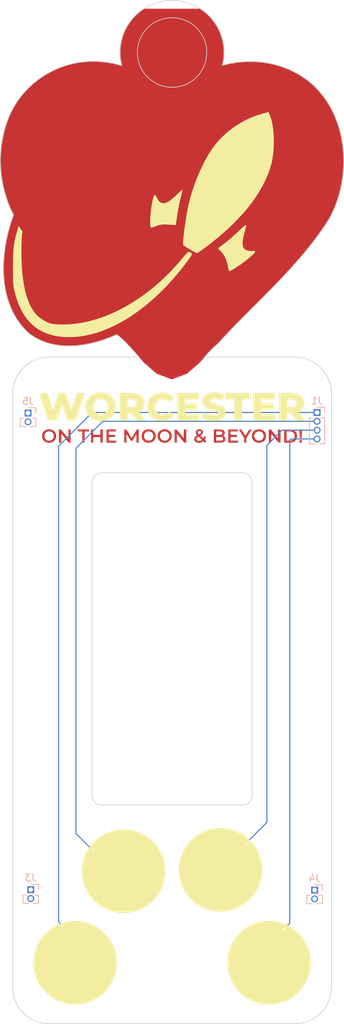
<source format=kicad_pcb>
(kicad_pcb (version 20171130) (host pcbnew "(5.1.2)-2")
  (layers (0 F.Cu signal) (31 B.Cu signal hide) (34 B.Paste user) (35 F.Paste user) (36 B.SilkS user) (37 F.SilkS user) (38 B.Mask user) (39 F.Mask user) (44 Edge.Cuts user))
  (net 0 "")
  (net 1 T4)
  (net 2 T5)
  (net 3 T6)
  (net 4 T7)
  (net 5 "Net-(J3-Pad1)")
  (net 6 "Net-(J3-Pad2)")
  (net 7 "Net-(J4-Pad2)")
  (net 8 "Net-(J4-Pad1)")
  (net 9 "Net-(J5-Pad1)")
  (net 10 "Net-(J5-Pad2)")
  (module moonbadge:artwork (layer F.Cu) (at 200.846 100.276)
    (fp_text reference svg2mod hide)
    (fp_text value G*** hide)
    (fp_line (start 0.871315 -73.579411) (end 0.499415 -73.588411) (layer Edge.Cuts) (width 0.1))
    (fp_line (start 1.240705 -73.551911) (end 0.871315 -73.579411) (layer Edge.Cuts) (width 0.1))
    (fp_line (start 1.606945 -73.506411) (end 1.240705 -73.551911) (layer Edge.Cuts) (width 0.1))
    (fp_line (start 1.969435 -73.443211) (end 1.606945 -73.506411) (layer Edge.Cuts) (width 0.1))
    (fp_line (start 2.327565 -73.362511) (end 1.969435 -73.443211) (layer Edge.Cuts) (width 0.1))
    (fp_line (start 2.680715 -73.264511) (end 2.327565 -73.362511) (layer Edge.Cuts) (width 0.1))
    (fp_line (start 3.028255 -73.149541) (end 2.680715 -73.264511) (layer Edge.Cuts) (width 0.1))
    (fp_line (start 3.369585 -73.017821) (end 3.028255 -73.149541) (layer Edge.Cuts) (width 0.1))
    (fp_line (start 3.704095 -72.869621) (end 3.369585 -73.017821) (layer Edge.Cuts) (width 0.1))
    (fp_line (start 4.031155 -72.705201) (end 3.704095 -72.869621) (layer Edge.Cuts) (width 0.1))
    (fp_line (start 4.350175 -72.524801) (end 4.031155 -72.705201) (layer Edge.Cuts) (width 0.1))
    (fp_line (start 4.660515 -72.328681) (end 4.350175 -72.524801) (layer Edge.Cuts) (width 0.1))
    (fp_line (start 4.961425 -72.117101) (end 4.660515 -72.328681) (layer Edge.Cuts) (width 0.1))
    (fp_line (start 5.252575 -71.890301) (end 4.961425 -72.117101) (layer Edge.Cuts) (width 0.1))
    (fp_line (start 5.533205 -71.648551) (end 5.252575 -71.890301) (layer Edge.Cuts) (width 0.1))
    (fp_line (start 5.802715 -71.392101) (end 5.533205 -71.648551) (layer Edge.Cuts) (width 0.1))
    (fp_line (start 6.059185 -71.122621) (end 5.802715 -71.392101) (layer Edge.Cuts) (width 0.1))
    (fp_line (start 6.300945 -70.842001) (end 6.059185 -71.122621) (layer Edge.Cuts) (width 0.1))
    (fp_line (start 6.527765 -70.550861) (end 6.300945 -70.842001) (layer Edge.Cuts) (width 0.1))
    (fp_line (start 6.739365 -70.249831) (end 6.527765 -70.550861) (layer Edge.Cuts) (width 0.1))
    (fp_line (start 6.935505 -69.939501) (end 6.739365 -70.249831) (layer Edge.Cuts) (width 0.1))
    (fp_line (start 7.115935 -69.620511) (end 6.935505 -69.939501) (layer Edge.Cuts) (width 0.1))
    (fp_line (start 7.280375 -69.293451) (end 7.115935 -69.620511) (layer Edge.Cuts) (width 0.1))
    (fp_line (start 7.428595 -68.958961) (end 7.280375 -69.293451) (layer Edge.Cuts) (width 0.1))
    (fp_line (start 7.560335 -68.617631) (end 7.428595 -68.958961) (layer Edge.Cuts) (width 0.1))
    (fp_line (start 7.675335 -68.270101) (end 7.560335 -68.617631) (layer Edge.Cuts) (width 0.1))
    (fp_line (start 7.773335 -67.916961) (end 7.675335 -68.270101) (layer Edge.Cuts) (width 0.1))
    (fp_line (start 7.854135 -67.558841) (end 7.773335 -67.916961) (layer Edge.Cuts) (width 0.1))
    (fp_line (start 7.917435 -67.196351) (end 7.854135 -67.558841) (layer Edge.Cuts) (width 0.1))
    (fp_line (start 7.962935 -66.830111) (end 7.917435 -67.196351) (layer Edge.Cuts) (width 0.1))
    (fp_line (start 7.990435 -66.460731) (end 7.962935 -66.830111) (layer Edge.Cuts) (width 0.1))
    (fp_line (start 7.999435 -66.088821) (end 7.990435 -66.460731) (layer Edge.Cuts) (width 0.1))
    (fp_line (start 7.982335 -65.621331) (end 7.999435 -66.088821) (layer Edge.Cuts) (width 0.1))
    (fp_line (start 7.936235 -65.156261) (end 7.982335 -65.621331) (layer Edge.Cuts) (width 0.1))
    (fp_line (start 7.861235 -64.694971) (end 7.936235 -65.156261) (layer Edge.Cuts) (width 0.1))
    (fp_line (start 7.757555 -64.238801) (end 7.861235 -64.694971) (layer Edge.Cuts) (width 0.1))
    (fp_line (start 8.087195 -64.329701) (end 7.757555 -64.238801) (layer Edge.Cuts) (width 0.1))
    (fp_line (start 8.418895 -64.412601) (end 8.087195 -64.329701) (layer Edge.Cuts) (width 0.1))
    (fp_line (start 8.752465 -64.4875) (end 8.418895 -64.412601) (layer Edge.Cuts) (width 0.1))
    (fp_line (start 9.087745 -64.554401) (end 8.752465 -64.4875) (layer Edge.Cuts) (width 0.1))
    (fp_line (start 9.424515 -64.6133) (end 9.087745 -64.554401) (layer Edge.Cuts) (width 0.1))
    (fp_line (start 9.762615 -64.664201) (end 9.424515 -64.6133) (layer Edge.Cuts) (width 0.1))
    (fp_line (start 10.101855 -64.7071) (end 9.762615 -64.664201) (layer Edge.Cuts) (width 0.1))
    (fp_line (start 10.442035 -64.741901) (end 10.101855 -64.7071) (layer Edge.Cuts) (width 0.1))
    (fp_line (start 10.782995 -64.7687) (end 10.442035 -64.741901) (layer Edge.Cuts) (width 0.1))
    (fp_line (start 11.124505 -64.787401) (end 10.782995 -64.7687) (layer Edge.Cuts) (width 0.1))
    (fp_line (start 11.466415 -64.798001) (end 11.124505 -64.787401) (layer Edge.Cuts) (width 0.1))
    (fp_line (start 11.808545 -64.801001) (end 11.466415 -64.798001) (layer Edge.Cuts) (width 0.1))
    (fp_line (start 12.150695 -64.795001) (end 11.808545 -64.801001) (layer Edge.Cuts) (width 0.1))
    (fp_line (start 12.492655 -64.781401) (end 12.150695 -64.795001) (layer Edge.Cuts) (width 0.1))
    (fp_line (start 12.834285 -64.7597) (end 12.492655 -64.781401) (layer Edge.Cuts) (width 0.1))
    (fp_line (start 13.175375 -64.729901) (end 12.834285 -64.7597) (layer Edge.Cuts) (width 0.1))
    (fp_line (start 13.515735 -64.691901) (end 13.175375 -64.729901) (layer Edge.Cuts) (width 0.1))
    (fp_line (start 13.855185 -64.645801) (end 13.515735 -64.691901) (layer Edge.Cuts) (width 0.1))
    (fp_line (start 14.193555 -64.5915) (end 13.855185 -64.645801) (layer Edge.Cuts) (width 0.1))
    (fp_line (start 14.530635 -64.529101) (end 14.193555 -64.5915) (layer Edge.Cuts) (width 0.1))
    (fp_line (start 14.866245 -64.458501) (end 14.530635 -64.529101) (layer Edge.Cuts) (width 0.1))
    (fp_line (start 15.200205 -64.379701) (end 14.866245 -64.458501) (layer Edge.Cuts) (width 0.1))
    (fp_line (start 15.532325 -64.2927) (end 15.200205 -64.379701) (layer Edge.Cuts) (width 0.1))
    (fp_line (start 15.862425 -64.197501) (end 15.532325 -64.2927) (layer Edge.Cuts) (width 0.1))
    (fp_line (start 16.190315 -64.094111) (end 15.862425 -64.197501) (layer Edge.Cuts) (width 0.1))
    (fp_line (start 16.515805 -63.982501) (end 16.190315 -64.094111) (layer Edge.Cuts) (width 0.1))
    (fp_line (start 16.838735 -63.862661) (end 16.515805 -63.982501) (layer Edge.Cuts) (width 0.1))
    (fp_line (start 17.158865 -63.734571) (end 16.838735 -63.862661) (layer Edge.Cuts) (width 0.1))
    (fp_line (start 17.476065 -63.598231) (end 17.158865 -63.734571) (layer Edge.Cuts) (width 0.1))
    (fp_line (start 17.790115 -63.453631) (end 17.476065 -63.598231) (layer Edge.Cuts) (width 0.1))
    (fp_line (start 18.100845 -63.300751) (end 17.790115 -63.453631) (layer Edge.Cuts) (width 0.1))
    (fp_line (start 18.408085 -63.139601) (end 18.100845 -63.300751) (layer Edge.Cuts) (width 0.1))
    (fp_line (start 18.745145 -62.949907) (end 18.408085 -63.139601) (layer Edge.Cuts) (width 0.1))
    (fp_line (start 19.073355 -62.75131) (end 18.745145 -62.949907) (layer Edge.Cuts) (width 0.1))
    (fp_line (start 19.392755 -62.544025) (end 19.073355 -62.75131) (layer Edge.Cuts) (width 0.1))
    (fp_line (start 19.703355 -62.328272) (end 19.392755 -62.544025) (layer Edge.Cuts) (width 0.1))
    (fp_line (start 20.005195 -62.104271) (end 19.703355 -62.328272) (layer Edge.Cuts) (width 0.1))
    (fp_line (start 20.298275 -61.872242) (end 20.005195 -62.104271) (layer Edge.Cuts) (width 0.1))
    (fp_line (start 20.582645 -61.632404) (end 20.298275 -61.872242) (layer Edge.Cuts) (width 0.1))
    (fp_line (start 20.858295 -61.384977) (end 20.582645 -61.632404) (layer Edge.Cuts) (width 0.1))
    (fp_line (start 21.125295 -61.130181) (end 20.858295 -61.384977) (layer Edge.Cuts) (width 0.1))
    (fp_line (start 21.383625 -60.868235) (end 21.125295 -61.130181) (layer Edge.Cuts) (width 0.1))
    (fp_line (start 21.633345 -60.599359) (end 21.383625 -60.868235) (layer Edge.Cuts) (width 0.1))
    (fp_line (start 21.874465 -60.323773) (end 21.633345 -60.599359) (layer Edge.Cuts) (width 0.1))
    (fp_line (start 22.106985 -60.041697) (end 21.874465 -60.323773) (layer Edge.Cuts) (width 0.1))
    (fp_line (start 22.330985 -59.75335) (end 22.106985 -60.041697) (layer Edge.Cuts) (width 0.1))
    (fp_line (start 22.546435 -59.458953) (end 22.330985 -59.75335) (layer Edge.Cuts) (width 0.1))
    (fp_line (start 22.753385 -59.158724) (end 22.546435 -59.458953) (layer Edge.Cuts) (width 0.1))
    (fp_line (start 22.951845 -58.852883) (end 22.753385 -59.158724) (layer Edge.Cuts) (width 0.1))
    (fp_line (start 23.141875 -58.541651) (end 22.951845 -58.852883) (layer Edge.Cuts) (width 0.1))
    (fp_line (start 23.323445 -58.225246) (end 23.141875 -58.541651) (layer Edge.Cuts) (width 0.1))
    (fp_line (start 23.496625 -57.903889) (end 23.323445 -58.225246) (layer Edge.Cuts) (width 0.1))
    (fp_line (start 23.661415 -57.5778) (end 23.496625 -57.903889) (layer Edge.Cuts) (width 0.1))
    (fp_line (start 23.817855 -57.247198) (end 23.661415 -57.5778) (layer Edge.Cuts) (width 0.1))
    (fp_line (start 23.965965 -56.912302) (end 23.817855 -57.247198) (layer Edge.Cuts) (width 0.1))
    (fp_line (start 24.105755 -56.573333) (end 23.965965 -56.912302) (layer Edge.Cuts) (width 0.1))
    (fp_line (start 24.237255 -56.23051) (end 24.105755 -56.573333) (layer Edge.Cuts) (width 0.1))
    (fp_line (start 24.360495 -55.884053) (end 24.237255 -56.23051) (layer Edge.Cuts) (width 0.1))
    (fp_line (start 24.475515 -55.534181) (end 24.360495 -55.884053) (layer Edge.Cuts) (width 0.1))
    (fp_line (start 24.582305 -55.181116) (end 24.475515 -55.534181) (layer Edge.Cuts) (width 0.1))
    (fp_line (start 24.680905 -54.825076) (end 24.582305 -55.181116) (layer Edge.Cuts) (width 0.1))
    (fp_line (start 24.771405 -54.46628) (end 24.680905 -54.825076) (layer Edge.Cuts) (width 0.1))
    (fp_line (start 24.853705 -54.104948) (end 24.771405 -54.46628) (layer Edge.Cuts) (width 0.1))
    (fp_line (start 24.927905 -53.741301) (end 24.853705 -54.104948) (layer Edge.Cuts) (width 0.1))
    (fp_line (start 24.994005 -53.375557) (end 24.927905 -53.741301) (layer Edge.Cuts) (width 0.1))
    (fp_line (start 25.052005 -53.007939) (end 24.994005 -53.375557) (layer Edge.Cuts) (width 0.1))
    (fp_line (start 25.102005 -52.638662) (end 25.052005 -53.007939) (layer Edge.Cuts) (width 0.1))
    (fp_line (start 25.144005 -52.267949) (end 25.102005 -52.638662) (layer Edge.Cuts) (width 0.1))
    (fp_line (start 25.178005 -51.89602) (end 25.144005 -52.267949) (layer Edge.Cuts) (width 0.1))
    (fp_line (start 25.204005 -51.523093) (end 25.178005 -51.89602) (layer Edge.Cuts) (width 0.1))
    (fp_line (start 25.222105 -51.149388) (end 25.204005 -51.523093) (layer Edge.Cuts) (width 0.1))
    (fp_line (start 25.232205 -50.775125) (end 25.222105 -51.149388) (layer Edge.Cuts) (width 0.1))
    (fp_line (start 25.234205 -50.400523) (end 25.232205 -50.775125) (layer Edge.Cuts) (width 0.1))
    (fp_line (start 25.228205 -50.025804) (end 25.234205 -50.400523) (layer Edge.Cuts) (width 0.1))
    (fp_line (start 25.214705 -49.651185) (end 25.228205 -50.025804) (layer Edge.Cuts) (width 0.1))
    (fp_line (start 25.193405 -49.276886) (end 25.214705 -49.651185) (layer Edge.Cuts) (width 0.1))
    (fp_line (start 25.164305 -48.903129) (end 25.193405 -49.276886) (layer Edge.Cuts) (width 0.1))
    (fp_line (start 25.127405 -48.530133) (end 25.164305 -48.903129) (layer Edge.Cuts) (width 0.1))
    (fp_line (start 25.082805 -48.158115) (end 25.127405 -48.530133) (layer Edge.Cuts) (width 0.1))
    (fp_line (start 25.030405 -47.787298) (end 25.082805 -48.158115) (layer Edge.Cuts) (width 0.1))
    (fp_line (start 24.970405 -47.417901) (end 25.030405 -47.787298) (layer Edge.Cuts) (width 0.1))
    (fp_line (start 24.902705 -47.050142) (end 24.970405 -47.417901) (layer Edge.Cuts) (width 0.1))
    (fp_line (start 24.827305 -46.684245) (end 24.902705 -47.050142) (layer Edge.Cuts) (width 0.1))
    (fp_line (start 24.744305 -46.320421) (end 24.827305 -46.684245) (layer Edge.Cuts) (width 0.1))
    (fp_line (start 24.653705 -45.9589) (end 24.744305 -46.320421) (layer Edge.Cuts) (width 0.1))
    (fp_line (start 24.555505 -45.599898) (end 24.653705 -45.9589) (layer Edge.Cuts) (width 0.1))
    (fp_line (start 24.449755 -45.243631) (end 24.555505 -45.599898) (layer Edge.Cuts) (width 0.1))
    (fp_line (start 24.336455 -44.890319) (end 24.449755 -45.243631) (layer Edge.Cuts) (width 0.1))
    (fp_line (start 24.215655 -44.540188) (end 24.336455 -44.890319) (layer Edge.Cuts) (width 0.1))
    (fp_line (start 24.087365 -44.193455) (end 24.215655 -44.540188) (layer Edge.Cuts) (width 0.1))
    (fp_line (start 23.951615 -43.850338) (end 24.087365 -44.193455) (layer Edge.Cuts) (width 0.1))
    (fp_line (start 23.808445 -43.511054) (end 23.951615 -43.850338) (layer Edge.Cuts) (width 0.1))
    (fp_line (start 23.657855 -43.175827) (end 23.808445 -43.511054) (layer Edge.Cuts) (width 0.1))
    (fp_line (start 23.499875 -42.844879) (end 23.657855 -43.175827) (layer Edge.Cuts) (width 0.1))
    (fp_line (start 23.334515 -42.518425) (end 23.499875 -42.844879) (layer Edge.Cuts) (width 0.1))
    (fp_line (start 23.161845 -42.196686) (end 23.334515 -42.518425) (layer Edge.Cuts) (width 0.1))
    (fp_line (start 22.753205 -41.556461) (end 23.161845 -42.196686) (layer Edge.Cuts) (width 0.1))
    (fp_line (start 22.332675 -40.925557) (end 22.753205 -41.556461) (layer Edge.Cuts) (width 0.1))
    (fp_line (start 21.900855 -40.303524) (end 22.332675 -40.925557) (layer Edge.Cuts) (width 0.1))
    (fp_line (start 21.458305 -39.689929) (end 21.900855 -40.303524) (layer Edge.Cuts) (width 0.1))
    (fp_line (start 21.005605 -39.084321) (end 21.458305 -39.689929) (layer Edge.Cuts) (width 0.1))
    (fp_line (start 20.543325 -38.48626) (end 21.005605 -39.084321) (layer Edge.Cuts) (width 0.1))
    (fp_line (start 20.072025 -37.895308) (end 20.543325 -38.48626) (layer Edge.Cuts) (width 0.1))
    (fp_line (start 19.592325 -37.311012) (end 20.072025 -37.895308) (layer Edge.Cuts) (width 0.1))
    (fp_line (start 19.104745 -36.732937) (end 19.592325 -37.311012) (layer Edge.Cuts) (width 0.1))
    (fp_line (start 18.609885 -36.160641) (end 19.104745 -36.732937) (layer Edge.Cuts) (width 0.1))
    (fp_line (start 18.108325 -35.593676) (end 18.609885 -36.160641) (layer Edge.Cuts) (width 0.1))
    (fp_line (start 17.600635 -35.031603) (end 18.108325 -35.593676) (layer Edge.Cuts) (width 0.1))
    (fp_line (start 16.569135 -33.920356) (end 17.600635 -35.031603) (layer Edge.Cuts) (width 0.1))
    (fp_line (start 15.519995 -32.823358) (end 16.569135 -33.920356) (layer Edge.Cuts) (width 0.1))
    (fp_line (start 14.457805 -31.73707) (end 15.519995 -32.823358) (layer Edge.Cuts) (width 0.1))
    (fp_line (start 13.387165 -30.65794) (end 14.457805 -31.73707) (layer Edge.Cuts) (width 0.1))
    (fp_line (start 11.238875 -28.507013) (end 13.387165 -30.65794) (layer Edge.Cuts) (width 0.1))
    (fp_line (start 10.170425 -27.428124) (end 11.238875 -28.507013) (layer Edge.Cuts) (width 0.1))
    (fp_line (start 9.111885 -26.342231) (end 10.170425 -27.428124) (layer Edge.Cuts) (width 0.1))
    (fp_line (start 8.067865 -25.245787) (end 9.111885 -26.342231) (layer Edge.Cuts) (width 0.1))
    (fp_line (start 7.042945 -24.135257) (end 8.067865 -25.245787) (layer Edge.Cuts) (width 0.1))
    (fp_line (start 6.797075 -23.936322) (end 7.042945 -24.135257) (layer Edge.Cuts) (width 0.1))
    (fp_line (start 6.557415 -23.725494) (end 6.797075 -23.936322) (layer Edge.Cuts) (width 0.1))
    (fp_line (start 6.323145 -23.504258) (end 6.557415 -23.725494) (layer Edge.Cuts) (width 0.1))
    (fp_line (start 6.093455 -23.274102) (end 6.323145 -23.504258) (layer Edge.Cuts) (width 0.1))
    (fp_line (start 5.644585 -22.792981) (end 6.093455 -23.274102) (layer Edge.Cuts) (width 0.1))
    (fp_line (start 5.204305 -22.294027) (end 5.644585 -22.792981) (layer Edge.Cuts) (width 0.1))
    (fp_line (start 18.178685 -22.294027) (end 5.204305 -22.294027) (layer Edge.Cuts) (width 0.1))
    (fp_line (start 18.451455 -22.287127) (end 18.178685 -22.294027) (layer Edge.Cuts) (width 0.1))
    (fp_line (start 18.720565 -22.266807) (end 18.451455 -22.287127) (layer Edge.Cuts) (width 0.1))
    (fp_line (start 18.985675 -22.233317) (end 18.720565 -22.266807) (layer Edge.Cuts) (width 0.1))
    (fp_line (start 19.246465 -22.186997) (end 18.985675 -22.233317) (layer Edge.Cuts) (width 0.1))
    (fp_line (start 19.502605 -22.128177) (end 19.246465 -22.186997) (layer Edge.Cuts) (width 0.1))
    (fp_line (start 19.753745 -22.057177) (end 19.502605 -22.128177) (layer Edge.Cuts) (width 0.1))
    (fp_line (start 19.999595 -21.974337) (end 19.753745 -22.057177) (layer Edge.Cuts) (width 0.1))
    (fp_line (start 20.239805 -21.879967) (end 19.999595 -21.974337) (layer Edge.Cuts) (width 0.1))
    (fp_line (start 20.474065 -21.774409) (end 20.239805 -21.879967) (layer Edge.Cuts) (width 0.1))
    (fp_line (start 20.702025 -21.657982) (end 20.474065 -21.774409) (layer Edge.Cuts) (width 0.1))
    (fp_line (start 20.923375 -21.531013) (end 20.702025 -21.657982) (layer Edge.Cuts) (width 0.1))
    (fp_line (start 21.137775 -21.393835) (end 20.923375 -21.531013) (layer Edge.Cuts) (width 0.1))
    (fp_line (start 21.344925 -21.246769) (end 21.137775 -21.393835) (layer Edge.Cuts) (width 0.1))
    (fp_line (start 21.544455 -21.090143) (end 21.344925 -21.246769) (layer Edge.Cuts) (width 0.1))
    (fp_line (start 21.736075 -20.924287) (end 21.544455 -21.090143) (layer Edge.Cuts) (width 0.1))
    (fp_line (start 21.919435 -20.749521) (end 21.736075 -20.924287) (layer Edge.Cuts) (width 0.1))
    (fp_line (start 22.094225 -20.566184) (end 21.919435 -20.749521) (layer Edge.Cuts) (width 0.1))
    (fp_line (start 22.260105 -20.374588) (end 22.094225 -20.566184) (layer Edge.Cuts) (width 0.1))
    (fp_line (start 22.416755 -20.175074) (end 22.260105 -20.374588) (layer Edge.Cuts) (width 0.1))
    (fp_line (start 22.563845 -19.967961) (end 22.416755 -20.175074) (layer Edge.Cuts) (width 0.1))
    (fp_line (start 22.701055 -19.753577) (end 22.563845 -19.967961) (layer Edge.Cuts) (width 0.1))
    (fp_line (start 22.828045 -19.53225) (end 22.701055 -19.753577) (layer Edge.Cuts) (width 0.1))
    (fp_line (start 22.944485 -19.304306) (end 22.828045 -19.53225) (layer Edge.Cuts) (width 0.1))
    (fp_line (start 23.050055 -19.070073) (end 22.944485 -19.304306) (layer Edge.Cuts) (width 0.1))
    (fp_line (start 23.144455 -18.829879) (end 23.050055 -19.070073) (layer Edge.Cuts) (width 0.1))
    (fp_line (start 23.227355 -18.58405) (end 23.144455 -18.829879) (layer Edge.Cuts) (width 0.1))
    (fp_line (start 23.298355 -18.33291) (end 23.227355 -18.58405) (layer Edge.Cuts) (width 0.1))
    (fp_line (start 23.357155 -18.076791) (end 23.298355 -18.33291) (layer Edge.Cuts) (width 0.1))
    (fp_line (start 23.403455 -17.816015) (end 23.357155 -18.076791) (layer Edge.Cuts) (width 0.1))
    (fp_line (start 23.436955 -17.550915) (end 23.403455 -17.816015) (layer Edge.Cuts) (width 0.1))
    (fp_line (start 23.457255 -17.281813) (end 23.436955 -17.550915) (layer Edge.Cuts) (width 0.1))
    (fp_line (start 23.464255 -17.009038) (end 23.457255 -17.281813) (layer Edge.Cuts) (width 0.1))
    (fp_line (start 23.464255 68.30361) (end 23.464255 -17.009038) (layer Edge.Cuts) (width 0.1))
    (fp_line (start 23.457255 68.576385) (end 23.464255 68.30361) (layer Edge.Cuts) (width 0.1))
    (fp_line (start 23.436955 68.845487) (end 23.457255 68.576385) (layer Edge.Cuts) (width 0.1))
    (fp_line (start 23.403455 69.110589) (end 23.436955 68.845487) (layer Edge.Cuts) (width 0.1))
    (fp_line (start 23.357155 69.371362) (end 23.403455 69.110589) (layer Edge.Cuts) (width 0.1))
    (fp_line (start 23.298355 69.627484) (end 23.357155 69.371362) (layer Edge.Cuts) (width 0.1))
    (fp_line (start 23.227355 69.878621) (end 23.298355 69.627484) (layer Edge.Cuts) (width 0.1))
    (fp_line (start 23.144455 70.124451) (end 23.227355 69.878621) (layer Edge.Cuts) (width 0.1))
    (fp_line (start 23.050055 70.364645) (end 23.144455 70.124451) (layer Edge.Cuts) (width 0.1))
    (fp_line (start 22.944485 70.598878) (end 23.050055 70.364645) (layer Edge.Cuts) (width 0.1))
    (fp_line (start 22.828045 70.826822) (end 22.944485 70.598878) (layer Edge.Cuts) (width 0.1))
    (fp_line (start 22.701055 71.048151) (end 22.828045 70.826822) (layer Edge.Cuts) (width 0.1))
    (fp_line (start 22.563845 71.262532) (end 22.701055 71.048151) (layer Edge.Cuts) (width 0.1))
    (fp_line (start 22.416755 71.469648) (end 22.563845 71.262532) (layer Edge.Cuts) (width 0.1))
    (fp_line (start 22.260105 71.669163) (end 22.416755 71.469648) (layer Edge.Cuts) (width 0.1))
    (fp_line (start 22.094225 71.860755) (end 22.260105 71.669163) (layer Edge.Cuts) (width 0.1))
    (fp_line (start 21.919435 72.044098) (end 22.094225 71.860755) (layer Edge.Cuts) (width 0.1))
    (fp_line (start 21.736075 72.218858) (end 21.919435 72.044098) (layer Edge.Cuts) (width 0.1))
    (fp_line (start 21.544455 72.384718) (end 21.736075 72.218858) (layer Edge.Cuts) (width 0.1))
    (fp_line (start 21.344925 72.541343) (end 21.544455 72.384718) (layer Edge.Cuts) (width 0.1))
    (fp_line (start 21.137775 72.688409) (end 21.344925 72.541343) (layer Edge.Cuts) (width 0.1))
    (fp_line (start 20.923375 72.825588) (end 21.137775 72.688409) (layer Edge.Cuts) (width 0.1))
    (fp_line (start 20.702025 72.952556) (end 20.923375 72.825588) (layer Edge.Cuts) (width 0.1))
    (fp_line (start 20.474065 73.068983) (end 20.702025 72.952556) (layer Edge.Cuts) (width 0.1))
    (fp_line (start 20.239805 73.174541) (end 20.474065 73.068983) (layer Edge.Cuts) (width 0.1))
    (fp_line (start 19.999595 73.268911) (end 20.239805 73.174541) (layer Edge.Cuts) (width 0.1))
    (fp_line (start 19.753745 73.351751) (end 19.999595 73.268911) (layer Edge.Cuts) (width 0.1))
    (fp_line (start 19.502605 73.422751) (end 19.753745 73.351751) (layer Edge.Cuts) (width 0.1))
    (fp_line (start 19.246465 73.481571) (end 19.502605 73.422751) (layer Edge.Cuts) (width 0.1))
    (fp_line (start 18.985675 73.527891) (end 19.246465 73.481571) (layer Edge.Cuts) (width 0.1))
    (fp_line (start 18.720565 73.561381) (end 18.985675 73.527891) (layer Edge.Cuts) (width 0.1))
    (fp_line (start 18.451455 73.581701) (end 18.720565 73.561381) (layer Edge.Cuts) (width 0.1))
    (fp_line (start 18.178685 73.588601) (end 18.451455 73.581701) (layer Edge.Cuts) (width 0.1))
    (fp_line (start -17.180905 73.588601) (end 18.178685 73.588601) (layer Edge.Cuts) (width 0.1))
    (fp_line (start -17.453685 73.581701) (end -17.180905 73.588601) (layer Edge.Cuts) (width 0.1))
    (fp_line (start -17.722795 73.561381) (end -17.453685 73.581701) (layer Edge.Cuts) (width 0.1))
    (fp_line (start -17.987905 73.527891) (end -17.722795 73.561381) (layer Edge.Cuts) (width 0.1))
    (fp_line (start -18.248685 73.481571) (end -17.987905 73.527891) (layer Edge.Cuts) (width 0.1))
    (fp_line (start -18.504815 73.422751) (end -18.248685 73.481571) (layer Edge.Cuts) (width 0.1))
    (fp_line (start -18.755965 73.351751) (end -18.504815 73.422751) (layer Edge.Cuts) (width 0.1))
    (fp_line (start -19.001815 73.268911) (end -18.755965 73.351751) (layer Edge.Cuts) (width 0.1))
    (fp_line (start -19.242025 73.174541) (end -19.001815 73.268911) (layer Edge.Cuts) (width 0.1))
    (fp_line (start -19.476275 73.068983) (end -19.242025 73.174541) (layer Edge.Cuts) (width 0.1))
    (fp_line (start -19.704245 72.952556) (end -19.476275 73.068983) (layer Edge.Cuts) (width 0.1))
    (fp_line (start -19.925585 72.825588) (end -19.704245 72.952556) (layer Edge.Cuts) (width 0.1))
    (fp_line (start -20.139995 72.688409) (end -19.925585 72.825588) (layer Edge.Cuts) (width 0.1))
    (fp_line (start -20.347135 72.541343) (end -20.139995 72.688409) (layer Edge.Cuts) (width 0.1))
    (fp_line (start -20.546675 72.384718) (end -20.347135 72.541343) (layer Edge.Cuts) (width 0.1))
    (fp_line (start -20.738285 72.218858) (end -20.546675 72.384718) (layer Edge.Cuts) (width 0.1))
    (fp_line (start -20.921655 72.044098) (end -20.738285 72.218858) (layer Edge.Cuts) (width 0.1))
    (fp_line (start -21.096435 71.860755) (end -20.921655 72.044098) (layer Edge.Cuts) (width 0.1))
    (fp_line (start -21.262315 71.669163) (end -21.096435 71.860755) (layer Edge.Cuts) (width 0.1))
    (fp_line (start -21.418965 71.469648) (end -21.262315 71.669163) (layer Edge.Cuts) (width 0.1))
    (fp_line (start -21.566055 71.262532) (end -21.418965 71.469648) (layer Edge.Cuts) (width 0.1))
    (fp_line (start -21.703255 71.048151) (end -21.566055 71.262532) (layer Edge.Cuts) (width 0.1))
    (fp_line (start -21.830245 70.826822) (end -21.703255 71.048151) (layer Edge.Cuts) (width 0.1))
    (fp_line (start -21.946695 70.598878) (end -21.830245 70.826822) (layer Edge.Cuts) (width 0.1))
    (fp_line (start -22.052275 70.364645) (end -21.946695 70.598878) (layer Edge.Cuts) (width 0.1))
    (fp_line (start -22.146675 70.124451) (end -22.052275 70.364645) (layer Edge.Cuts) (width 0.1))
    (fp_line (start -22.229575 69.878621) (end -22.146675 70.124451) (layer Edge.Cuts) (width 0.1))
    (fp_line (start -22.300575 69.627484) (end -22.229575 69.878621) (layer Edge.Cuts) (width 0.1))
    (fp_line (start -22.359375 69.371362) (end -22.300575 69.627484) (layer Edge.Cuts) (width 0.1))
    (fp_line (start -22.405675 69.110589) (end -22.359375 69.371362) (layer Edge.Cuts) (width 0.1))
    (fp_line (start -22.439175 68.845487) (end -22.405675 69.110589) (layer Edge.Cuts) (width 0.1))
    (fp_line (start -22.459475 68.576385) (end -22.439175 68.845487) (layer Edge.Cuts) (width 0.1))
    (fp_line (start -22.466475 68.30361) (end -22.459475 68.576385) (layer Edge.Cuts) (width 0.1))
    (fp_line (start -22.466475 -17.008954) (end -22.466475 68.30361) (layer Edge.Cuts) (width 0.1))
    (fp_line (start -22.459475 -17.281729) (end -22.466475 -17.008954) (layer Edge.Cuts) (width 0.1))
    (fp_line (start -22.439175 -17.550832) (end -22.459475 -17.281729) (layer Edge.Cuts) (width 0.1))
    (fp_line (start -22.405675 -17.815931) (end -22.439175 -17.550832) (layer Edge.Cuts) (width 0.1))
    (fp_line (start -22.359375 -18.076707) (end -22.405675 -17.815931) (layer Edge.Cuts) (width 0.1))
    (fp_line (start -22.300575 -18.332826) (end -22.359375 -18.076707) (layer Edge.Cuts) (width 0.1))
    (fp_line (start -22.229575 -18.583966) (end -22.300575 -18.332826) (layer Edge.Cuts) (width 0.1))
    (fp_line (start -22.146675 -18.829796) (end -22.229575 -18.583966) (layer Edge.Cuts) (width 0.1))
    (fp_line (start -22.052275 -19.06999) (end -22.146675 -18.829796) (layer Edge.Cuts) (width 0.1))
    (fp_line (start -21.946695 -19.304223) (end -22.052275 -19.06999) (layer Edge.Cuts) (width 0.1))
    (fp_line (start -21.830245 -19.532166) (end -21.946695 -19.304223) (layer Edge.Cuts) (width 0.1))
    (fp_line (start -21.703255 -19.753493) (end -21.830245 -19.532166) (layer Edge.Cuts) (width 0.1))
    (fp_line (start -21.566055 -19.967877) (end -21.703255 -19.753493) (layer Edge.Cuts) (width 0.1))
    (fp_line (start -21.418965 -20.17499) (end -21.566055 -19.967877) (layer Edge.Cuts) (width 0.1))
    (fp_line (start -21.262315 -20.374505) (end -21.418965 -20.17499) (layer Edge.Cuts) (width 0.1))
    (fp_line (start -21.096435 -20.5661) (end -21.262315 -20.374505) (layer Edge.Cuts) (width 0.1))
    (fp_line (start -20.921655 -20.749438) (end -21.096435 -20.5661) (layer Edge.Cuts) (width 0.1))
    (fp_line (start -20.738285 -20.924203) (end -20.921655 -20.749438) (layer Edge.Cuts) (width 0.1))
    (fp_line (start -20.546675 -21.09006) (end -20.738285 -20.924203) (layer Edge.Cuts) (width 0.1))
    (fp_line (start -20.347135 -21.246685) (end -20.546675 -21.09006) (layer Edge.Cuts) (width 0.1))
    (fp_line (start -20.139995 -21.393751) (end -20.347135 -21.246685) (layer Edge.Cuts) (width 0.1))
    (fp_line (start -19.925585 -21.53093) (end -20.139995 -21.393751) (layer Edge.Cuts) (width 0.1))
    (fp_line (start -19.704245 -21.657898) (end -19.925585 -21.53093) (layer Edge.Cuts) (width 0.1))
    (fp_line (start -19.476275 -21.774325) (end -19.704245 -21.657898) (layer Edge.Cuts) (width 0.1))
    (fp_line (start -19.242025 -21.879883) (end -19.476275 -21.774325) (layer Edge.Cuts) (width 0.1))
    (fp_line (start -19.001815 -21.974253) (end -19.242025 -21.879883) (layer Edge.Cuts) (width 0.1))
    (fp_line (start -18.755965 -22.057093) (end -19.001815 -21.974253) (layer Edge.Cuts) (width 0.1))
    (fp_line (start -18.504815 -22.128093) (end -18.755965 -22.057093) (layer Edge.Cuts) (width 0.1))
    (fp_line (start -18.248685 -22.186913) (end -18.504815 -22.128093) (layer Edge.Cuts) (width 0.1))
    (fp_line (start -17.987905 -22.233233) (end -18.248685 -22.186913) (layer Edge.Cuts) (width 0.1))
    (fp_line (start -17.722795 -22.266723) (end -17.987905 -22.233233) (layer Edge.Cuts) (width 0.1))
    (fp_line (start -17.453685 -22.287043) (end -17.722795 -22.266723) (layer Edge.Cuts) (width 0.1))
    (fp_line (start -17.180905 -22.293943) (end -17.453685 -22.287043) (layer Edge.Cuts) (width 0.1))
    (fp_line (start -4.277295 -22.293943) (end -17.180905 -22.293943) (layer Edge.Cuts) (width 0.1))
    (fp_line (start -5.045835 -23.158011) (end -4.277295 -22.293943) (layer Edge.Cuts) (width 0.1))
    (fp_line (start -5.431315 -23.586211) (end -5.045835 -23.158011) (layer Edge.Cuts) (width 0.1))
    (fp_line (start -5.820895 -24.006107) (end -5.431315 -23.586211) (layer Edge.Cuts) (width 0.1))
    (fp_line (start -6.217025 -24.413391) (end -5.820895 -24.006107) (layer Edge.Cuts) (width 0.1))
    (fp_line (start -6.622175 -24.803754) (end -6.217025 -24.413391) (layer Edge.Cuts) (width 0.1))
    (fp_line (start -7.038795 -25.17289) (end -6.622175 -24.803754) (layer Edge.Cuts) (width 0.1))
    (fp_line (start -7.252185 -25.34815) (end -7.038795 -25.17289) (layer Edge.Cuts) (width 0.1))
    (fp_line (start -7.469355 -25.516486) (end -7.252185 -25.34815) (layer Edge.Cuts) (width 0.1))
    (fp_line (start -7.838595 -25.352347) (end -7.469355 -25.516486) (layer Edge.Cuts) (width 0.1))
    (fp_line (start -8.214475 -25.19415) (end -7.838595 -25.352347) (layer Edge.Cuts) (width 0.1))
    (fp_line (start -8.596495 -25.042403) (end -8.214475 -25.19415) (layer Edge.Cuts) (width 0.1))
    (fp_line (start -8.984165 -24.897602) (end -8.596495 -25.042403) (layer Edge.Cuts) (width 0.1))
    (fp_line (start -9.376995 -24.760251) (end -8.984165 -24.897602) (layer Edge.Cuts) (width 0.1))
    (fp_line (start -9.774495 -24.630852) (end -9.376995 -24.760251) (layer Edge.Cuts) (width 0.1))
    (fp_line (start -10.176175 -24.509903) (end -9.774495 -24.630852) (layer Edge.Cuts) (width 0.1))
    (fp_line (start -10.581535 -24.397907) (end -10.176175 -24.509903) (layer Edge.Cuts) (width 0.1))
    (fp_line (start -10.990085 -24.295365) (end -10.581535 -24.397907) (layer Edge.Cuts) (width 0.1))
    (fp_line (start -11.401335 -24.202775) (end -10.990085 -24.295365) (layer Edge.Cuts) (width 0.1))
    (fp_line (start -11.814795 -24.120645) (end -11.401335 -24.202775) (layer Edge.Cuts) (width 0.1))
    (fp_line (start -12.229965 -24.049465) (end -11.814795 -24.120645) (layer Edge.Cuts) (width 0.1))
    (fp_line (start -12.646365 -23.989745) (end -12.229965 -24.049465) (layer Edge.Cuts) (width 0.1))
    (fp_line (start -13.063485 -23.941985) (end -12.646365 -23.989745) (layer Edge.Cuts) (width 0.1))
    (fp_line (start -13.480845 -23.906685) (end -13.063485 -23.941985) (layer Edge.Cuts) (width 0.1))
    (fp_line (start -13.897955 -23.884355) (end -13.480845 -23.906685) (layer Edge.Cuts) (width 0.1))
    (fp_line (start -14.314315 -23.875455) (end -13.897955 -23.884355) (layer Edge.Cuts) (width 0.1))
    (fp_line (start -14.729435 -23.880555) (end -14.314315 -23.875455) (layer Edge.Cuts) (width 0.1))
    (fp_line (start -15.142815 -23.900105) (end -14.729435 -23.880555) (layer Edge.Cuts) (width 0.1))
    (fp_line (start -15.553985 -23.934615) (end -15.142815 -23.900105) (layer Edge.Cuts) (width 0.1))
    (fp_line (start -15.962425 -23.984595) (end -15.553985 -23.934615) (layer Edge.Cuts) (width 0.1))
    (fp_line (start -16.367665 -24.050535) (end -15.962425 -23.984595) (layer Edge.Cuts) (width 0.1))
    (fp_line (start -16.769205 -24.132945) (end -16.367665 -24.050535) (layer Edge.Cuts) (width 0.1))
    (fp_line (start -17.166545 -24.232325) (end -16.769205 -24.132945) (layer Edge.Cuts) (width 0.1))
    (fp_line (start -17.559205 -24.349176) (end -17.166545 -24.232325) (layer Edge.Cuts) (width 0.1))
    (fp_line (start -17.946685 -24.483999) (end -17.559205 -24.349176) (layer Edge.Cuts) (width 0.1))
    (fp_line (start -18.328495 -24.637294) (end -17.946685 -24.483999) (layer Edge.Cuts) (width 0.1))
    (fp_line (start -18.704135 -24.809561) (end -18.328495 -24.637294) (layer Edge.Cuts) (width 0.1))
    (fp_line (start -19.073125 -25.001302) (end -18.704135 -24.809561) (layer Edge.Cuts) (width 0.1))
    (fp_line (start -19.434975 -25.213019) (end -19.073125 -25.001302) (layer Edge.Cuts) (width 0.1))
    (fp_line (start -19.789175 -25.445212) (end -19.434975 -25.213019) (layer Edge.Cuts) (width 0.1))
    (fp_line (start -20.135245 -25.698381) (end -19.789175 -25.445212) (layer Edge.Cuts) (width 0.1))
    (fp_line (start -20.350555 -25.900163) (end -20.135245 -25.698381) (layer Edge.Cuts) (width 0.1))
    (fp_line (start -20.558465 -26.106324) (end -20.350555 -25.900163) (layer Edge.Cuts) (width 0.1))
    (fp_line (start -20.759055 -26.316752) (end -20.558465 -26.106324) (layer Edge.Cuts) (width 0.1))
    (fp_line (start -20.952415 -26.531332) (end -20.759055 -26.316752) (layer Edge.Cuts) (width 0.1))
    (fp_line (start -21.138615 -26.749955) (end -20.952415 -26.531332) (layer Edge.Cuts) (width 0.1))
    (fp_line (start -21.317745 -26.972506) (end -21.138615 -26.749955) (layer Edge.Cuts) (width 0.1))
    (fp_line (start -21.489875 -27.198871) (end -21.317745 -26.972506) (layer Edge.Cuts) (width 0.1))
    (fp_line (start -21.655095 -27.428939) (end -21.489875 -27.198871) (layer Edge.Cuts) (width 0.1))
    (fp_line (start -21.813475 -27.662595) (end -21.655095 -27.428939) (layer Edge.Cuts) (width 0.1))
    (fp_line (start -21.965105 -27.899728) (end -21.813475 -27.662595) (layer Edge.Cuts) (width 0.1))
    (fp_line (start -22.248415 -28.383968) (end -21.965105 -27.899728) (layer Edge.Cuts) (width 0.1))
    (fp_line (start -22.505685 -28.880755) (end -22.248415 -28.383968) (layer Edge.Cuts) (width 0.1))
    (fp_line (start -22.737535 -29.389187) (end -22.505685 -28.880755) (layer Edge.Cuts) (width 0.1))
    (fp_line (start -22.944615 -29.908355) (end -22.737535 -29.389187) (layer Edge.Cuts) (width 0.1))
    (fp_line (start -23.127565 -30.437357) (end -22.944615 -29.908355) (layer Edge.Cuts) (width 0.1))
    (fp_line (start -23.287025 -30.975295) (end -23.127565 -30.437357) (layer Edge.Cuts) (width 0.1))
    (fp_line (start -23.423645 -31.521255) (end -23.287025 -30.975295) (layer Edge.Cuts) (width 0.1))
    (fp_line (start -23.538055 -32.074337) (end -23.423645 -31.521255) (layer Edge.Cuts) (width 0.1))
    (fp_line (start -23.630855 -32.633637) (end -23.538055 -32.074337) (layer Edge.Cuts) (width 0.1))
    (fp_line (start -23.702755 -33.19825) (end -23.630855 -32.633637) (layer Edge.Cuts) (width 0.1))
    (fp_line (start -23.754355 -33.767274) (end -23.702755 -33.19825) (layer Edge.Cuts) (width 0.1))
    (fp_line (start -23.786355 -34.339803) (end -23.754355 -33.767274) (layer Edge.Cuts) (width 0.1))
    (fp_line (start -23.799355 -34.914933) (end -23.786355 -34.339803) (layer Edge.Cuts) (width 0.1))
    (fp_line (start -23.794355 -35.491759) (end -23.799355 -34.914933) (layer Edge.Cuts) (width 0.1))
    (fp_line (start -23.771355 -36.069379) (end -23.794355 -35.491759) (layer Edge.Cuts) (width 0.1))
    (fp_line (start -23.731255 -36.646887) (end -23.771355 -36.069379) (layer Edge.Cuts) (width 0.1))
    (fp_line (start -23.674755 -37.22338) (end -23.731255 -36.646887) (layer Edge.Cuts) (width 0.1))
    (fp_line (start -23.602455 -37.797952) (end -23.674755 -37.22338) (layer Edge.Cuts) (width 0.1))
    (fp_line (start -23.514955 -38.369701) (end -23.602455 -37.797952) (layer Edge.Cuts) (width 0.1))
    (fp_line (start -23.412965 -38.937721) (end -23.514955 -38.369701) (layer Edge.Cuts) (width 0.1))
    (fp_line (start -23.297115 -39.501107) (end -23.412965 -38.937721) (layer Edge.Cuts) (width 0.1))
    (fp_line (start -23.168035 -40.058959) (end -23.297115 -39.501107) (layer Edge.Cuts) (width 0.1))
    (fp_line (start -23.026385 -40.61037) (end -23.168035 -40.058959) (layer Edge.Cuts) (width 0.1))
    (fp_line (start -22.872795 -41.154435) (end -23.026385 -40.61037) (layer Edge.Cuts) (width 0.1))
    (fp_line (start -22.707905 -41.690251) (end -22.872795 -41.154435) (layer Edge.Cuts) (width 0.1))
    (fp_line (start -22.532365 -42.216912) (end -22.707905 -41.690251) (layer Edge.Cuts) (width 0.1))
    (fp_line (start -22.346805 -42.733516) (end -22.532365 -42.216912) (layer Edge.Cuts) (width 0.1))
    (fp_line (start -22.539075 -43.117831) (end -22.346805 -42.733516) (layer Edge.Cuts) (width 0.1))
    (fp_line (start -22.721215 -43.506594) (end -22.539075 -43.117831) (layer Edge.Cuts) (width 0.1))
    (fp_line (start -22.893205 -43.899564) (end -22.721215 -43.506594) (layer Edge.Cuts) (width 0.1))
    (fp_line (start -23.055005 -44.296492) (end -22.893205 -43.899564) (layer Edge.Cuts) (width 0.1))
    (fp_line (start -23.206595 -44.697129) (end -23.055005 -44.296492) (layer Edge.Cuts) (width 0.1))
    (fp_line (start -23.347925 -45.101227) (end -23.206595 -44.697129) (layer Edge.Cuts) (width 0.1))
    (fp_line (start -23.478975 -45.508545) (end -23.347925 -45.101227) (layer Edge.Cuts) (width 0.1))
    (fp_line (start -23.599695 -45.918832) (end -23.478975 -45.508545) (layer Edge.Cuts) (width 0.1))
    (fp_line (start -23.710075 -46.331839) (end -23.599695 -45.918832) (layer Edge.Cuts) (width 0.1))
    (fp_line (start -23.810075 -46.747322) (end -23.710075 -46.331839) (layer Edge.Cuts) (width 0.1))
    (fp_line (start -23.899675 -47.165035) (end -23.810075 -46.747322) (layer Edge.Cuts) (width 0.1))
    (fp_line (start -23.978775 -47.584729) (end -23.899675 -47.165035) (layer Edge.Cuts) (width 0.1))
    (fp_line (start -24.047375 -48.006157) (end -23.978775 -47.584729) (layer Edge.Cuts) (width 0.1))
    (fp_line (start -24.105475 -48.429073) (end -24.047375 -48.006157) (layer Edge.Cuts) (width 0.1))
    (fp_line (start -24.152975 -48.853229) (end -24.105475 -48.429073) (layer Edge.Cuts) (width 0.1))
    (fp_line (start -24.189875 -49.278379) (end -24.152975 -48.853229) (layer Edge.Cuts) (width 0.1))
    (fp_line (start -24.216175 -49.704276) (end -24.189875 -49.278379) (layer Edge.Cuts) (width 0.1))
    (fp_line (start -24.231875 -50.130672) (end -24.216175 -49.704276) (layer Edge.Cuts) (width 0.1))
    (fp_line (start -24.236875 -50.55732) (end -24.231875 -50.130672) (layer Edge.Cuts) (width 0.1))
    (fp_line (start -24.230875 -50.983974) (end -24.236875 -50.55732) (layer Edge.Cuts) (width 0.1))
    (fp_line (start -24.214375 -51.410387) (end -24.230875 -50.983974) (layer Edge.Cuts) (width 0.1))
    (fp_line (start -24.187075 -51.836311) (end -24.214375 -51.410387) (layer Edge.Cuts) (width 0.1))
    (fp_line (start -24.148975 -52.2615) (end -24.187075 -51.836311) (layer Edge.Cuts) (width 0.1))
    (fp_line (start -24.099975 -52.685707) (end -24.148975 -52.2615) (layer Edge.Cuts) (width 0.1))
    (fp_line (start -24.040075 -53.108684) (end -24.099975 -52.685707) (layer Edge.Cuts) (width 0.1))
    (fp_line (start -23.969275 -53.530185) (end -24.040075 -53.108684) (layer Edge.Cuts) (width 0.1))
    (fp_line (start -23.887575 -53.949963) (end -23.969275 -53.530185) (layer Edge.Cuts) (width 0.1))
    (fp_line (start -23.794875 -54.36777) (end -23.887575 -53.949963) (layer Edge.Cuts) (width 0.1))
    (fp_line (start -23.691105 -54.78336) (end -23.794875 -54.36777) (layer Edge.Cuts) (width 0.1))
    (fp_line (start -23.576285 -55.196486) (end -23.691105 -54.78336) (layer Edge.Cuts) (width 0.1))
    (fp_line (start -23.450375 -55.6069) (end -23.576285 -55.196486) (layer Edge.Cuts) (width 0.1))
    (fp_line (start -23.313325 -56.014357) (end -23.450375 -55.6069) (layer Edge.Cuts) (width 0.1))
    (fp_line (start -23.141435 -56.499756) (end -23.313325 -56.014357) (layer Edge.Cuts) (width 0.1))
    (fp_line (start -22.949765 -56.975324) (end -23.141435 -56.499756) (layer Edge.Cuts) (width 0.1))
    (fp_line (start -22.738905 -57.440686) (end -22.949765 -56.975324) (layer Edge.Cuts) (width 0.1))
    (fp_line (start -22.509435 -57.895468) (end -22.738905 -57.440686) (layer Edge.Cuts) (width 0.1))
    (fp_line (start -22.261935 -58.339294) (end -22.509435 -57.895468) (layer Edge.Cuts) (width 0.1))
    (fp_line (start -21.996995 -58.771789) (end -22.261935 -58.339294) (layer Edge.Cuts) (width 0.1))
    (fp_line (start -21.715205 -59.192579) (end -21.996995 -58.771789) (layer Edge.Cuts) (width 0.1))
    (fp_line (start -21.417145 -59.601288) (end -21.715205 -59.192579) (layer Edge.Cuts) (width 0.1))
    (fp_line (start -21.103395 -59.997542) (end -21.417145 -59.601288) (layer Edge.Cuts) (width 0.1))
    (fp_line (start -20.774545 -60.380965) (end -21.103395 -59.997542) (layer Edge.Cuts) (width 0.1))
    (fp_line (start -20.431185 -60.751183) (end -20.774545 -60.380965) (layer Edge.Cuts) (width 0.1))
    (fp_line (start -20.073885 -61.10782) (end -20.431185 -60.751183) (layer Edge.Cuts) (width 0.1))
    (fp_line (start -19.703245 -61.450502) (end -20.073885 -61.10782) (layer Edge.Cuts) (width 0.1))
    (fp_line (start -19.319835 -61.778854) (end -19.703245 -61.450502) (layer Edge.Cuts) (width 0.1))
    (fp_line (start -18.924255 -62.0925) (end -19.319835 -61.778854) (layer Edge.Cuts) (width 0.1))
    (fp_line (start -18.517075 -62.391066) (end -18.924255 -62.0925) (layer Edge.Cuts) (width 0.1))
    (fp_line (start -18.098895 -62.674177) (end -18.517075 -62.391066) (layer Edge.Cuts) (width 0.1))
    (fp_line (start -17.670285 -62.941458) (end -18.098895 -62.674177) (layer Edge.Cuts) (width 0.1))
    (fp_line (start -17.231835 -63.192531) (end -17.670285 -62.941458) (layer Edge.Cuts) (width 0.1))
    (fp_line (start -16.784135 -63.427031) (end -17.231835 -63.192531) (layer Edge.Cuts) (width 0.1))
    (fp_line (start -16.327765 -63.644571) (end -16.784135 -63.427031) (layer Edge.Cuts) (width 0.1))
    (fp_line (start -15.863305 -63.844781) (end -16.327765 -63.644571) (layer Edge.Cuts) (width 0.1))
    (fp_line (start -15.391355 -64.027281) (end -15.863305 -63.844781) (layer Edge.Cuts) (width 0.1))
    (fp_line (start -14.912485 -64.191711) (end -15.391355 -64.027281) (layer Edge.Cuts) (width 0.1))
    (fp_line (start -14.427275 -64.337681) (end -14.912485 -64.191711) (layer Edge.Cuts) (width 0.1))
    (fp_line (start -13.936335 -64.464821) (end -14.427275 -64.337681) (layer Edge.Cuts) (width 0.1))
    (fp_line (start -13.440225 -64.572761) (end -13.936335 -64.464821) (layer Edge.Cuts) (width 0.1))
    (fp_line (start -12.939535 -64.66116) (end -13.440225 -64.572761) (layer Edge.Cuts) (width 0.1))
    (fp_line (start -12.434855 -64.729561) (end -12.939535 -64.66116) (layer Edge.Cuts) (width 0.1))
    (fp_line (start -11.926775 -64.77766) (end -12.434855 -64.729561) (layer Edge.Cuts) (width 0.1))
    (fp_line (start -11.415865 -64.80506) (end -11.926775 -64.77766) (layer Edge.Cuts) (width 0.1))
    (fp_line (start -10.902715 -64.811061) (end -11.415865 -64.80506) (layer Edge.Cuts) (width 0.1))
    (fp_line (start -10.372575 -64.810901) (end -10.902715 -64.811061) (layer Edge.Cuts) (width 0.1))
    (fp_line (start -9.845075 -64.787801) (end -10.372575 -64.810901) (layer Edge.Cuts) (width 0.1))
    (fp_line (start -9.320575 -64.742501) (end -9.845075 -64.787801) (layer Edge.Cuts) (width 0.1))
    (fp_line (start -8.799435 -64.675701) (end -9.320575 -64.742501) (layer Edge.Cuts) (width 0.1))
    (fp_line (start -8.282025 -64.588001) (end -8.799435 -64.675701) (layer Edge.Cuts) (width 0.1))
    (fp_line (start -7.768685 -64.480101) (end -8.282025 -64.588001) (layer Edge.Cuts) (width 0.1))
    (fp_line (start -7.259785 -64.352701) (end -7.768685 -64.480101) (layer Edge.Cuts) (width 0.1))
    (fp_line (start -6.755675 -64.206491) (end -7.259785 -64.352701) (layer Edge.Cuts) (width 0.1))
    (fp_line (start -6.812475 -64.43771) (end -6.755675 -64.206491) (layer Edge.Cuts) (width 0.1))
    (fp_line (start -6.861875 -64.670451) (end -6.812475 -64.43771) (layer Edge.Cuts) (width 0.1))
    (fp_line (start -6.903775 -64.904511) (end -6.861875 -64.670451) (layer Edge.Cuts) (width 0.1))
    (fp_line (start -6.938275 -65.13972) (end -6.903775 -64.904511) (layer Edge.Cuts) (width 0.1))
    (fp_line (start -6.965275 -65.375911) (end -6.938275 -65.13972) (layer Edge.Cuts) (width 0.1))
    (fp_line (start -6.984775 -65.6129) (end -6.965275 -65.375911) (layer Edge.Cuts) (width 0.1))
    (fp_line (start -6.996775 -65.8505) (end -6.984775 -65.6129) (layer Edge.Cuts) (width 0.1))
    (fp_line (start -7.000775 -66.088551) (end -6.996775 -65.8505) (layer Edge.Cuts) (width 0.1))
    (fp_line (start -6.990775 -66.474481) (end -7.000775 -66.088551) (layer Edge.Cuts) (width 0.1))
    (fp_line (start -6.961775 -66.855351) (end -6.990775 -66.474481) (layer Edge.Cuts) (width 0.1))
    (fp_line (start -6.914075 -67.230681) (end -6.961775 -66.855351) (layer Edge.Cuts) (width 0.1))
    (fp_line (start -6.848075 -67.600001) (end -6.914075 -67.230681) (layer Edge.Cuts) (width 0.1))
    (fp_line (start -6.764275 -67.962851) (end -6.848075 -67.600001) (layer Edge.Cuts) (width 0.1))
    (fp_line (start -6.663205 -68.318741) (end -6.764275 -67.962851) (layer Edge.Cuts) (width 0.1))
    (fp_line (start -6.545295 -68.667201) (end -6.663205 -68.318741) (layer Edge.Cuts) (width 0.1))
    (fp_line (start -6.411005 -69.007781) (end -6.545295 -68.667201) (layer Edge.Cuts) (width 0.1))
    (fp_line (start -6.260815 -69.339991) (end -6.411005 -69.007781) (layer Edge.Cuts) (width 0.1))
    (fp_line (start -6.095185 -69.663361) (end -6.260815 -69.339991) (layer Edge.Cuts) (width 0.1))
    (fp_line (start -5.914595 -69.977431) (end -6.095185 -69.663361) (layer Edge.Cuts) (width 0.1))
    (fp_line (start -5.719515 -70.281711) (end -5.914595 -69.977431) (layer Edge.Cuts) (width 0.1))
    (fp_line (start -5.510425 -70.575751) (end -5.719515 -70.281711) (layer Edge.Cuts) (width 0.1))
    (fp_line (start -5.287775 -70.859071) (end -5.510425 -70.575751) (layer Edge.Cuts) (width 0.1))
    (fp_line (start -5.052055 -71.131191) (end -5.287775 -70.859071) (layer Edge.Cuts) (width 0.1))
    (fp_line (start -4.803725 -71.391651) (end -5.052055 -71.131191) (layer Edge.Cuts) (width 0.1))
    (fp_line (start -4.543265 -71.639981) (end -4.803725 -71.391651) (layer Edge.Cuts) (width 0.1))
    (fp_line (start -4.271145 -71.875701) (end -4.543265 -71.639981) (layer Edge.Cuts) (width 0.1))
    (fp_line (start -3.987825 -72.098351) (end -4.271145 -71.875701) (layer Edge.Cuts) (width 0.1))
    (fp_line (start -3.693785 -72.307441) (end -3.987825 -72.098351) (layer Edge.Cuts) (width 0.1))
    (fp_line (start -3.389495 -72.502521) (end -3.693785 -72.307441) (layer Edge.Cuts) (width 0.1))
    (fp_line (start -3.075435 -72.683111) (end -3.389495 -72.502521) (layer Edge.Cuts) (width 0.1))
    (fp_line (start -2.752055 -72.848731) (end -3.075435 -72.683111) (layer Edge.Cuts) (width 0.1))
    (fp_line (start -2.419845 -72.998931) (end -2.752055 -72.848731) (layer Edge.Cuts) (width 0.1))
    (fp_line (start -2.079275 -73.133221) (end -2.419845 -72.998931) (layer Edge.Cuts) (width 0.1))
    (fp_line (start -1.730805 -73.251131) (end -2.079275 -73.133221) (layer Edge.Cuts) (width 0.1))
    (fp_line (start -1.374915 -73.352201) (end -1.730805 -73.251131) (layer Edge.Cuts) (width 0.1))
    (fp_line (start -1.012075 -73.435901) (end -1.374915 -73.352201) (layer Edge.Cuts) (width 0.1))
    (fp_line (start -0.642755 -73.501901) (end -1.012075 -73.435901) (layer Edge.Cuts) (width 0.1))
    (fp_line (start -0.267425 -73.549601) (end -0.642755 -73.501901) (layer Edge.Cuts) (width 0.1))
    (fp_line (start 0.113445 -73.578601) (end -0.267425 -73.549601) (layer Edge.Cuts) (width 0.1))
    (fp_line (start 0.499385 -73.588601) (end 0.113445 -73.578601) (layer Edge.Cuts) (width 0.1))
    (fp_line (start -9.759605 -5.65047) (end -9.613795 -5.65777) (layer Edge.Cuts) (width 0.1))
    (fp_line (start -9.901105 -5.62899) (end -9.759605 -5.65047) (layer Edge.Cuts) (width 0.1))
    (fp_line (start -10.037605 -5.59405) (end -9.901105 -5.62899) (layer Edge.Cuts) (width 0.1))
    (fp_line (start -10.168385 -5.54636) (end -10.037605 -5.59405) (layer Edge.Cuts) (width 0.1))
    (fp_line (start -10.292755 -5.48662) (end -10.168385 -5.54636) (layer Edge.Cuts) (width 0.1))
    (fp_line (start -10.410005 -5.41554) (end -10.292755 -5.48662) (layer Edge.Cuts) (width 0.1))
    (fp_line (start -10.519425 -5.33382) (end -10.410005 -5.41554) (layer Edge.Cuts) (width 0.1))
    (fp_line (start -10.620315 -5.24216) (end -10.519425 -5.33382) (layer Edge.Cuts) (width 0.1))
    (fp_line (start -10.712015 -5.141267) (end -10.620315 -5.24216) (layer Edge.Cuts) (width 0.1))
    (fp_line (start -10.793715 -5.031845) (end -10.712015 -5.141267) (layer Edge.Cuts) (width 0.1))
    (fp_line (start -10.864815 -4.914599) (end -10.793715 -5.031845) (layer Edge.Cuts) (width 0.1))
    (fp_line (start -10.924515 -4.790232) (end -10.864815 -4.914599) (layer Edge.Cuts) (width 0.1))
    (fp_line (start -10.972215 -4.659449) (end -10.924515 -4.790232) (layer Edge.Cuts) (width 0.1))
    (fp_line (start -11.007115 -4.522954) (end -10.972215 -4.659449) (layer Edge.Cuts) (width 0.1))
    (fp_line (start -11.028615 -4.381451) (end -11.007115 -4.522954) (layer Edge.Cuts) (width 0.1))
    (fp_line (start -11.035615 -4.235644) (end -11.028615 -4.381451) (layer Edge.Cuts) (width 0.1))
    (fp_line (start -11.035615 40.713033) (end -11.035615 -4.235644) (layer Edge.Cuts) (width 0.1))
    (fp_line (start -11.028615 40.85884) (end -11.035615 40.713033) (layer Edge.Cuts) (width 0.1))
    (fp_line (start -11.007115 41.000344) (end -11.028615 40.85884) (layer Edge.Cuts) (width 0.1))
    (fp_line (start -10.972215 41.136839) (end -11.007115 41.000344) (layer Edge.Cuts) (width 0.1))
    (fp_line (start -10.924515 41.267622) (end -10.972215 41.136839) (layer Edge.Cuts) (width 0.1))
    (fp_line (start -10.864815 41.391988) (end -10.924515 41.267622) (layer Edge.Cuts) (width 0.1))
    (fp_line (start -10.793715 41.509235) (end -10.864815 41.391988) (layer Edge.Cuts) (width 0.1))
    (fp_line (start -10.712015 41.618657) (end -10.793715 41.509235) (layer Edge.Cuts) (width 0.1))
    (fp_line (start -10.620315 41.71955) (end -10.712015 41.618657) (layer Edge.Cuts) (width 0.1))
    (fp_line (start -10.519425 41.81121) (end -10.620315 41.71955) (layer Edge.Cuts) (width 0.1))
    (fp_line (start -10.410005 41.89293) (end -10.519425 41.81121) (layer Edge.Cuts) (width 0.1))
    (fp_line (start -10.292755 41.96401) (end -10.410005 41.89293) (layer Edge.Cuts) (width 0.1))
    (fp_line (start -10.168385 42.02375) (end -10.292755 41.96401) (layer Edge.Cuts) (width 0.1))
    (fp_line (start -10.037605 42.07144) (end -10.168385 42.02375) (layer Edge.Cuts) (width 0.1))
    (fp_line (start -9.901105 42.10638) (end -10.037605 42.07144) (layer Edge.Cuts) (width 0.1))
    (fp_line (start -9.759605 42.12786) (end -9.901105 42.10638) (layer Edge.Cuts) (width 0.1))
    (fp_line (start -9.613795 42.13516) (end -9.759605 42.12786) (layer Edge.Cuts) (width 0.1))
    (fp_line (start 10.612875 42.13516) (end -9.613795 42.13516) (layer Edge.Cuts) (width 0.1))
    (fp_line (start 10.758675 42.12786) (end 10.612875 42.13516) (layer Edge.Cuts) (width 0.1))
    (fp_line (start 10.900175 42.10638) (end 10.758675 42.12786) (layer Edge.Cuts) (width 0.1))
    (fp_line (start 11.036675 42.07144) (end 10.900175 42.10638) (layer Edge.Cuts) (width 0.1))
    (fp_line (start 11.167455 42.02375) (end 11.036675 42.07144) (layer Edge.Cuts) (width 0.1))
    (fp_line (start 11.291825 41.96401) (end 11.167455 42.02375) (layer Edge.Cuts) (width 0.1))
    (fp_line (start 11.409065 41.89293) (end 11.291825 41.96401) (layer Edge.Cuts) (width 0.1))
    (fp_line (start 11.518485 41.81121) (end 11.409065 41.89293) (layer Edge.Cuts) (width 0.1))
    (fp_line (start 11.619385 41.71955) (end 11.518485 41.81121) (layer Edge.Cuts) (width 0.1))
    (fp_line (start 11.711085 41.618657) (end 11.619385 41.71955) (layer Edge.Cuts) (width 0.1))
    (fp_line (start 11.792785 41.509235) (end 11.711085 41.618657) (layer Edge.Cuts) (width 0.1))
    (fp_line (start 11.863885 41.391988) (end 11.792785 41.509235) (layer Edge.Cuts) (width 0.1))
    (fp_line (start 11.923585 41.267622) (end 11.863885 41.391988) (layer Edge.Cuts) (width 0.1))
    (fp_line (start 11.971285 41.136839) (end 11.923585 41.267622) (layer Edge.Cuts) (width 0.1))
    (fp_line (start 12.006185 41.000344) (end 11.971285 41.136839) (layer Edge.Cuts) (width 0.1))
    (fp_line (start 12.027685 40.85884) (end 12.006185 41.000344) (layer Edge.Cuts) (width 0.1))
    (fp_line (start 12.034685 40.713033) (end 12.027685 40.85884) (layer Edge.Cuts) (width 0.1))
    (fp_line (start 12.034685 -4.235644) (end 12.034685 40.713033) (layer Edge.Cuts) (width 0.1))
    (fp_line (start 12.027685 -4.381451) (end 12.034685 -4.235644) (layer Edge.Cuts) (width 0.1))
    (fp_line (start 12.006185 -4.522954) (end 12.027685 -4.381451) (layer Edge.Cuts) (width 0.1))
    (fp_line (start 11.971285 -4.659449) (end 12.006185 -4.522954) (layer Edge.Cuts) (width 0.1))
    (fp_line (start 11.923585 -4.790232) (end 11.971285 -4.659449) (layer Edge.Cuts) (width 0.1))
    (fp_line (start 11.863885 -4.914599) (end 11.923585 -4.790232) (layer Edge.Cuts) (width 0.1))
    (fp_line (start 11.792785 -5.031845) (end 11.863885 -4.914599) (layer Edge.Cuts) (width 0.1))
    (fp_line (start 11.711085 -5.141267) (end 11.792785 -5.031845) (layer Edge.Cuts) (width 0.1))
    (fp_line (start 11.619385 -5.24216) (end 11.711085 -5.141267) (layer Edge.Cuts) (width 0.1))
    (fp_line (start 11.518485 -5.33382) (end 11.619385 -5.24216) (layer Edge.Cuts) (width 0.1))
    (fp_line (start 11.409065 -5.41554) (end 11.518485 -5.33382) (layer Edge.Cuts) (width 0.1))
    (fp_line (start 11.291825 -5.48662) (end 11.409065 -5.41554) (layer Edge.Cuts) (width 0.1))
    (fp_line (start 11.167455 -5.54636) (end 11.291825 -5.48662) (layer Edge.Cuts) (width 0.1))
    (fp_line (start 11.036675 -5.59405) (end 11.167455 -5.54636) (layer Edge.Cuts) (width 0.1))
    (fp_line (start 10.900175 -5.62899) (end 11.036675 -5.59405) (layer Edge.Cuts) (width 0.1))
    (fp_line (start 10.758675 -5.65047) (end 10.900175 -5.62899) (layer Edge.Cuts) (width 0.1))
    (fp_line (start 10.612875 -5.65777) (end 10.758675 -5.65047) (layer Edge.Cuts) (width 0.1))
    (fp_line (start -9.613795 -5.65777) (end 10.612875 -5.65777) (layer Edge.Cuts) (width 0.1))
    (fp_line (start 0.241985 -71.08242) (end 0.499285 -71.08892) (layer Edge.Cuts) (width 0.1))
    (fp_line (start -0.011935 -71.0631) (end 0.241985 -71.08242) (layer Edge.Cuts) (width 0.1))
    (fp_line (start -0.262155 -71.03129) (end -0.011935 -71.0631) (layer Edge.Cuts) (width 0.1))
    (fp_line (start -0.508375 -70.98731) (end -0.262155 -71.03129) (layer Edge.Cuts) (width 0.1))
    (fp_line (start -0.750275 -70.93147) (end -0.508375 -70.98731) (layer Edge.Cuts) (width 0.1))
    (fp_line (start -0.987535 -70.86408) (end -0.750275 -70.93147) (layer Edge.Cuts) (width 0.1))
    (fp_line (start -1.219845 -70.78546) (end -0.987535 -70.86408) (layer Edge.Cuts) (width 0.1))
    (fp_line (start -1.446895 -70.69592) (end -1.219845 -70.78546) (layer Edge.Cuts) (width 0.1))
    (fp_line (start -1.668375 -70.59578) (end -1.446895 -70.69592) (layer Edge.Cuts) (width 0.1))
    (fp_line (start -1.883955 -70.485351) (end -1.668375 -70.59578) (layer Edge.Cuts) (width 0.1))
    (fp_line (start -2.093335 -70.364947) (end -1.883955 -70.485351) (layer Edge.Cuts) (width 0.1))
    (fp_line (start -2.296185 -70.234883) (end -2.093335 -70.364947) (layer Edge.Cuts) (width 0.1))
    (fp_line (start -2.492215 -70.095472) (end -2.296185 -70.234883) (layer Edge.Cuts) (width 0.1))
    (fp_line (start -2.681085 -69.94703) (end -2.492215 -70.095472) (layer Edge.Cuts) (width 0.1))
    (fp_line (start -2.862495 -69.78987) (end -2.681085 -69.94703) (layer Edge.Cuts) (width 0.1))
    (fp_line (start -3.036135 -69.624306) (end -2.862495 -69.78987) (layer Edge.Cuts) (width 0.1))
    (fp_line (start -3.201685 -69.450653) (end -3.036135 -69.624306) (layer Edge.Cuts) (width 0.1))
    (fp_line (start -3.358825 -69.269224) (end -3.201685 -69.450653) (layer Edge.Cuts) (width 0.1))
    (fp_line (start -3.507245 -69.080334) (end -3.358825 -69.269224) (layer Edge.Cuts) (width 0.1))
    (fp_line (start -3.646635 -68.884298) (end -3.507245 -69.080334) (layer Edge.Cuts) (width 0.1))
    (fp_line (start -3.776675 -68.681428) (end -3.646635 -68.884298) (layer Edge.Cuts) (width 0.1))
    (fp_line (start -3.897065 -68.472039) (end -3.776675 -68.681428) (layer Edge.Cuts) (width 0.1))
    (fp_line (start -4.007465 -68.256446) (end -3.897065 -68.472039) (layer Edge.Cuts) (width 0.1))
    (fp_line (start -4.107585 -68.034963) (end -4.007465 -68.256446) (layer Edge.Cuts) (width 0.1))
    (fp_line (start -4.197085 -67.807904) (end -4.107585 -68.034963) (layer Edge.Cuts) (width 0.1))
    (fp_line (start -4.275685 -67.575582) (end -4.197085 -67.807904) (layer Edge.Cuts) (width 0.1))
    (fp_line (start -4.343085 -67.338312) (end -4.275685 -67.575582) (layer Edge.Cuts) (width 0.1))
    (fp_line (start -4.398885 -67.096408) (end -4.343085 -67.338312) (layer Edge.Cuts) (width 0.1))
    (fp_line (start -4.442885 -66.850187) (end -4.398885 -67.096408) (layer Edge.Cuts) (width 0.1))
    (fp_line (start -4.474685 -66.599958) (end -4.442885 -66.850187) (layer Edge.Cuts) (width 0.1))
    (fp_line (start -4.493985 -66.346039) (end -4.474685 -66.599958) (layer Edge.Cuts) (width 0.1))
    (fp_line (start -4.499985 -66.088742) (end -4.493985 -66.346039) (layer Edge.Cuts) (width 0.1))
    (fp_line (start -4.493985 -65.831446) (end -4.499985 -66.088742) (layer Edge.Cuts) (width 0.1))
    (fp_line (start -4.474685 -65.577527) (end -4.493985 -65.831446) (layer Edge.Cuts) (width 0.1))
    (fp_line (start -4.442885 -65.327298) (end -4.474685 -65.577527) (layer Edge.Cuts) (width 0.1))
    (fp_line (start -4.398885 -65.081075) (end -4.442885 -65.327298) (layer Edge.Cuts) (width 0.1))
    (fp_line (start -4.343085 -64.839172) (end -4.398885 -65.081075) (layer Edge.Cuts) (width 0.1))
    (fp_line (start -4.275685 -64.601902) (end -4.343085 -64.839172) (layer Edge.Cuts) (width 0.1))
    (fp_line (start -4.197085 -64.369581) (end -4.275685 -64.601902) (layer Edge.Cuts) (width 0.1))
    (fp_line (start -4.107585 -64.142521) (end -4.197085 -64.369581) (layer Edge.Cuts) (width 0.1))
    (fp_line (start -4.007465 -63.921037) (end -4.107585 -64.142521) (layer Edge.Cuts) (width 0.1))
    (fp_line (start -3.897065 -63.705444) (end -4.007465 -63.921037) (layer Edge.Cuts) (width 0.1))
    (fp_line (start -3.776675 -63.496055) (end -3.897065 -63.705444) (layer Edge.Cuts) (width 0.1))
    (fp_line (start -3.646635 -63.293185) (end -3.776675 -63.496055) (layer Edge.Cuts) (width 0.1))
    (fp_line (start -3.507245 -63.097148) (end -3.646635 -63.293185) (layer Edge.Cuts) (width 0.1))
    (fp_line (start -3.358825 -62.908258) (end -3.507245 -63.097148) (layer Edge.Cuts) (width 0.1))
    (fp_line (start -3.201685 -62.726829) (end -3.358825 -62.908258) (layer Edge.Cuts) (width 0.1))
    (fp_line (start -3.036135 -62.553176) (end -3.201685 -62.726829) (layer Edge.Cuts) (width 0.1))
    (fp_line (start -2.862495 -62.387612) (end -3.036135 -62.553176) (layer Edge.Cuts) (width 0.1))
    (fp_line (start -2.681085 -62.230452) (end -2.862495 -62.387612) (layer Edge.Cuts) (width 0.1))
    (fp_line (start -2.492215 -62.082009) (end -2.681085 -62.230452) (layer Edge.Cuts) (width 0.1))
    (fp_line (start -2.296185 -61.942599) (end -2.492215 -62.082009) (layer Edge.Cuts) (width 0.1))
    (fp_line (start -2.093335 -61.812535) (end -2.296185 -61.942599) (layer Edge.Cuts) (width 0.1))
    (fp_line (start -1.883955 -61.692131) (end -2.093335 -61.812535) (layer Edge.Cuts) (width 0.1))
    (fp_line (start -1.668375 -61.581701) (end -1.883955 -61.692131) (layer Edge.Cuts) (width 0.1))
    (fp_line (start -1.446905 -61.481561) (end -1.668375 -61.581701) (layer Edge.Cuts) (width 0.1))
    (fp_line (start -1.219855 -61.392021) (end -1.446905 -61.481561) (layer Edge.Cuts) (width 0.1))
    (fp_line (start -0.987535 -61.313401) (end -1.219855 -61.392021) (layer Edge.Cuts) (width 0.1))
    (fp_line (start -0.750275 -61.246011) (end -0.987535 -61.313401) (layer Edge.Cuts) (width 0.1))
    (fp_line (start -0.508375 -61.190171) (end -0.750275 -61.246011) (layer Edge.Cuts) (width 0.1))
    (fp_line (start -0.262155 -61.146181) (end -0.508375 -61.190171) (layer Edge.Cuts) (width 0.1))
    (fp_line (start -0.011935 -61.114371) (end -0.262155 -61.146181) (layer Edge.Cuts) (width 0.1))
    (fp_line (start 0.241985 -61.095051) (end -0.011935 -61.114371) (layer Edge.Cuts) (width 0.1))
    (fp_line (start 0.499285 -61.088551) (end 0.241985 -61.095051) (layer Edge.Cuts) (width 0.1))
    (fp_line (start 0.747225 -61.094651) (end 0.499285 -61.088551) (layer Edge.Cuts) (width 0.1))
    (fp_line (start 0.993495 -61.112961) (end 0.747225 -61.094651) (layer Edge.Cuts) (width 0.1))
    (fp_line (start 1.237675 -61.143281) (end 0.993495 -61.112961) (layer Edge.Cuts) (width 0.1))
    (fp_line (start 1.479345 -61.185441) (end 1.237675 -61.143281) (layer Edge.Cuts) (width 0.1))
    (fp_line (start 1.718105 -61.239271) (end 1.479345 -61.185441) (layer Edge.Cuts) (width 0.1))
    (fp_line (start 1.953545 -61.304601) (end 1.718105 -61.239271) (layer Edge.Cuts) (width 0.1))
    (fp_line (start 2.185245 -61.381261) (end 1.953545 -61.304601) (layer Edge.Cuts) (width 0.1))
    (fp_line (start 2.412815 -61.469081) (end 2.185245 -61.381261) (layer Edge.Cuts) (width 0.1))
    (fp_line (start 2.635825 -61.567891) (end 2.412815 -61.469081) (layer Edge.Cuts) (width 0.1))
    (fp_line (start 2.853875 -61.677518) (end 2.635825 -61.567891) (layer Edge.Cuts) (width 0.1))
    (fp_line (start 3.066555 -61.797795) (end 2.853875 -61.677518) (layer Edge.Cuts) (width 0.1))
    (fp_line (start 3.273455 -61.928552) (end 3.066555 -61.797795) (layer Edge.Cuts) (width 0.1))
    (fp_line (start 3.474155 -62.06962) (end 3.273455 -61.928552) (layer Edge.Cuts) (width 0.1))
    (fp_line (start 3.668265 -62.220829) (end 3.474155 -62.06962) (layer Edge.Cuts) (width 0.1))
    (fp_line (start 3.855355 -62.382008) (end 3.668265 -62.220829) (layer Edge.Cuts) (width 0.1))
    (fp_line (start 4.035025 -62.55299) (end 3.855355 -62.382008) (layer Edge.Cuts) (width 0.1))
    (fp_line (start 4.206005 -62.732662) (end 4.035025 -62.55299) (layer Edge.Cuts) (width 0.1))
    (fp_line (start 4.367185 -62.919755) (end 4.206005 -62.732662) (layer Edge.Cuts) (width 0.1))
    (fp_line (start 4.518395 -63.11386) (end 4.367185 -62.919755) (layer Edge.Cuts) (width 0.1))
    (fp_line (start 4.659465 -63.314566) (end 4.518395 -63.11386) (layer Edge.Cuts) (width 0.1))
    (fp_line (start 4.790215 -63.521463) (end 4.659465 -63.314566) (layer Edge.Cuts) (width 0.1))
    (fp_line (start 4.910495 -63.734142) (end 4.790215 -63.521463) (layer Edge.Cuts) (width 0.1))
    (fp_line (start 5.020125 -63.952193) (end 4.910495 -63.734142) (layer Edge.Cuts) (width 0.1))
    (fp_line (start 5.118925 -64.175205) (end 5.020125 -63.952193) (layer Edge.Cuts) (width 0.1))
    (fp_line (start 5.206725 -64.402768) (end 5.118925 -64.175205) (layer Edge.Cuts) (width 0.1))
    (fp_line (start 5.283425 -64.634474) (end 5.206725 -64.402768) (layer Edge.Cuts) (width 0.1))
    (fp_line (start 5.348725 -64.869913) (end 5.283425 -64.634474) (layer Edge.Cuts) (width 0.1))
    (fp_line (start 5.402525 -65.108673) (end 5.348725 -64.869913) (layer Edge.Cuts) (width 0.1))
    (fp_line (start 5.444725 -65.350345) (end 5.402525 -65.108673) (layer Edge.Cuts) (width 0.1))
    (fp_line (start 5.475025 -65.59452) (end 5.444725 -65.350345) (layer Edge.Cuts) (width 0.1))
    (fp_line (start 5.493325 -65.840786) (end 5.475025 -65.59452) (layer Edge.Cuts) (width 0.1))
    (fp_line (start 5.499325 -66.088736) (end 5.493325 -65.840786) (layer Edge.Cuts) (width 0.1))
    (fp_line (start 5.493325 -66.336686) (end 5.499325 -66.088736) (layer Edge.Cuts) (width 0.1))
    (fp_line (start 5.475025 -66.582953) (end 5.493325 -66.336686) (layer Edge.Cuts) (width 0.1))
    (fp_line (start 5.444725 -66.827128) (end 5.475025 -66.582953) (layer Edge.Cuts) (width 0.1))
    (fp_line (start 5.402525 -67.0688) (end 5.444725 -66.827128) (layer Edge.Cuts) (width 0.1))
    (fp_line (start 5.348725 -67.30756) (end 5.402525 -67.0688) (layer Edge.Cuts) (width 0.1))
    (fp_line (start 5.283425 -67.542997) (end 5.348725 -67.30756) (layer Edge.Cuts) (width 0.1))
    (fp_line (start 5.206725 -67.774703) (end 5.283425 -67.542997) (layer Edge.Cuts) (width 0.1))
    (fp_line (start 5.118925 -68.002267) (end 5.206725 -67.774703) (layer Edge.Cuts) (width 0.1))
    (fp_line (start 5.020125 -68.225279) (end 5.118925 -68.002267) (layer Edge.Cuts) (width 0.1))
    (fp_line (start 4.910495 -68.443329) (end 5.020125 -68.225279) (layer Edge.Cuts) (width 0.1))
    (fp_line (start 4.790215 -68.656008) (end 4.910495 -68.443329) (layer Edge.Cuts) (width 0.1))
    (fp_line (start 4.659465 -68.862905) (end 4.790215 -68.656008) (layer Edge.Cuts) (width 0.1))
    (fp_line (start 4.518395 -69.063611) (end 4.659465 -68.862905) (layer Edge.Cuts) (width 0.1))
    (fp_line (start 4.367185 -69.257715) (end 4.518395 -69.063611) (layer Edge.Cuts) (width 0.1))
    (fp_line (start 4.206005 -69.444808) (end 4.367185 -69.257715) (layer Edge.Cuts) (width 0.1))
    (fp_line (start 4.035025 -69.624481) (end 4.206005 -69.444808) (layer Edge.Cuts) (width 0.1))
    (fp_line (start 3.855355 -69.795462) (end 4.035025 -69.624481) (layer Edge.Cuts) (width 0.1))
    (fp_line (start 3.668255 -69.956641) (end 3.855355 -69.795462) (layer Edge.Cuts) (width 0.1))
    (fp_line (start 3.474155 -70.10785) (end 3.668255 -69.956641) (layer Edge.Cuts) (width 0.1))
    (fp_line (start 3.273445 -70.248918) (end 3.474155 -70.10785) (layer Edge.Cuts) (width 0.1))
    (fp_line (start 3.066555 -70.379675) (end 3.273445 -70.248918) (layer Edge.Cuts) (width 0.1))
    (fp_line (start 2.853875 -70.499951) (end 3.066555 -70.379675) (layer Edge.Cuts) (width 0.1))
    (fp_line (start 2.635825 -70.609578) (end 2.853875 -70.499951) (layer Edge.Cuts) (width 0.1))
    (fp_line (start 2.412815 -70.708388) (end 2.635825 -70.609578) (layer Edge.Cuts) (width 0.1))
    (fp_line (start 2.185245 -70.796208) (end 2.412815 -70.708388) (layer Edge.Cuts) (width 0.1))
    (fp_line (start 1.953545 -70.872868) (end 2.185245 -70.796208) (layer Edge.Cuts) (width 0.1))
    (fp_line (start 1.718105 -70.938198) (end 1.953545 -70.872868) (layer Edge.Cuts) (width 0.1))
    (fp_line (start 1.479345 -70.992028) (end 1.718105 -70.938198) (layer Edge.Cuts) (width 0.1))
    (fp_line (start 1.237675 -71.034188) (end 1.479345 -70.992028) (layer Edge.Cuts) (width 0.1))
    (fp_line (start 0.993495 -71.064508) (end 1.237675 -71.034188) (layer Edge.Cuts) (width 0.1))
    (fp_line (start 0.747225 -71.082818) (end 0.993495 -71.064508) (layer Edge.Cuts) (width 0.1))
    (fp_line (start 0.499285 -71.088918) (end 0.747225 -71.082818) (layer Edge.Cuts) (width 0.1))
    (fp_line (start 0.871185 -73.579308) (end 0.499285 -73.588508) (layer Edge.Cuts) (width 0.1))
    (fp_line (start 1.240575 -73.551838) (end 0.871185 -73.579308) (layer Edge.Cuts) (width 0.1))
    (fp_line (start 1.606815 -73.506358) (end 1.240575 -73.551838) (layer Edge.Cuts) (width 0.1))
    (fp_line (start 1.969305 -73.443118) (end 1.606815 -73.506358) (layer Edge.Cuts) (width 0.1))
    (fp_line (start 2.327435 -73.362378) (end 1.969305 -73.443118) (layer Edge.Cuts) (width 0.1))
    (fp_line (start 2.680575 -73.264398) (end 2.327435 -73.362378) (layer Edge.Cuts) (width 0.1))
    (fp_line (start 3.028125 -73.149422) (end 2.680575 -73.264398) (layer Edge.Cuts) (width 0.1))
    (fp_line (start 3.369455 -73.017707) (end 3.028125 -73.149422) (layer Edge.Cuts) (width 0.1))
    (fp_line (start 3.703965 -72.86951) (end 3.369455 -73.017707) (layer Edge.Cuts) (width 0.1))
    (fp_line (start 4.031025 -72.705084) (end 3.703965 -72.86951) (layer Edge.Cuts) (width 0.1))
    (fp_line (start 4.350035 -72.524683) (end 4.031025 -72.705084) (layer Edge.Cuts) (width 0.1))
    (fp_line (start 4.660375 -72.328564) (end 4.350035 -72.524683) (layer Edge.Cuts) (width 0.1))
    (fp_line (start 4.961425 -72.11698) (end 4.660375 -72.328564) (layer Edge.Cuts) (width 0.1))
    (fp_line (start 5.252575 -71.890185) (end 4.961425 -72.11698) (layer Edge.Cuts) (width 0.1))
    (fp_line (start 5.533205 -71.648435) (end 5.252575 -71.890185) (layer Edge.Cuts) (width 0.1))
    (fp_line (start 5.802715 -71.391984) (end 5.533205 -71.648435) (layer Edge.Cuts) (width 0.1))
    (fp_line (start 6.059185 -71.122497) (end 5.802715 -71.391984) (layer Edge.Cuts) (width 0.1))
    (fp_line (start 6.300945 -70.841878) (end 6.059185 -71.122497) (layer Edge.Cuts) (width 0.1))
    (fp_line (start 6.527765 -70.550744) (end 6.300945 -70.841878) (layer Edge.Cuts) (width 0.1))
    (fp_line (start 6.739365 -70.249707) (end 6.527765 -70.550744) (layer Edge.Cuts) (width 0.1))
    (fp_line (start 6.935505 -69.939384) (end 6.739365 -70.249707) (layer Edge.Cuts) (width 0.1))
    (fp_line (start 7.115935 -69.620388) (end 6.935505 -69.939384) (layer Edge.Cuts) (width 0.1))
    (fp_line (start 7.280375 -69.293335) (end 7.115935 -69.620388) (layer Edge.Cuts) (width 0.1))
    (fp_line (start 7.428595 -68.958839) (end 7.280375 -69.293335) (layer Edge.Cuts) (width 0.1))
    (fp_line (start 7.560335 -68.617515) (end 7.428595 -68.958839) (layer Edge.Cuts) (width 0.1))
    (fp_line (start 7.675335 -68.269978) (end 7.560335 -68.617515) (layer Edge.Cuts) (width 0.1))
    (fp_line (start 7.773335 -67.916842) (end 7.675335 -68.269978) (layer Edge.Cuts) (width 0.1))
    (fp_line (start 7.854135 -67.558723) (end 7.773335 -67.916842) (layer Edge.Cuts) (width 0.1))
    (fp_line (start 7.917435 -67.196234) (end 7.854135 -67.558723) (layer Edge.Cuts) (width 0.1))
    (fp_line (start 7.962935 -66.829992) (end 7.917435 -67.196234) (layer Edge.Cuts) (width 0.1))
    (fp_line (start 7.990435 -66.46061) (end 7.962935 -66.829992) (layer Edge.Cuts) (width 0.1))
    (fp_line (start 7.999435 -66.088703) (end 7.990435 -66.46061) (layer Edge.Cuts) (width 0.1))
    (fp_line (start 7.982335 -65.621212) (end 7.999435 -66.088703) (layer Edge.Cuts) (width 0.1))
    (fp_line (start 7.936235 -65.156143) (end 7.982335 -65.621212) (layer Edge.Cuts) (width 0.1))
    (fp_line (start 7.861235 -64.694849) (end 7.936235 -65.156143) (layer Edge.Cuts) (width 0.1))
    (fp_line (start 7.757555 -64.238682) (end 7.861235 -64.694849) (layer Edge.Cuts) (width 0.1))
    (fp_line (start 8.087185 -64.329562) (end 7.757555 -64.238682) (layer Edge.Cuts) (width 0.1))
    (fp_line (start 8.418885 -64.412463) (end 8.087185 -64.329562) (layer Edge.Cuts) (width 0.1))
    (fp_line (start 8.752465 -64.487382) (end 8.418885 -64.412463) (layer Edge.Cuts) (width 0.1))
    (fp_line (start 9.087745 -64.554303) (end 8.752465 -64.487382) (layer Edge.Cuts) (width 0.1))
    (fp_line (start 9.424515 -64.613213) (end 9.087745 -64.554303) (layer Edge.Cuts) (width 0.1))
    (fp_line (start 9.762615 -64.664103) (end 9.424515 -64.613213) (layer Edge.Cuts) (width 0.1))
    (fp_line (start 10.101855 -64.706963) (end 9.762615 -64.664103) (layer Edge.Cuts) (width 0.1))
    (fp_line (start 10.442035 -64.741783) (end 10.101855 -64.706963) (layer Edge.Cuts) (width 0.1))
    (fp_line (start 10.782985 -64.768563) (end 10.442035 -64.741783) (layer Edge.Cuts) (width 0.1))
    (fp_line (start 11.124505 -64.787283) (end 10.782985 -64.768563) (layer Edge.Cuts) (width 0.1))
    (fp_line (start 11.466415 -64.797933) (end 11.124505 -64.787283) (layer Edge.Cuts) (width 0.1))
    (fp_line (start 11.808545 -64.800533) (end 11.466415 -64.797933) (layer Edge.Cuts) (width 0.1))
    (fp_line (start 12.150685 -64.795033) (end 11.808545 -64.800533) (layer Edge.Cuts) (width 0.1))
    (fp_line (start 12.492655 -64.781413) (end 12.150685 -64.795033) (layer Edge.Cuts) (width 0.1))
    (fp_line (start 12.834285 -64.759683) (end 12.492655 -64.781413) (layer Edge.Cuts) (width 0.1))
    (fp_line (start 13.175365 -64.729833) (end 12.834285 -64.759683) (layer Edge.Cuts) (width 0.1))
    (fp_line (start 13.515735 -64.691852) (end 13.175365 -64.729833) (layer Edge.Cuts) (width 0.1))
    (fp_line (start 13.855185 -64.645732) (end 13.515735 -64.691852) (layer Edge.Cuts) (width 0.1))
    (fp_line (start 14.193545 -64.591463) (end 13.855185 -64.645732) (layer Edge.Cuts) (width 0.1))
    (fp_line (start 14.530625 -64.529033) (end 14.193545 -64.591463) (layer Edge.Cuts) (width 0.1))
    (fp_line (start 14.866235 -64.458433) (end 14.530625 -64.529033) (layer Edge.Cuts) (width 0.1))
    (fp_line (start 15.200195 -64.379653) (end 14.866235 -64.458433) (layer Edge.Cuts) (width 0.1))
    (fp_line (start 15.532325 -64.292672) (end 15.200195 -64.379653) (layer Edge.Cuts) (width 0.1))
    (fp_line (start 15.862425 -64.197492) (end 15.532325 -64.292672) (layer Edge.Cuts) (width 0.1))
    (fp_line (start 16.190315 -64.094103) (end 15.862425 -64.197492) (layer Edge.Cuts) (width 0.1))
    (fp_line (start 16.515805 -63.982491) (end 16.190315 -64.094103) (layer Edge.Cuts) (width 0.1))
    (fp_line (start 16.838725 -63.862647) (end 16.515805 -63.982491) (layer Edge.Cuts) (width 0.1))
    (fp_line (start 17.158865 -63.734561) (end 16.838725 -63.862647) (layer Edge.Cuts) (width 0.1))
    (fp_line (start 17.476065 -63.598222) (end 17.158865 -63.734561) (layer Edge.Cuts) (width 0.1))
    (fp_line (start 17.790115 -63.45362) (end 17.476065 -63.598222) (layer Edge.Cuts) (width 0.1))
    (fp_line (start 18.100845 -63.300746) (end 17.790115 -63.45362) (layer Edge.Cuts) (width 0.1))
    (fp_line (start 18.408075 -63.139588) (end 18.100845 -63.300746) (layer Edge.Cuts) (width 0.1))
    (fp_line (start 18.745135 -62.949898) (end 18.408075 -63.139588) (layer Edge.Cuts) (width 0.1))
    (fp_line (start 19.073355 -62.751301) (end 18.745135 -62.949898) (layer Edge.Cuts) (width 0.1))
    (fp_line (start 19.392755 -62.544016) (end 19.073355 -62.751301) (layer Edge.Cuts) (width 0.1))
    (fp_line (start 19.703355 -62.328263) (end 19.392755 -62.544016) (layer Edge.Cuts) (width 0.1))
    (fp_line (start 20.005185 -62.104262) (end 19.703355 -62.328263) (layer Edge.Cuts) (width 0.1))
    (fp_line (start 20.298275 -61.872233) (end 20.005185 -62.104262) (layer Edge.Cuts) (width 0.1))
    (fp_line (start 20.582635 -61.632395) (end 20.298275 -61.872233) (layer Edge.Cuts) (width 0.1))
    (fp_line (start 20.858295 -61.384968) (end 20.582635 -61.632395) (layer Edge.Cuts) (width 0.1))
    (fp_line (start 21.125285 -61.130172) (end 20.858295 -61.384968) (layer Edge.Cuts) (width 0.1))
    (fp_line (start 21.383625 -60.868226) (end 21.125285 -61.130172) (layer Edge.Cuts) (width 0.1))
    (fp_line (start 21.633345 -60.59935) (end 21.383625 -60.868226) (layer Edge.Cuts) (width 0.1))
    (fp_line (start 21.874455 -60.323764) (end 21.633345 -60.59935) (layer Edge.Cuts) (width 0.1))
    (fp_line (start 22.106985 -60.041688) (end 21.874455 -60.323764) (layer Edge.Cuts) (width 0.1))
    (fp_line (start 22.330975 -59.753341) (end 22.106985 -60.041688) (layer Edge.Cuts) (width 0.1))
    (fp_line (start 22.546425 -59.458944) (end 22.330975 -59.753341) (layer Edge.Cuts) (width 0.1))
    (fp_line (start 22.753375 -59.158715) (end 22.546425 -59.458944) (layer Edge.Cuts) (width 0.1))
    (fp_line (start 22.951845 -58.852874) (end 22.753375 -59.158715) (layer Edge.Cuts) (width 0.1))
    (fp_line (start 23.141865 -58.541642) (end 22.951845 -58.852874) (layer Edge.Cuts) (width 0.1))
    (fp_line (start 23.323445 -58.225237) (end 23.141865 -58.541642) (layer Edge.Cuts) (width 0.1))
    (fp_line (start 23.496625 -57.90388) (end 23.323445 -58.225237) (layer Edge.Cuts) (width 0.1))
    (fp_line (start 23.661415 -57.577791) (end 23.496625 -57.90388) (layer Edge.Cuts) (width 0.1))
    (fp_line (start 23.817855 -57.247189) (end 23.661415 -57.577791) (layer Edge.Cuts) (width 0.1))
    (fp_line (start 23.965955 -56.912293) (end 23.817855 -57.247189) (layer Edge.Cuts) (width 0.1))
    (fp_line (start 24.105745 -56.573324) (end 23.965955 -56.912293) (layer Edge.Cuts) (width 0.1))
    (fp_line (start 24.237255 -56.230501) (end 24.105745 -56.573324) (layer Edge.Cuts) (width 0.1))
    (fp_line (start 24.360495 -55.884044) (end 24.237255 -56.230501) (layer Edge.Cuts) (width 0.1))
    (fp_line (start 24.475505 -55.534173) (end 24.360495 -55.884044) (layer Edge.Cuts) (width 0.1))
    (fp_line (start 24.582305 -55.181107) (end 24.475505 -55.534173) (layer Edge.Cuts) (width 0.1))
    (fp_line (start 24.680905 -54.825067) (end 24.582305 -55.181107) (layer Edge.Cuts) (width 0.1))
    (fp_line (start 24.771405 -54.466271) (end 24.680905 -54.825067) (layer Edge.Cuts) (width 0.1))
    (fp_line (start 24.853705 -54.104939) (end 24.771405 -54.466271) (layer Edge.Cuts) (width 0.1))
    (fp_line (start 24.927905 -53.741292) (end 24.853705 -54.104939) (layer Edge.Cuts) (width 0.1))
    (fp_line (start 24.994005 -53.375549) (end 24.927905 -53.741292) (layer Edge.Cuts) (width 0.1))
    (fp_line (start 25.052005 -53.00793) (end 24.994005 -53.375549) (layer Edge.Cuts) (width 0.1))
    (fp_line (start 25.102005 -52.638654) (end 25.052005 -53.00793) (layer Edge.Cuts) (width 0.1))
    (fp_line (start 25.144005 -52.267941) (end 25.102005 -52.638654) (layer Edge.Cuts) (width 0.1))
    (fp_line (start 25.178005 -51.896011) (end 25.144005 -52.267941) (layer Edge.Cuts) (width 0.1))
    (fp_line (start 25.204005 -51.523084) (end 25.178005 -51.896011) (layer Edge.Cuts) (width 0.1))
    (fp_line (start 25.222105 -51.149379) (end 25.204005 -51.523084) (layer Edge.Cuts) (width 0.1))
    (fp_line (start 25.232205 -50.775116) (end 25.222105 -51.149379) (layer Edge.Cuts) (width 0.1))
    (fp_line (start 25.234205 -50.400514) (end 25.232205 -50.775116) (layer Edge.Cuts) (width 0.1))
    (fp_line (start 25.228205 -50.025795) (end 25.234205 -50.400514) (layer Edge.Cuts) (width 0.1))
    (fp_line (start 25.214705 -49.651176) (end 25.228205 -50.025795) (layer Edge.Cuts) (width 0.1))
    (fp_line (start 25.193405 -49.276878) (end 25.214705 -49.651176) (layer Edge.Cuts) (width 0.1))
    (fp_line (start 25.164305 -48.903121) (end 25.193405 -49.276878) (layer Edge.Cuts) (width 0.1))
    (fp_line (start 25.127405 -48.530124) (end 25.164305 -48.903121) (layer Edge.Cuts) (width 0.1))
    (fp_line (start 25.082805 -48.158107) (end 25.127405 -48.530124) (layer Edge.Cuts) (width 0.1))
    (fp_line (start 25.030405 -47.78729) (end 25.082805 -48.158107) (layer Edge.Cuts) (width 0.1))
    (fp_line (start 24.970405 -47.417893) (end 25.030405 -47.78729) (layer Edge.Cuts) (width 0.1))
    (fp_line (start 24.902705 -47.050134) (end 24.970405 -47.417893) (layer Edge.Cuts) (width 0.1))
    (fp_line (start 24.827305 -46.684235) (end 24.902705 -47.050134) (layer Edge.Cuts) (width 0.1))
    (fp_line (start 24.744305 -46.320414) (end 24.827305 -46.684235) (layer Edge.Cuts) (width 0.1))
    (fp_line (start 24.653705 -45.958892) (end 24.744305 -46.320414) (layer Edge.Cuts) (width 0.1))
    (fp_line (start 24.555505 -45.599888) (end 24.653705 -45.958892) (layer Edge.Cuts) (width 0.1))
    (fp_line (start 24.449745 -45.243621) (end 24.555505 -45.599888) (layer Edge.Cuts) (width 0.1))
    (fp_line (start 24.336445 -44.890312) (end 24.449745 -45.243621) (layer Edge.Cuts) (width 0.1))
    (fp_line (start 24.215645 -44.540181) (end 24.336445 -44.890312) (layer Edge.Cuts) (width 0.1))
    (fp_line (start 24.087365 -44.193446) (end 24.215645 -44.540181) (layer Edge.Cuts) (width 0.1))
    (fp_line (start 23.951615 -43.850328) (end 24.087365 -44.193446) (layer Edge.Cuts) (width 0.1))
    (fp_line (start 23.808435 -43.511046) (end 23.951615 -43.850328) (layer Edge.Cuts) (width 0.1))
    (fp_line (start 23.657845 -43.17582) (end 23.808435 -43.511046) (layer Edge.Cuts) (width 0.1))
    (fp_line (start 23.499865 -42.844871) (end 23.657845 -43.17582) (layer Edge.Cuts) (width 0.1))
    (fp_line (start 23.334515 -42.518417) (end 23.499865 -42.844871) (layer Edge.Cuts) (width 0.1))
    (fp_line (start 23.161845 -42.196678) (end 23.334515 -42.518417) (layer Edge.Cuts) (width 0.1))
    (fp_line (start 22.753195 -41.556453) (end 23.161845 -42.196678) (layer Edge.Cuts) (width 0.1))
    (fp_line (start 22.332675 -40.925547) (end 22.753195 -41.556453) (layer Edge.Cuts) (width 0.1))
    (fp_line (start 21.900845 -40.303516) (end 22.332675 -40.925547) (layer Edge.Cuts) (width 0.1))
    (fp_line (start 21.458295 -39.689919) (end 21.900845 -40.303516) (layer Edge.Cuts) (width 0.1))
    (fp_line (start 21.005595 -39.084312) (end 21.458295 -39.689919) (layer Edge.Cuts) (width 0.1))
    (fp_line (start 20.543315 -38.486252) (end 21.005595 -39.084312) (layer Edge.Cuts) (width 0.1))
    (fp_line (start 20.072025 -37.895298) (end 20.543315 -38.486252) (layer Edge.Cuts) (width 0.1))
    (fp_line (start 19.592315 -37.311004) (end 20.072025 -37.895298) (layer Edge.Cuts) (width 0.1))
    (fp_line (start 19.104745 -36.73293) (end 19.592315 -37.311004) (layer Edge.Cuts) (width 0.1))
    (fp_line (start 18.609885 -36.160633) (end 19.104745 -36.73293) (layer Edge.Cuts) (width 0.1))
    (fp_line (start 18.108325 -35.593668) (end 18.609885 -36.160633) (layer Edge.Cuts) (width 0.1))
    (fp_line (start 17.600625 -35.031595) (end 18.108325 -35.593668) (layer Edge.Cuts) (width 0.1))
    (fp_line (start 16.569135 -33.920348) (end 17.600625 -35.031595) (layer Edge.Cuts) (width 0.1))
    (fp_line (start 15.519995 -32.82335) (end 16.569135 -33.920348) (layer Edge.Cuts) (width 0.1))
    (fp_line (start 14.457805 -31.73706) (end 15.519995 -32.82335) (layer Edge.Cuts) (width 0.1))
    (fp_line (start 13.387165 -30.657933) (end 14.457805 -31.73706) (layer Edge.Cuts) (width 0.1))
    (fp_line (start 11.238875 -28.507003) (end 13.387165 -30.657933) (layer Edge.Cuts) (width 0.1))
    (fp_line (start 10.170425 -27.428115) (end 11.238875 -28.507003) (layer Edge.Cuts) (width 0.1))
    (fp_line (start 9.111885 -26.342222) (end 10.170425 -27.428115) (layer Edge.Cuts) (width 0.1))
    (fp_line (start 8.067865 -25.24578) (end 9.111885 -26.342222) (layer Edge.Cuts) (width 0.1))
    (fp_line (start 7.042945 -24.135249) (end 8.067865 -25.24578) (layer Edge.Cuts) (width 0.1))
    (fp_line (start 6.797075 -23.936314) (end 7.042945 -24.135249) (layer Edge.Cuts) (width 0.1))
    (fp_line (start 6.557415 -23.725485) (end 6.797075 -23.936314) (layer Edge.Cuts) (width 0.1))
    (fp_line (start 6.323145 -23.504249) (end 6.557415 -23.725485) (layer Edge.Cuts) (width 0.1))
    (fp_line (start 6.093455 -23.274093) (end 6.323145 -23.504249) (layer Edge.Cuts) (width 0.1))
    (fp_line (start 5.644585 -22.792972) (end 6.093455 -23.274093) (layer Edge.Cuts) (width 0.1))
    (fp_line (start 5.204295 -22.294019) (end 5.644585 -22.792972) (layer Edge.Cuts) (width 0.1))
    (fp_line (start 18.178685 -22.294019) (end 5.204295 -22.294019) (layer Edge.Cuts) (width 0.1))
    (fp_line (start 18.451455 -22.287119) (end 18.178685 -22.294019) (layer Edge.Cuts) (width 0.1))
    (fp_line (start 18.720565 -22.266789) (end 18.451455 -22.287119) (layer Edge.Cuts) (width 0.1))
    (fp_line (start 18.985675 -22.233299) (end 18.720565 -22.266789) (layer Edge.Cuts) (width 0.1))
    (fp_line (start 19.246455 -22.186979) (end 18.985675 -22.233299) (layer Edge.Cuts) (width 0.1))
    (fp_line (start 19.502595 -22.128159) (end 19.246455 -22.186979) (layer Edge.Cuts) (width 0.1))
    (fp_line (start 19.753745 -22.057159) (end 19.502595 -22.128159) (layer Edge.Cuts) (width 0.1))
    (fp_line (start 19.999595 -21.974319) (end 19.753745 -22.057159) (layer Edge.Cuts) (width 0.1))
    (fp_line (start 20.239805 -21.879949) (end 19.999595 -21.974319) (layer Edge.Cuts) (width 0.1))
    (fp_line (start 20.474055 -21.774389) (end 20.239805 -21.879949) (layer Edge.Cuts) (width 0.1))
    (fp_line (start 20.702015 -21.657963) (end 20.474055 -21.774389) (layer Edge.Cuts) (width 0.1))
    (fp_line (start 20.923365 -21.530996) (end 20.702015 -21.657963) (layer Edge.Cuts) (width 0.1))
    (fp_line (start 21.137775 -21.393816) (end 20.923365 -21.530996) (layer Edge.Cuts) (width 0.1))
    (fp_line (start 21.344915 -21.24675) (end 21.137775 -21.393816) (layer Edge.Cuts) (width 0.1))
    (fp_line (start 21.544455 -21.090125) (end 21.344915 -21.24675) (layer Edge.Cuts) (width 0.1))
    (fp_line (start 21.736065 -20.924267) (end 21.544455 -21.090125) (layer Edge.Cuts) (width 0.1))
    (fp_line (start 21.919435 -20.749504) (end 21.736065 -20.924267) (layer Edge.Cuts) (width 0.1))
    (fp_line (start 22.094225 -20.566164) (end 21.919435 -20.749504) (layer Edge.Cuts) (width 0.1))
    (fp_line (start 22.260105 -20.374571) (end 22.094225 -20.566164) (layer Edge.Cuts) (width 0.1))
    (fp_line (start 22.416755 -20.175055) (end 22.260105 -20.374571) (layer Edge.Cuts) (width 0.1))
    (fp_line (start 22.563845 -19.967942) (end 22.416755 -20.175055) (layer Edge.Cuts) (width 0.1))
    (fp_line (start 22.701045 -19.753558) (end 22.563845 -19.967942) (layer Edge.Cuts) (width 0.1))
    (fp_line (start 22.828035 -19.532231) (end 22.701045 -19.753558) (layer Edge.Cuts) (width 0.1))
    (fp_line (start 22.944485 -19.304287) (end 22.828035 -19.532231) (layer Edge.Cuts) (width 0.1))
    (fp_line (start 23.050055 -19.070055) (end 22.944485 -19.304287) (layer Edge.Cuts) (width 0.1))
    (fp_line (start 23.144455 -18.82986) (end 23.050055 -19.070055) (layer Edge.Cuts) (width 0.1))
    (fp_line (start 23.227355 -18.58403) (end 23.144455 -18.82986) (layer Edge.Cuts) (width 0.1))
    (fp_line (start 23.298355 -18.332891) (end 23.227355 -18.58403) (layer Edge.Cuts) (width 0.1))
    (fp_line (start 23.357155 -18.076771) (end 23.298355 -18.332891) (layer Edge.Cuts) (width 0.1))
    (fp_line (start 23.403455 -17.815997) (end 23.357155 -18.076771) (layer Edge.Cuts) (width 0.1))
    (fp_line (start 23.436955 -17.550896) (end 23.403455 -17.815997) (layer Edge.Cuts) (width 0.1))
    (fp_line (start 23.457255 -17.281794) (end 23.436955 -17.550896) (layer Edge.Cuts) (width 0.1))
    (fp_line (start 23.464255 -17.009019) (end 23.457255 -17.281794) (layer Edge.Cuts) (width 0.1))
    (fp_line (start 23.464255 68.303604) (end 23.464255 -17.009019) (layer Edge.Cuts) (width 0.1))
    (fp_line (start 23.457255 68.576379) (end 23.464255 68.303604) (layer Edge.Cuts) (width 0.1))
    (fp_line (start 23.436955 68.845481) (end 23.457255 68.576379) (layer Edge.Cuts) (width 0.1))
    (fp_line (start 23.403455 69.110583) (end 23.436955 68.845481) (layer Edge.Cuts) (width 0.1))
    (fp_line (start 23.357155 69.371357) (end 23.403455 69.110583) (layer Edge.Cuts) (width 0.1))
    (fp_line (start 23.298355 69.627477) (end 23.357155 69.371357) (layer Edge.Cuts) (width 0.1))
    (fp_line (start 23.227355 69.878615) (end 23.298355 69.627477) (layer Edge.Cuts) (width 0.1))
    (fp_line (start 23.144455 70.124445) (end 23.227355 69.878615) (layer Edge.Cuts) (width 0.1))
    (fp_line (start 23.050055 70.36464) (end 23.144455 70.124445) (layer Edge.Cuts) (width 0.1))
    (fp_line (start 22.944485 70.598873) (end 23.050055 70.36464) (layer Edge.Cuts) (width 0.1))
    (fp_line (start 22.828035 70.826816) (end 22.944485 70.598873) (layer Edge.Cuts) (width 0.1))
    (fp_line (start 22.701045 71.048144) (end 22.828035 70.826816) (layer Edge.Cuts) (width 0.1))
    (fp_line (start 22.563845 71.262527) (end 22.701045 71.048144) (layer Edge.Cuts) (width 0.1))
    (fp_line (start 22.416755 71.469641) (end 22.563845 71.262527) (layer Edge.Cuts) (width 0.1))
    (fp_line (start 22.260105 71.669157) (end 22.416755 71.469641) (layer Edge.Cuts) (width 0.1))
    (fp_line (start 22.094225 71.86075) (end 22.260105 71.669157) (layer Edge.Cuts) (width 0.1))
    (fp_line (start 21.919435 72.044091) (end 22.094225 71.86075) (layer Edge.Cuts) (width 0.1))
    (fp_line (start 21.736065 72.218853) (end 21.919435 72.044091) (layer Edge.Cuts) (width 0.1))
    (fp_line (start 21.544455 72.384711) (end 21.736065 72.218853) (layer Edge.Cuts) (width 0.1))
    (fp_line (start 21.344915 72.541336) (end 21.544455 72.384711) (layer Edge.Cuts) (width 0.1))
    (fp_line (start 21.137775 72.688402) (end 21.344915 72.541336) (layer Edge.Cuts) (width 0.1))
    (fp_line (start 20.923365 72.825582) (end 21.137775 72.688402) (layer Edge.Cuts) (width 0.1))
    (fp_line (start 20.702015 72.952549) (end 20.923365 72.825582) (layer Edge.Cuts) (width 0.1))
    (fp_line (start 20.474055 73.068976) (end 20.702015 72.952549) (layer Edge.Cuts) (width 0.1))
    (fp_line (start 20.239805 73.174535) (end 20.474055 73.068976) (layer Edge.Cuts) (width 0.1))
    (fp_line (start 19.999595 73.268905) (end 20.239805 73.174535) (layer Edge.Cuts) (width 0.1))
    (fp_line (start 19.753745 73.351745) (end 19.999595 73.268905) (layer Edge.Cuts) (width 0.1))
    (fp_line (start 19.502595 73.422745) (end 19.753745 73.351745) (layer Edge.Cuts) (width 0.1))
    (fp_line (start 19.246455 73.481565) (end 19.502595 73.422745) (layer Edge.Cuts) (width 0.1))
    (fp_line (start 18.985675 73.527885) (end 19.246455 73.481565) (layer Edge.Cuts) (width 0.1))
    (fp_line (start 18.720565 73.561375) (end 18.985675 73.527885) (layer Edge.Cuts) (width 0.1))
    (fp_line (start 18.451455 73.581705) (end 18.720565 73.561375) (layer Edge.Cuts) (width 0.1))
    (fp_line (start 18.178685 73.588605) (end 18.451455 73.581705) (layer Edge.Cuts) (width 0.1))
    (fp_line (start -17.180905 73.588605) (end 18.178685 73.588605) (layer Edge.Cuts) (width 0.1))
    (fp_line (start -17.453685 73.581705) (end -17.180905 73.588605) (layer Edge.Cuts) (width 0.1))
    (fp_line (start -17.722795 73.561375) (end -17.453685 73.581705) (layer Edge.Cuts) (width 0.1))
    (fp_line (start -17.987905 73.527885) (end -17.722795 73.561375) (layer Edge.Cuts) (width 0.1))
    (fp_line (start -18.248685 73.481565) (end -17.987905 73.527885) (layer Edge.Cuts) (width 0.1))
    (fp_line (start -18.504815 73.422745) (end -18.248685 73.481565) (layer Edge.Cuts) (width 0.1))
    (fp_line (start -18.755965 73.351745) (end -18.504815 73.422745) (layer Edge.Cuts) (width 0.1))
    (fp_line (start -19.001815 73.268905) (end -18.755965 73.351745) (layer Edge.Cuts) (width 0.1))
    (fp_line (start -19.242025 73.174535) (end -19.001815 73.268905) (layer Edge.Cuts) (width 0.1))
    (fp_line (start -19.476275 73.068976) (end -19.242025 73.174535) (layer Edge.Cuts) (width 0.1))
    (fp_line (start -19.704245 72.952549) (end -19.476275 73.068976) (layer Edge.Cuts) (width 0.1))
    (fp_line (start -19.925585 72.825582) (end -19.704245 72.952549) (layer Edge.Cuts) (width 0.1))
    (fp_line (start -20.139995 72.688402) (end -19.925585 72.825582) (layer Edge.Cuts) (width 0.1))
    (fp_line (start -20.347135 72.541336) (end -20.139995 72.688402) (layer Edge.Cuts) (width 0.1))
    (fp_line (start -20.546675 72.384711) (end -20.347135 72.541336) (layer Edge.Cuts) (width 0.1))
    (fp_line (start -20.738285 72.218853) (end -20.546675 72.384711) (layer Edge.Cuts) (width 0.1))
    (fp_line (start -20.921655 72.044091) (end -20.738285 72.218853) (layer Edge.Cuts) (width 0.1))
    (fp_line (start -21.096435 71.86075) (end -20.921655 72.044091) (layer Edge.Cuts) (width 0.1))
    (fp_line (start -21.262315 71.669157) (end -21.096435 71.86075) (layer Edge.Cuts) (width 0.1))
    (fp_line (start -21.418965 71.469641) (end -21.262315 71.669157) (layer Edge.Cuts) (width 0.1))
    (fp_line (start -21.566055 71.262527) (end -21.418965 71.469641) (layer Edge.Cuts) (width 0.1))
    (fp_line (start -21.703255 71.048144) (end -21.566055 71.262527) (layer Edge.Cuts) (width 0.1))
    (fp_line (start -21.830245 70.826816) (end -21.703255 71.048144) (layer Edge.Cuts) (width 0.1))
    (fp_line (start -21.946695 70.598873) (end -21.830245 70.826816) (layer Edge.Cuts) (width 0.1))
    (fp_line (start -22.052275 70.36464) (end -21.946695 70.598873) (layer Edge.Cuts) (width 0.1))
    (fp_line (start -22.146675 70.124445) (end -22.052275 70.36464) (layer Edge.Cuts) (width 0.1))
    (fp_line (start -22.229575 69.878615) (end -22.146675 70.124445) (layer Edge.Cuts) (width 0.1))
    (fp_line (start -22.300575 69.627477) (end -22.229575 69.878615) (layer Edge.Cuts) (width 0.1))
    (fp_line (start -22.359375 69.371357) (end -22.300575 69.627477) (layer Edge.Cuts) (width 0.1))
    (fp_line (start -22.405675 69.110583) (end -22.359375 69.371357) (layer Edge.Cuts) (width 0.1))
    (fp_line (start -22.439175 68.845481) (end -22.405675 69.110583) (layer Edge.Cuts) (width 0.1))
    (fp_line (start -22.459475 68.576379) (end -22.439175 68.845481) (layer Edge.Cuts) (width 0.1))
    (fp_line (start -22.466475 68.303604) (end -22.459475 68.576379) (layer Edge.Cuts) (width 0.1))
    (fp_line (start -22.466475 -17.009019) (end -22.466475 68.303604) (layer Edge.Cuts) (width 0.1))
    (fp_line (start -22.459475 -17.281794) (end -22.466475 -17.009019) (layer Edge.Cuts) (width 0.1))
    (fp_line (start -22.439175 -17.550896) (end -22.459475 -17.281794) (layer Edge.Cuts) (width 0.1))
    (fp_line (start -22.405675 -17.815997) (end -22.439175 -17.550896) (layer Edge.Cuts) (width 0.1))
    (fp_line (start -22.359375 -18.076771) (end -22.405675 -17.815997) (layer Edge.Cuts) (width 0.1))
    (fp_line (start -22.300575 -18.332891) (end -22.359375 -18.076771) (layer Edge.Cuts) (width 0.1))
    (fp_line (start -22.229575 -18.58403) (end -22.300575 -18.332891) (layer Edge.Cuts) (width 0.1))
    (fp_line (start -22.146675 -18.82986) (end -22.229575 -18.58403) (layer Edge.Cuts) (width 0.1))
    (fp_line (start -22.052275 -19.070055) (end -22.146675 -18.82986) (layer Edge.Cuts) (width 0.1))
    (fp_line (start -21.946695 -19.304287) (end -22.052275 -19.070055) (layer Edge.Cuts) (width 0.1))
    (fp_line (start -21.830245 -19.532231) (end -21.946695 -19.304287) (layer Edge.Cuts) (width 0.1))
    (fp_line (start -21.703255 -19.753558) (end -21.830245 -19.532231) (layer Edge.Cuts) (width 0.1))
    (fp_line (start -21.566055 -19.967942) (end -21.703255 -19.753558) (layer Edge.Cuts) (width 0.1))
    (fp_line (start -21.418965 -20.175055) (end -21.566055 -19.967942) (layer Edge.Cuts) (width 0.1))
    (fp_line (start -21.262315 -20.374571) (end -21.418965 -20.175055) (layer Edge.Cuts) (width 0.1))
    (fp_line (start -21.096435 -20.566164) (end -21.262315 -20.374571) (layer Edge.Cuts) (width 0.1))
    (fp_line (start -20.921655 -20.749504) (end -21.096435 -20.566164) (layer Edge.Cuts) (width 0.1))
    (fp_line (start -20.738285 -20.924267) (end -20.921655 -20.749504) (layer Edge.Cuts) (width 0.1))
    (fp_line (start -20.546675 -21.090125) (end -20.738285 -20.924267) (layer Edge.Cuts) (width 0.1))
    (fp_line (start -20.347135 -21.24675) (end -20.546675 -21.090125) (layer Edge.Cuts) (width 0.1))
    (fp_line (start -20.139995 -21.393816) (end -20.347135 -21.24675) (layer Edge.Cuts) (width 0.1))
    (fp_line (start -19.925585 -21.530996) (end -20.139995 -21.393816) (layer Edge.Cuts) (width 0.1))
    (fp_line (start -19.704245 -21.657963) (end -19.925585 -21.530996) (layer Edge.Cuts) (width 0.1))
    (fp_line (start -19.476275 -21.774389) (end -19.704245 -21.657963) (layer Edge.Cuts) (width 0.1))
    (fp_line (start -19.242025 -21.879949) (end -19.476275 -21.774389) (layer Edge.Cuts) (width 0.1))
    (fp_line (start -19.001815 -21.974319) (end -19.242025 -21.879949) (layer Edge.Cuts) (width 0.1))
    (fp_line (start -18.755965 -22.057159) (end -19.001815 -21.974319) (layer Edge.Cuts) (width 0.1))
    (fp_line (start -18.504815 -22.128159) (end -18.755965 -22.057159) (layer Edge.Cuts) (width 0.1))
    (fp_line (start -18.248685 -22.186979) (end -18.504815 -22.128159) (layer Edge.Cuts) (width 0.1))
    (fp_line (start -17.987905 -22.233299) (end -18.248685 -22.186979) (layer Edge.Cuts) (width 0.1))
    (fp_line (start -17.722795 -22.266789) (end -17.987905 -22.233299) (layer Edge.Cuts) (width 0.1))
    (fp_line (start -17.453685 -22.287119) (end -17.722795 -22.266789) (layer Edge.Cuts) (width 0.1))
    (fp_line (start -17.180905 -22.294019) (end -17.453685 -22.287119) (layer Edge.Cuts) (width 0.1))
    (fp_line (start -4.277295 -22.294019) (end -17.180905 -22.294019) (layer Edge.Cuts) (width 0.1))
    (fp_line (start -5.045835 -23.158088) (end -4.277295 -22.294019) (layer Edge.Cuts) (width 0.1))
    (fp_line (start -5.431315 -23.586286) (end -5.045835 -23.158088) (layer Edge.Cuts) (width 0.1))
    (fp_line (start -5.820895 -24.006182) (end -5.431315 -23.586286) (layer Edge.Cuts) (width 0.1))
    (fp_line (start -6.217025 -24.413467) (end -5.820895 -24.006182) (layer Edge.Cuts) (width 0.1))
    (fp_line (start -6.622175 -24.803831) (end -6.217025 -24.413467) (layer Edge.Cuts) (width 0.1))
    (fp_line (start -7.038795 -25.172966) (end -6.622175 -24.803831) (layer Edge.Cuts) (width 0.1))
    (fp_line (start -7.252185 -25.348225) (end -7.038795 -25.172966) (layer Edge.Cuts) (width 0.1))
    (fp_line (start -7.469355 -25.516562) (end -7.252185 -25.348225) (layer Edge.Cuts) (width 0.1))
    (fp_line (start -7.838595 -25.352421) (end -7.469355 -25.516562) (layer Edge.Cuts) (width 0.1))
    (fp_line (start -8.214475 -25.194226) (end -7.838595 -25.352421) (layer Edge.Cuts) (width 0.1))
    (fp_line (start -8.596495 -25.042478) (end -8.214475 -25.194226) (layer Edge.Cuts) (width 0.1))
    (fp_line (start -8.984165 -24.897678) (end -8.596495 -25.042478) (layer Edge.Cuts) (width 0.1))
    (fp_line (start -9.376995 -24.760328) (end -8.984165 -24.897678) (layer Edge.Cuts) (width 0.1))
    (fp_line (start -9.774495 -24.630928) (end -9.376995 -24.760328) (layer Edge.Cuts) (width 0.1))
    (fp_line (start -10.176175 -24.509979) (end -9.774495 -24.630928) (layer Edge.Cuts) (width 0.1))
    (fp_line (start -10.581535 -24.397983) (end -10.176175 -24.509979) (layer Edge.Cuts) (width 0.1))
    (fp_line (start -10.990085 -24.29544) (end -10.581535 -24.397983) (layer Edge.Cuts) (width 0.1))
    (fp_line (start -11.401335 -24.20285) (end -10.990085 -24.29544) (layer Edge.Cuts) (width 0.1))
    (fp_line (start -11.814795 -24.12072) (end -11.401335 -24.20285) (layer Edge.Cuts) (width 0.1))
    (fp_line (start -12.229965 -24.04954) (end -11.814795 -24.12072) (layer Edge.Cuts) (width 0.1))
    (fp_line (start -12.646365 -23.98982) (end -12.229965 -24.04954) (layer Edge.Cuts) (width 0.1))
    (fp_line (start -13.063485 -23.94206) (end -12.646365 -23.98982) (layer Edge.Cuts) (width 0.1))
    (fp_line (start -13.480845 -23.90676) (end -13.063485 -23.94206) (layer Edge.Cuts) (width 0.1))
    (fp_line (start -13.897955 -23.88442) (end -13.480845 -23.90676) (layer Edge.Cuts) (width 0.1))
    (fp_line (start -14.314315 -23.87552) (end -13.897955 -23.88442) (layer Edge.Cuts) (width 0.1))
    (fp_line (start -14.729435 -23.88062) (end -14.314315 -23.87552) (layer Edge.Cuts) (width 0.1))
    (fp_line (start -15.142815 -23.90017) (end -14.729435 -23.88062) (layer Edge.Cuts) (width 0.1))
    (fp_line (start -15.553985 -23.93468) (end -15.142815 -23.90017) (layer Edge.Cuts) (width 0.1))
    (fp_line (start -15.962425 -23.98466) (end -15.553985 -23.93468) (layer Edge.Cuts) (width 0.1))
    (fp_line (start -16.367665 -24.0506) (end -15.962425 -23.98466) (layer Edge.Cuts) (width 0.1))
    (fp_line (start -16.769205 -24.13301) (end -16.367665 -24.0506) (layer Edge.Cuts) (width 0.1))
    (fp_line (start -17.166545 -24.23239) (end -16.769205 -24.13301) (layer Edge.Cuts) (width 0.1))
    (fp_line (start -17.559205 -24.349241) (end -17.166545 -24.23239) (layer Edge.Cuts) (width 0.1))
    (fp_line (start -17.946685 -24.484064) (end -17.559205 -24.349241) (layer Edge.Cuts) (width 0.1))
    (fp_line (start -18.328495 -24.637359) (end -17.946685 -24.484064) (layer Edge.Cuts) (width 0.1))
    (fp_line (start -18.704135 -24.809626) (end -18.328495 -24.637359) (layer Edge.Cuts) (width 0.1))
    (fp_line (start -19.073125 -25.001368) (end -18.704135 -24.809626) (layer Edge.Cuts) (width 0.1))
    (fp_line (start -19.434975 -25.213085) (end -19.073125 -25.001368) (layer Edge.Cuts) (width 0.1))
    (fp_line (start -19.789175 -25.445278) (end -19.434975 -25.213085) (layer Edge.Cuts) (width 0.1))
    (fp_line (start -20.135245 -25.698448) (end -19.789175 -25.445278) (layer Edge.Cuts) (width 0.1))
    (fp_line (start -20.350555 -25.900228) (end -20.135245 -25.698448) (layer Edge.Cuts) (width 0.1))
    (fp_line (start -20.558465 -26.106389) (end -20.350555 -25.900228) (layer Edge.Cuts) (width 0.1))
    (fp_line (start -20.759055 -26.316817) (end -20.558465 -26.106389) (layer Edge.Cuts) (width 0.1))
    (fp_line (start -20.952415 -26.531398) (end -20.759055 -26.316817) (layer Edge.Cuts) (width 0.1))
    (fp_line (start -21.138615 -26.750021) (end -20.952415 -26.531398) (layer Edge.Cuts) (width 0.1))
    (fp_line (start -21.317745 -26.972572) (end -21.138615 -26.750021) (layer Edge.Cuts) (width 0.1))
    (fp_line (start -21.489875 -27.198937) (end -21.317745 -26.972572) (layer Edge.Cuts) (width 0.1))
    (fp_line (start -21.655095 -27.429005) (end -21.489875 -27.198937) (layer Edge.Cuts) (width 0.1))
    (fp_line (start -21.813475 -27.662661) (end -21.655095 -27.429005) (layer Edge.Cuts) (width 0.1))
    (fp_line (start -21.965105 -27.899793) (end -21.813475 -27.662661) (layer Edge.Cuts) (width 0.1))
    (fp_line (start -22.248415 -28.384034) (end -21.965105 -27.899793) (layer Edge.Cuts) (width 0.1))
    (fp_line (start -22.505685 -28.880821) (end -22.248415 -28.384034) (layer Edge.Cuts) (width 0.1))
    (fp_line (start -22.737535 -29.389251) (end -22.505685 -28.880821) (layer Edge.Cuts) (width 0.1))
    (fp_line (start -22.944615 -29.90842) (end -22.737535 -29.389251) (layer Edge.Cuts) (width 0.1))
    (fp_line (start -23.127565 -30.437424) (end -22.944615 -29.90842) (layer Edge.Cuts) (width 0.1))
    (fp_line (start -23.287025 -30.975359) (end -23.127565 -30.437424) (layer Edge.Cuts) (width 0.1))
    (fp_line (start -23.423645 -31.521319) (end -23.287025 -30.975359) (layer Edge.Cuts) (width 0.1))
    (fp_line (start -23.538055 -32.074402) (end -23.423645 -31.521319) (layer Edge.Cuts) (width 0.1))
    (fp_line (start -23.630855 -32.633702) (end -23.538055 -32.074402) (layer Edge.Cuts) (width 0.1))
    (fp_line (start -23.702755 -33.198316) (end -23.630855 -32.633702) (layer Edge.Cuts) (width 0.1))
    (fp_line (start -23.754355 -33.76734) (end -23.702755 -33.198316) (layer Edge.Cuts) (width 0.1))
    (fp_line (start -23.786355 -34.339868) (end -23.754355 -33.76734) (layer Edge.Cuts) (width 0.1))
    (fp_line (start -23.799355 -34.914998) (end -23.786355 -34.339868) (layer Edge.Cuts) (width 0.1))
    (fp_line (start -23.794355 -35.491825) (end -23.799355 -34.914998) (layer Edge.Cuts) (width 0.1))
    (fp_line (start -23.771355 -36.069445) (end -23.794355 -35.491825) (layer Edge.Cuts) (width 0.1))
    (fp_line (start -23.731255 -36.646953) (end -23.771355 -36.069445) (layer Edge.Cuts) (width 0.1))
    (fp_line (start -23.674755 -37.223445) (end -23.731255 -36.646953) (layer Edge.Cuts) (width 0.1))
    (fp_line (start -23.602455 -37.798017) (end -23.674755 -37.223445) (layer Edge.Cuts) (width 0.1))
    (fp_line (start -23.514955 -38.369766) (end -23.602455 -37.798017) (layer Edge.Cuts) (width 0.1))
    (fp_line (start -23.412965 -38.937786) (end -23.514955 -38.369766) (layer Edge.Cuts) (width 0.1))
    (fp_line (start -23.297115 -39.501173) (end -23.412965 -38.937786) (layer Edge.Cuts) (width 0.1))
    (fp_line (start -23.168035 -40.059024) (end -23.297115 -39.501173) (layer Edge.Cuts) (width 0.1))
    (fp_line (start -23.026385 -40.610434) (end -23.168035 -40.059024) (layer Edge.Cuts) (width 0.1))
    (fp_line (start -22.872795 -41.154499) (end -23.026385 -40.610434) (layer Edge.Cuts) (width 0.1))
    (fp_line (start -22.707905 -41.690315) (end -22.872795 -41.154499) (layer Edge.Cuts) (width 0.1))
    (fp_line (start -22.532365 -42.216977) (end -22.707905 -41.690315) (layer Edge.Cuts) (width 0.1))
    (fp_line (start -22.346805 -42.733582) (end -22.532365 -42.216977) (layer Edge.Cuts) (width 0.1))
    (fp_line (start -22.539075 -43.117895) (end -22.346805 -42.733582) (layer Edge.Cuts) (width 0.1))
    (fp_line (start -22.721215 -43.50666) (end -22.539075 -43.117895) (layer Edge.Cuts) (width 0.1))
    (fp_line (start -22.893205 -43.899629) (end -22.721215 -43.50666) (layer Edge.Cuts) (width 0.1))
    (fp_line (start -23.055005 -44.296556) (end -22.893205 -43.899629) (layer Edge.Cuts) (width 0.1))
    (fp_line (start -23.206595 -44.697193) (end -23.055005 -44.296556) (layer Edge.Cuts) (width 0.1))
    (fp_line (start -23.347925 -45.101293) (end -23.206595 -44.697193) (layer Edge.Cuts) (width 0.1))
    (fp_line (start -23.478975 -45.50861) (end -23.347925 -45.101293) (layer Edge.Cuts) (width 0.1))
    (fp_line (start -23.599695 -45.918896) (end -23.478975 -45.50861) (layer Edge.Cuts) (width 0.1))
    (fp_line (start -23.710075 -46.331904) (end -23.599695 -45.918896) (layer Edge.Cuts) (width 0.1))
    (fp_line (start -23.810075 -46.747388) (end -23.710075 -46.331904) (layer Edge.Cuts) (width 0.1))
    (fp_line (start -23.899675 -47.165101) (end -23.810075 -46.747388) (layer Edge.Cuts) (width 0.1))
    (fp_line (start -23.978775 -47.584795) (end -23.899675 -47.165101) (layer Edge.Cuts) (width 0.1))
    (fp_line (start -24.047375 -48.006223) (end -23.978775 -47.584795) (layer Edge.Cuts) (width 0.1))
    (fp_line (start -24.105475 -48.429139) (end -24.047375 -48.006223) (layer Edge.Cuts) (width 0.1))
    (fp_line (start -24.152975 -48.853295) (end -24.105475 -48.429139) (layer Edge.Cuts) (width 0.1))
    (fp_line (start -24.189875 -49.278445) (end -24.152975 -48.853295) (layer Edge.Cuts) (width 0.1))
    (fp_line (start -24.216175 -49.704342) (end -24.189875 -49.278445) (layer Edge.Cuts) (width 0.1))
    (fp_line (start -24.231875 -50.130738) (end -24.216175 -49.704342) (layer Edge.Cuts) (width 0.1))
    (fp_line (start -24.236875 -50.557386) (end -24.231875 -50.130738) (layer Edge.Cuts) (width 0.1))
    (fp_line (start -24.230875 -50.98404) (end -24.236875 -50.557386) (layer Edge.Cuts) (width 0.1))
    (fp_line (start -24.214375 -51.410453) (end -24.230875 -50.98404) (layer Edge.Cuts) (width 0.1))
    (fp_line (start -24.187075 -51.836377) (end -24.214375 -51.410453) (layer Edge.Cuts) (width 0.1))
    (fp_line (start -24.148975 -52.261566) (end -24.187075 -51.836377) (layer Edge.Cuts) (width 0.1))
    (fp_line (start -24.099975 -52.685773) (end -24.148975 -52.261566) (layer Edge.Cuts) (width 0.1))
    (fp_line (start -24.040075 -53.10875) (end -24.099975 -52.685773) (layer Edge.Cuts) (width 0.1))
    (fp_line (start -23.969275 -53.530251) (end -24.040075 -53.10875) (layer Edge.Cuts) (width 0.1))
    (fp_line (start -23.887575 -53.950029) (end -23.969275 -53.530251) (layer Edge.Cuts) (width 0.1))
    (fp_line (start -23.794875 -54.367836) (end -23.887575 -53.950029) (layer Edge.Cuts) (width 0.1))
    (fp_line (start -23.691105 -54.783426) (end -23.794875 -54.367836) (layer Edge.Cuts) (width 0.1))
    (fp_line (start -23.576285 -55.196552) (end -23.691105 -54.783426) (layer Edge.Cuts) (width 0.1))
    (fp_line (start -23.450375 -55.606966) (end -23.576285 -55.196552) (layer Edge.Cuts) (width 0.1))
    (fp_line (start -23.313325 -56.014423) (end -23.450375 -55.606966) (layer Edge.Cuts) (width 0.1))
    (fp_line (start -23.141435 -56.499822) (end -23.313325 -56.014423) (layer Edge.Cuts) (width 0.1))
    (fp_line (start -22.949765 -56.97539) (end -23.141435 -56.499822) (layer Edge.Cuts) (width 0.1))
    (fp_line (start -22.738905 -57.440752) (end -22.949765 -56.97539) (layer Edge.Cuts) (width 0.1))
    (fp_line (start -22.509435 -57.895534) (end -22.738905 -57.440752) (layer Edge.Cuts) (width 0.1))
    (fp_line (start -22.261935 -58.33936) (end -22.509435 -57.895534) (layer Edge.Cuts) (width 0.1))
    (fp_line (start -21.996995 -58.771855) (end -22.261935 -58.33936) (layer Edge.Cuts) (width 0.1))
    (fp_line (start -21.715205 -59.192645) (end -21.996995 -58.771855) (layer Edge.Cuts) (width 0.1))
    (fp_line (start -21.417145 -59.601354) (end -21.715205 -59.192645) (layer Edge.Cuts) (width 0.1))
    (fp_line (start -21.103395 -59.997608) (end -21.417145 -59.601354) (layer Edge.Cuts) (width 0.1))
    (fp_line (start -20.774545 -60.381031) (end -21.103395 -59.997608) (layer Edge.Cuts) (width 0.1))
    (fp_line (start -20.431185 -60.751249) (end -20.774545 -60.381031) (layer Edge.Cuts) (width 0.1))
    (fp_line (start -20.073885 -61.107886) (end -20.431185 -60.751249) (layer Edge.Cuts) (width 0.1))
    (fp_line (start -19.703245 -61.450568) (end -20.073885 -61.107886) (layer Edge.Cuts) (width 0.1))
    (fp_line (start -19.319835 -61.77892) (end -19.703245 -61.450568) (layer Edge.Cuts) (width 0.1))
    (fp_line (start -18.924255 -62.092566) (end -19.319835 -61.77892) (layer Edge.Cuts) (width 0.1))
    (fp_line (start -18.517075 -62.391132) (end -18.924255 -62.092566) (layer Edge.Cuts) (width 0.1))
    (fp_line (start -18.098895 -62.674243) (end -18.517075 -62.391132) (layer Edge.Cuts) (width 0.1))
    (fp_line (start -17.670285 -62.941524) (end -18.098895 -62.674243) (layer Edge.Cuts) (width 0.1))
    (fp_line (start -17.231835 -63.192599) (end -17.670285 -62.941524) (layer Edge.Cuts) (width 0.1))
    (fp_line (start -16.784135 -63.427095) (end -17.231835 -63.192599) (layer Edge.Cuts) (width 0.1))
    (fp_line (start -16.327765 -63.644635) (end -16.784135 -63.427095) (layer Edge.Cuts) (width 0.1))
    (fp_line (start -15.863305 -63.844845) (end -16.327765 -63.644635) (layer Edge.Cuts) (width 0.1))
    (fp_line (start -15.391355 -64.02735) (end -15.863305 -63.844845) (layer Edge.Cuts) (width 0.1))
    (fp_line (start -14.912485 -64.191776) (end -15.391355 -64.02735) (layer Edge.Cuts) (width 0.1))
    (fp_line (start -14.427275 -64.337746) (end -14.912485 -64.191776) (layer Edge.Cuts) (width 0.1))
    (fp_line (start -13.936335 -64.464885) (end -14.427275 -64.337746) (layer Edge.Cuts) (width 0.1))
    (fp_line (start -13.440225 -64.572822) (end -13.936335 -64.464885) (layer Edge.Cuts) (width 0.1))
    (fp_line (start -12.939535 -64.661182) (end -13.440225 -64.572822) (layer Edge.Cuts) (width 0.1))
    (fp_line (start -12.434855 -64.729581) (end -12.939535 -64.661182) (layer Edge.Cuts) (width 0.1))
    (fp_line (start -11.926775 -64.777652) (end -12.434855 -64.729581) (layer Edge.Cuts) (width 0.1))
    (fp_line (start -11.415865 -64.805021) (end -11.926775 -64.777652) (layer Edge.Cuts) (width 0.1))
    (fp_line (start -10.902715 -64.811322) (end -11.415865 -64.805021) (layer Edge.Cuts) (width 0.1))
    (fp_line (start -10.372575 -64.811165) (end -10.902715 -64.811322) (layer Edge.Cuts) (width 0.1))
    (fp_line (start -9.845075 -64.788095) (end -10.372575 -64.811165) (layer Edge.Cuts) (width 0.1))
    (fp_line (start -9.320575 -64.742795) (end -9.845075 -64.788095) (layer Edge.Cuts) (width 0.1))
    (fp_line (start -8.799435 -64.675945) (end -9.320575 -64.742795) (layer Edge.Cuts) (width 0.1))
    (fp_line (start -8.282025 -64.588224) (end -8.799435 -64.675945) (layer Edge.Cuts) (width 0.1))
    (fp_line (start -7.768685 -64.480324) (end -8.282025 -64.588224) (layer Edge.Cuts) (width 0.1))
    (fp_line (start -7.259785 -64.352926) (end -7.768685 -64.480324) (layer Edge.Cuts) (width 0.1))
    (fp_line (start -6.755675 -64.206716) (end -7.259785 -64.352926) (layer Edge.Cuts) (width 0.1))
    (fp_line (start -6.812475 -64.437939) (end -6.755675 -64.206716) (layer Edge.Cuts) (width 0.1))
    (fp_line (start -6.861875 -64.670672) (end -6.812475 -64.437939) (layer Edge.Cuts) (width 0.1))
    (fp_line (start -6.903775 -64.904734) (end -6.861875 -64.670672) (layer Edge.Cuts) (width 0.1))
    (fp_line (start -6.938275 -65.139949) (end -6.903775 -64.904734) (layer Edge.Cuts) (width 0.1))
    (fp_line (start -6.965275 -65.376138) (end -6.938275 -65.139949) (layer Edge.Cuts) (width 0.1))
    (fp_line (start -6.984775 -65.613125) (end -6.965275 -65.376138) (layer Edge.Cuts) (width 0.1))
    (fp_line (start -6.996775 -65.85073) (end -6.984775 -65.613125) (layer Edge.Cuts) (width 0.1))
    (fp_line (start -7.000775 -66.088776) (end -6.996775 -65.85073) (layer Edge.Cuts) (width 0.1))
    (fp_line (start -6.990775 -66.47471) (end -7.000775 -66.088776) (layer Edge.Cuts) (width 0.1))
    (fp_line (start -6.961775 -66.855578) (end -6.990775 -66.47471) (layer Edge.Cuts) (width 0.1))
    (fp_line (start -6.914075 -67.230909) (end -6.961775 -66.855578) (layer Edge.Cuts) (width 0.1))
    (fp_line (start -6.848075 -67.600231) (end -6.914075 -67.230909) (layer Edge.Cuts) (width 0.1))
    (fp_line (start -6.764275 -67.963072) (end -6.848075 -67.600231) (layer Edge.Cuts) (width 0.1))
    (fp_line (start -6.663205 -68.318962) (end -6.764275 -67.963072) (layer Edge.Cuts) (width 0.1))
    (fp_line (start -6.545295 -68.66743) (end -6.663205 -68.318962) (layer Edge.Cuts) (width 0.1))
    (fp_line (start -6.411005 -69.008004) (end -6.545295 -68.66743) (layer Edge.Cuts) (width 0.1))
    (fp_line (start -6.260815 -69.340213) (end -6.411005 -69.008004) (layer Edge.Cuts) (width 0.1))
    (fp_line (start -6.095185 -69.663586) (end -6.260815 -69.340213) (layer Edge.Cuts) (width 0.1))
    (fp_line (start -5.914595 -69.977652) (end -6.095185 -69.663586) (layer Edge.Cuts) (width 0.1))
    (fp_line (start -5.719515 -70.281939) (end -5.914595 -69.977652) (layer Edge.Cuts) (width 0.1))
    (fp_line (start -5.510425 -70.575977) (end -5.719515 -70.281939) (layer Edge.Cuts) (width 0.1))
    (fp_line (start -5.287775 -70.859294) (end -5.510425 -70.575977) (layer Edge.Cuts) (width 0.1))
    (fp_line (start -5.052055 -71.131419) (end -5.287775 -70.859294) (layer Edge.Cuts) (width 0.1))
    (fp_line (start -4.803725 -71.39188) (end -5.052055 -71.131419) (layer Edge.Cuts) (width 0.1))
    (fp_line (start -4.543265 -71.640207) (end -4.803725 -71.39188) (layer Edge.Cuts) (width 0.1))
    (fp_line (start -4.271145 -71.875929) (end -4.543265 -71.640207) (layer Edge.Cuts) (width 0.1))
    (fp_line (start -3.987825 -72.098574) (end -4.271145 -71.875929) (layer Edge.Cuts) (width 0.1))
    (fp_line (start -3.693785 -72.307671) (end -3.987825 -72.098574) (layer Edge.Cuts) (width 0.1))
    (fp_line (start -3.389495 -72.502748) (end -3.693785 -72.307671) (layer Edge.Cuts) (width 0.1))
    (fp_line (start -3.075435 -72.683336) (end -3.389495 -72.502748) (layer Edge.Cuts) (width 0.1))
    (fp_line (start -2.752055 -72.848961) (end -3.075435 -72.683336) (layer Edge.Cuts) (width 0.1))
    (fp_line (start -2.419845 -72.999154) (end -2.752055 -72.848961) (layer Edge.Cuts) (width 0.1))
    (fp_line (start -2.079275 -73.133443) (end -2.419845 -72.999154) (layer Edge.Cuts) (width 0.1))
    (fp_line (start -1.730805 -73.251357) (end -2.079275 -73.133443) (layer Edge.Cuts) (width 0.1))
    (fp_line (start -1.374915 -73.352425) (end -1.730805 -73.251357) (layer Edge.Cuts) (width 0.1))
    (fp_line (start -1.012075 -73.436175) (end -1.374915 -73.352425) (layer Edge.Cuts) (width 0.1))
    (fp_line (start -0.642755 -73.502135) (end -1.012075 -73.436175) (layer Edge.Cuts) (width 0.1))
    (fp_line (start -0.267425 -73.549835) (end -0.642755 -73.502135) (layer Edge.Cuts) (width 0.1))
    (fp_line (start 0.113445 -73.578805) (end -0.267425 -73.549835) (layer Edge.Cuts) (width 0.1))
    (fp_line (start 0.499385 -73.588605) (end 0.113445 -73.578805) (layer Edge.Cuts) (width 0.1))
    (fp_poly (pts (xy 19.020705 -10.364958) (xy 19.076005 -10.362358) (xy 19.125105 -10.346858) (xy 19.166405 -10.318958) (xy 19.198405 -10.279678) (xy 19.218605 -10.230068) (xy 19.225605 -10.170128) (xy 19.212705 -10.092618) (xy 19.181705 -10.029568) (xy 19.155305 -10.008898) (xy 19.119105 -9.992878) (xy 19.029205 -9.978408) (xy 18.938205 -9.986708) (xy 18.900005 -10.000148) (xy 18.872105 -10.019268) (xy 18.850405 -10.050278) (xy 18.836505 -10.090068) (xy 18.830505 -10.183088) (xy 18.837505 -10.229598) (xy 18.851405 -10.270938) (xy 18.871605 -10.305048) (xy 18.897905 -10.327268) (xy 18.960405 -10.353628) (xy 19.020705 -10.364958)) (layer F.Cu) (width 0))
    (fp_poly (pts (xy 18.827435 -11.875433) (xy 19.025865 -11.875433) (xy 19.224825 -11.875433) (xy 19.202125 -11.444969) (xy 19.159725 -10.811932) (xy 19.146325 -10.695145) (xy 19.127725 -10.635195) (xy 19.112225 -10.620725) (xy 19.091025 -10.612925) (xy 19.023325 -10.609825) (xy 18.907565 -10.609825) (xy 18.885865 -10.987579) (xy 18.846065 -11.620615) (xy 18.827435 -11.875433)) (layer F.Cu) (width 0))
    (fp_poly (pts (xy 0.862635 -11.875433) (xy 0.999575 -11.875433) (xy 1.045575 -11.873833) (xy 1.087475 -11.864033) (xy 1.131875 -11.839233) (xy 1.187175 -11.792213) (xy 1.357705 -11.601528) (xy 1.658975 -11.234625) (xy 2.180915 -10.593835) (xy 2.191215 -11.234625) (xy 2.201215 -11.875411) (xy 2.376915 -11.875411) (xy 2.552615 -11.875411) (xy 2.543615 -10.934902) (xy 2.534615 -9.99439) (xy 2.394055 -9.98559) (xy 2.252985 -9.97729) (xy 1.743455 -10.609811) (xy 1.375515 -11.056295) (xy 1.257695 -11.192204) (xy 1.206995 -11.242334) (xy 1.196695 -11.192204) (xy 1.188695 -11.056295) (xy 1.180695 -10.609811) (xy 1.180695 -9.976774) (xy 1.022565 -9.976774) (xy 0.864435 -9.976774) (xy 0.862435 -10.92607) (xy 0.862965 -10.92607) (xy 0.862635 -11.875433)) (layer F.Cu) (width 0))
    (fp_poly (pts (xy -6.380845 -11.875433) (xy -6.231505 -11.874433) (xy -6.082155 -11.873433) (xy -5.717325 -11.259001) (xy -5.452225 -10.824918) (xy -5.365925 -10.693142) (xy -5.327125 -10.644572) (xy -5.288325 -10.693142) (xy -5.203025 -10.825434) (xy -4.941025 -11.260033) (xy -4.581355 -11.874983) (xy -4.443895 -11.874983) (xy -4.306435 -11.874983) (xy -4.306435 -10.925688) (xy -4.306435 -9.976391) (xy -4.463535 -9.976391) (xy -4.621145 -9.976391) (xy -4.631145 -10.600642) (xy -4.641445 -11.224895) (xy -4.954605 -10.704512) (xy -5.113765 -10.445615) (xy -5.220215 -10.288) (xy -5.290015 -10.211) (xy -5.315815 -10.19653) (xy -5.338515 -10.19443) (xy -5.360215 -10.20423) (xy -5.388115 -10.22904) (xy -5.466115 -10.32361) (xy -5.574125 -10.481742) (xy -5.714165 -10.7055) (xy -5.936375 -11.052247) (xy -6.009275 -11.1525) (xy -6.042375 -11.18299) (xy -6.051375 -11.12769) (xy -6.058375 -10.992816) (xy -6.065375 -10.568036) (xy -6.065375 -9.97634) (xy -6.223505 -9.97634) (xy -6.381635 -9.97634) (xy -6.380635 -10.926152) (xy -6.380845 -11.875433)) (layer F.Cu) (width 0))
    (fp_poly (pts (xy -8.947615 -11.875433) (xy -8.262385 -11.875433) (xy -7.576645 -11.875433) (xy -7.576645 -11.734873) (xy -7.576645 -11.594313) (xy -8.103745 -11.594313) (xy -8.631355 -11.594313) (xy -8.631355 -11.348851) (xy -8.631355 -11.103905) (xy -8.165235 -11.094105) (xy -7.699635 -11.084305) (xy -7.688735 -10.953564) (xy -7.677835 -10.822823) (xy -8.145505 -10.813023) (xy -8.613695 -10.803223) (xy -8.613695 -10.539672) (xy -8.613695 -10.275607) (xy -8.077295 -10.266307) (xy -7.540895 -10.256507) (xy -7.540895 -10.116465) (xy -7.540895 -9.976937) (xy -8.244215 -9.976937) (xy -8.947525 -9.976937) (xy -8.947525 -10.926233) (xy -8.947615 -11.875433)) (layer F.Cu) (width 0))
    (fp_poly (pts (xy -11.162985 -11.875433) (xy -11.004855 -11.875433) (xy -10.846725 -11.875433) (xy -10.846725 -11.488895) (xy -10.846725 -11.101836) (xy -10.336685 -11.101836) (xy -9.826635 -11.101836) (xy -9.826635 -11.488895) (xy -9.826635 -11.875433) (xy -9.650415 -11.875433) (xy -9.474205 -11.875433) (xy -9.483205 -10.934924) (xy -9.492205 -9.994412) (xy -9.659125 -9.983562) (xy -9.826035 -9.972712) (xy -9.826035 -10.379406) (xy -9.826035 -10.785582) (xy -10.336085 -10.785582) (xy -10.845615 -10.785582) (xy -10.845615 -10.380958) (xy -10.845615 -9.976845) (xy -11.003745 -9.976845) (xy -11.162395 -9.976845) (xy -11.162895 -10.926142) (xy -11.162985 -11.875433)) (layer F.Cu) (width 0))
    (fp_poly (pts (xy -13.061575 -11.875433) (xy -12.270415 -11.875433) (xy -11.479765 -11.875433) (xy -11.479765 -11.736424) (xy -11.479765 -11.596898) (xy -11.787235 -11.586568) (xy -12.094715 -11.576768) (xy -12.103715 -10.776815) (xy -12.112715 -9.976863) (xy -12.270335 -9.976863) (xy -12.427945 -9.976863) (xy -12.428945 -10.785599) (xy -12.428945 -11.594335) (xy -12.745185 -11.594335) (xy -13.061445 -11.594335) (xy -13.061445 -11.734896) (xy -13.061575 -11.875433)) (layer F.Cu) (width 0))
    (fp_poly (pts (xy -15.804565 -11.875433) (xy -15.655215 -11.875433) (xy -15.505355 -11.875433) (xy -14.995825 -11.243431) (xy -14.627895 -10.79643) (xy -14.510065 -10.660522) (xy -14.459465 -10.610392) (xy -14.449165 -10.660002) (xy -14.441165 -10.795913) (xy -14.433165 -11.242398) (xy -14.433165 -11.875432) (xy -14.275035 -11.875432) (xy -14.116905 -11.875432) (xy -14.116905 -10.926136) (xy -14.116905 -9.976839) (xy -14.252805 -9.976839) (xy -14.298305 -9.978439) (xy -14.339605 -9.988239) (xy -14.384605 -10.013559) (xy -14.439405 -10.061099) (xy -14.610965 -10.251784) (xy -14.912245 -10.618172) (xy -15.435725 -11.259993) (xy -15.445725 -10.618172) (xy -15.455725 -9.976867) (xy -15.630905 -9.976867) (xy -15.806085 -9.976867) (xy -15.805085 -10.926163) (xy -15.804565 -11.875433)) (layer F.Cu) (width 0))
    (fp_poly (pts (xy 16.650235 -11.876017) (xy 17.001635 -11.594381) (xy 17.002635 -11.594381) (xy 17.327675 -11.593852) (xy 17.574175 -11.580942) (xy 17.674945 -11.563872) (xy 17.763345 -11.539582) (xy 17.840845 -11.507022) (xy 17.910145 -11.465682) (xy 17.973145 -11.414002) (xy 18.031045 -11.352502) (xy 18.068745 -11.301862) (xy 18.099745 -11.248122) (xy 18.124545 -11.190242) (xy 18.142645 -11.127712) (xy 18.160745 -10.986633) (xy 18.154745 -10.820237) (xy 18.142345 -10.743237) (xy 18.120645 -10.670377) (xy 18.090645 -10.601647) (xy 18.051845 -10.538087) (xy 18.005345 -10.480207) (xy 17.951045 -10.428017) (xy 17.889545 -10.382537) (xy 17.821345 -10.344297) (xy 17.741245 -10.314327) (xy 17.636865 -10.291597) (xy 17.505605 -10.275057) (xy 17.344375 -10.264717) (xy 17.001755 -10.250247) (xy 17.001755 -10.922559) (xy 17.001635 -11.594381) (xy 16.650235 -11.876017) (xy 16.650235 -10.922588) (xy 16.650235 -9.969673) (xy 17.221775 -9.982083) (xy 17.544235 -9.990883) (xy 17.740095 -10.006913) (xy 17.869285 -10.037923) (xy 17.994855 -10.093733) (xy 18.121985 -10.167113) (xy 18.231535 -10.253933) (xy 18.324035 -10.353153) (xy 18.397935 -10.464256) (xy 18.453735 -10.586213) (xy 18.490435 -10.719024) (xy 18.507535 -10.860615) (xy 18.505535 -11.01151) (xy 18.494135 -11.10866) (xy 18.475035 -11.20013) (xy 18.448135 -11.2854) (xy 18.413035 -11.36602) (xy 18.370635 -11.44198) (xy 18.319435 -11.51329) (xy 18.259435 -11.58047) (xy 18.191235 -11.64455) (xy 18.109635 -11.70811) (xy 18.024835 -11.75979) (xy 17.932835 -11.8001) (xy 17.827415 -11.83059) (xy 17.704425 -11.85229) (xy 17.557145 -11.86623) (xy 17.171635 -11.87603) (xy 16.650235 -11.876017)) (layer F.Cu) (width 0))
    (fp_poly (pts (xy 14.434935 -11.875952) (xy 14.584275 -11.873852) (xy 14.734145 -11.871752) (xy 15.243675 -11.238715) (xy 15.753715 -10.605679) (xy 15.763715 -11.240784) (xy 15.774015 -11.875369) (xy 15.948675 -11.875369) (xy 16.123855 -11.875369) (xy 16.123855 -10.926073) (xy 16.123855 -9.976776) (xy 15.985365 -9.976776) (xy 15.938365 -9.978376) (xy 15.896465 -9.987676) (xy 15.852065 -10.012486) (xy 15.797265 -10.058996) (xy 15.626735 -10.248649) (xy 15.325975 -10.615033) (xy 14.805075 -11.252721) (xy 14.787475 -10.623817) (xy 14.770475 -9.9944) (xy 14.603055 -9.98407) (xy 14.436135 -9.97322) (xy 14.436135 -10.924583) (xy 14.435135 -10.924583) (xy 14.434935 -11.875952)) (layer F.Cu) (width 0))
    (fp_poly (pts (xy 10.138555 -11.875952) (xy 10.315805 -11.875952) (xy 10.493055 -11.875952) (xy 10.766945 -11.419648) (xy 10.889935 -11.219661) (xy 10.981935 -11.084268) (xy 11.043935 -11.010888) (xy 11.063535 -10.997448) (xy 11.076435 -10.999048) (xy 11.174635 -11.145293) (xy 11.360675 -11.446567) (xy 11.608725 -11.858428) (xy 11.773565 -11.868758) (xy 11.890355 -11.872358) (xy 11.938455 -11.866658) (xy 11.569485 -11.241373) (xy 11.200005 -10.629524) (xy 11.200005 -10.303447) (xy 11.200005 -9.977366) (xy 11.041865 -9.977366) (xy 10.883735 -9.977366) (xy 10.883735 -10.302412) (xy 10.883735 -10.627458) (xy 10.605205 -11.091511) (xy 10.232615 -11.715763) (xy 10.138555 -11.875952)) (layer F.Cu) (width 0))
    (fp_poly (pts (xy 8.598085 -11.875952) (xy 9.283825 -11.875952) (xy 9.969575 -11.875952) (xy 9.969575 -11.734873) (xy 9.969575 -11.594313) (xy 9.441955 -11.594313) (xy 8.914855 -11.594313) (xy 8.914855 -11.349367) (xy 8.914855 -11.104421) (xy 9.380465 -11.094621) (xy 9.846585 -11.084821) (xy 9.857485 -10.95408) (xy 9.868385 -10.822823) (xy 9.400195 -10.813023) (xy 8.932525 -10.803223) (xy 8.932525 -10.539672) (xy 8.932525 -10.276123) (xy 9.468415 -10.266323) (xy 10.004815 -10.256523) (xy 10.004815 -10.116997) (xy 10.004815 -9.976952) (xy 9.301495 -9.976952) (xy 8.598185 -9.976952) (xy 8.598185 -10.926249) (xy 8.598085 -11.875952)) (layer F.Cu) (width 0))
    (fp_poly (pts (xy 6.523725 -11.881703) (xy 6.857555 -11.612468) (xy 6.858085 -11.612468) (xy 7.215685 -11.612468) (xy 7.413085 -11.609868) (xy 7.531945 -11.599018) (xy 7.604845 -11.573168) (xy 7.664245 -11.526658) (xy 7.702445 -11.484278) (xy 7.729845 -11.439838) (xy 7.746345 -11.394368) (xy 7.751345 -11.348378) (xy 7.746345 -11.302388) (xy 7.729845 -11.256918) (xy 7.702445 -11.212478) (xy 7.664245 -11.169588) (xy 7.604845 -11.124118) (xy 7.530945 -11.096728) (xy 7.413635 -11.081748) (xy 7.225015 -11.072948) (xy 6.993505 -11.068848) (xy 6.923705 -11.077148) (xy 6.878705 -11.098338) (xy 6.853405 -11.136058) (xy 6.843005 -11.193938) (xy 6.847005 -11.387724) (xy 6.857555 -11.612468) (xy 6.523725 -11.881703) (xy 6.857555 -10.803732) (xy 7.274065 -10.803732) (xy 7.514365 -10.802132) (xy 7.647165 -10.790752) (xy 7.687965 -10.778872) (xy 7.718965 -10.761302) (xy 7.774765 -10.704972) (xy 7.833165 -10.616602) (xy 7.849165 -10.572672) (xy 7.856165 -10.529262) (xy 7.854165 -10.486372) (xy 7.843265 -10.443482) (xy 7.822565 -10.401102) (xy 7.793065 -10.359242) (xy 7.745565 -10.312732) (xy 7.713565 -10.297762) (xy 7.670165 -10.286912) (xy 7.528565 -10.272972) (xy 7.281555 -10.264672) (xy 6.837135 -10.252792) (xy 6.847535 -10.528226) (xy 6.857555 -10.803732) (xy 6.523725 -11.881703) (xy 6.523725 -10.926205) (xy 6.523725 -9.970707) (xy 7.147975 -9.982587) (xy 7.481285 -9.991387) (xy 7.689025 -10.005327) (xy 7.817185 -10.029087) (xy 7.910685 -10.067847) (xy 8.033685 -10.146907) (xy 8.080685 -10.190827) (xy 8.118385 -10.238367) (xy 8.147285 -10.289527) (xy 8.167485 -10.345337) (xy 8.179885 -10.406317) (xy 8.184885 -10.473497) (xy 8.181885 -10.544807) (xy 8.170985 -10.613537) (xy 8.152385 -10.678127) (xy 8.127085 -10.738067) (xy 8.094485 -10.791817) (xy 8.056785 -10.838837) (xy 8.012885 -10.878627) (xy 7.963785 -10.910147) (xy 7.857855 -10.964927) (xy 7.961205 -11.068282) (xy 8.028405 -11.153542) (xy 8.071805 -11.248112) (xy 8.091405 -11.348363) (xy 8.088405 -11.449648) (xy 8.063605 -11.548348) (xy 8.016605 -11.640328) (xy 7.948905 -11.720938) (xy 7.860005 -11.787088) (xy 7.775805 -11.824808) (xy 7.654365 -11.848068) (xy 7.453865 -11.861508) (xy 7.130885 -11.870308) (xy 6.524205 -11.881688) (xy 6.523725 -11.881703)) (layer F.Cu) (width 0))
    (fp_poly (pts (xy -2.863815 -11.891521) (xy -2.836915 -11.608332) (xy -2.834915 -11.608332) (xy -2.751715 -11.597982) (xy -2.666415 -11.577822) (xy -2.595115 -11.551972) (xy -2.529015 -11.518902) (xy -2.468015 -11.479632) (xy -2.412715 -11.434152) (xy -2.362615 -11.383512) (xy -2.319215 -11.327702) (xy -2.250015 -11.203679) (xy -2.208115 -11.067252) (xy -2.197815 -10.995942) (xy -2.194815 -10.922562) (xy -2.199815 -10.848662) (xy -2.212715 -10.774762) (xy -2.233415 -10.700352) (xy -2.262315 -10.627492) (xy -2.321715 -10.517423) (xy -2.390415 -10.434223) (xy -2.477215 -10.368593) (xy -2.591415 -10.312263) (xy -2.658115 -10.289533) (xy -2.731515 -10.273503) (xy -2.888615 -10.261623) (xy -3.040025 -10.276093) (xy -3.106725 -10.293133) (xy -3.163025 -10.316893) (xy -3.255525 -10.371153) (xy -3.334125 -10.431093) (xy -3.399725 -10.496203) (xy -3.452425 -10.568033) (xy -3.493225 -10.646583) (xy -3.521625 -10.732883) (xy -3.538725 -10.827453) (xy -3.544725 -10.930808) (xy -3.540725 -11.006258) (xy -3.530425 -11.079118) (xy -3.488525 -11.213995) (xy -3.422425 -11.332335) (xy -3.335625 -11.433101) (xy -3.230205 -11.513201) (xy -3.110315 -11.570561) (xy -2.978025 -11.603111) (xy -2.836915 -11.608332) (xy -2.863815 -11.891521) (xy -2.987835 -11.888421) (xy -3.098945 -11.878071) (xy -3.199195 -11.859471) (xy -3.291195 -11.832081) (xy -3.376495 -11.795391) (xy -3.456595 -11.748361) (xy -3.533595 -11.690481) (xy -3.608495 -11.621751) (xy -3.669495 -11.555601) (xy -3.721695 -11.487391) (xy -3.766095 -11.416591) (xy -3.802295 -11.342181) (xy -3.831195 -11.262601) (xy -3.853395 -11.177341) (xy -3.877695 -10.986137) (xy -3.879695 -10.892607) (xy -3.873695 -10.802177) (xy -3.860295 -10.714847) (xy -3.839095 -10.630617) (xy -3.811195 -10.549487) (xy -3.776095 -10.472487) (xy -3.734795 -10.399617) (xy -3.686695 -10.331407) (xy -3.632395 -10.267847) (xy -3.572495 -10.208937) (xy -3.506895 -10.155707) (xy -3.435095 -10.107647) (xy -3.358595 -10.065267) (xy -3.276395 -10.029607) (xy -3.190095 -10.000147) (xy -3.098595 -9.977417) (xy -2.959075 -9.960877) (xy -2.804555 -9.964477) (xy -2.642295 -9.988267) (xy -2.476935 -10.031677) (xy -2.365315 -10.076117) (xy -2.264025 -10.133997) (xy -2.173125 -10.203757) (xy -2.093025 -10.284377) (xy -2.023225 -10.374297) (xy -1.964825 -10.471967) (xy -1.918825 -10.576353) (xy -1.884725 -10.68539) (xy -1.863025 -10.797529) (xy -1.854025 -10.912249) (xy -1.858025 -11.028005) (xy -1.875625 -11.142728) (xy -1.907625 -11.255382) (xy -1.953125 -11.36442) (xy -2.013625 -11.468806) (xy -2.089125 -11.566986) (xy -2.167625 -11.649156) (xy -2.247225 -11.717366) (xy -2.329925 -11.773176) (xy -2.418325 -11.817106) (xy -2.513425 -11.850176) (xy -2.618325 -11.872906) (xy -2.734605 -11.886346) (xy -2.863815 -11.891521)) (layer F.Cu) (width 0))
    (fp_poly (pts (xy 13.059245 -11.902372) (xy 13.075245 -11.609367) (xy 13.171345 -11.594387) (xy 13.265945 -11.565447) (xy 13.357445 -11.521527) (xy 13.445845 -11.463137) (xy 13.510445 -11.405777) (xy 13.565245 -11.341697) (xy 13.610245 -11.271417) (xy 13.645345 -11.195967) (xy 13.670145 -11.116907) (xy 13.686145 -11.034747) (xy 13.692145 -10.951547) (xy 13.689145 -10.868347) (xy 13.676745 -10.785667) (xy 13.655045 -10.705567) (xy 13.624545 -10.628057) (xy 13.584245 -10.555707) (xy 13.535145 -10.488527) (xy 13.477745 -10.428067) (xy 13.411645 -10.375877) (xy 13.337745 -10.332987) (xy 13.266945 -10.304047) (xy 13.190945 -10.282857) (xy 13.028685 -10.261157) (xy 12.947085 -10.261686) (xy 12.868485 -10.268886) (xy 12.795585 -10.284396) (xy 12.729985 -10.307126) (xy 12.672585 -10.338126) (xy 12.614685 -10.380506) (xy 12.505645 -10.49161) (xy 12.415245 -10.623386) (xy 12.382145 -10.691596) (xy 12.358945 -10.758776) (xy 12.339345 -10.86988) (xy 12.339345 -10.98305) (xy 12.357445 -11.094673) (xy 12.392045 -11.201641) (xy 12.442145 -11.300861) (xy 12.506245 -11.389231) (xy 12.583245 -11.463131) (xy 12.672145 -11.519971) (xy 12.774985 -11.564411) (xy 12.877305 -11.593871) (xy 12.977555 -11.608851) (xy 13.075245 -11.609367) (xy 13.059245 -11.902372) (xy 12.917645 -11.899272) (xy 12.777605 -11.878612) (xy 12.641695 -11.840892) (xy 12.512505 -11.785602) (xy 12.391585 -11.712742) (xy 12.282545 -11.621792) (xy 12.186945 -11.513789) (xy 12.107845 -11.387699) (xy 12.059245 -11.284863) (xy 12.029245 -11.191333) (xy 12.013745 -11.091593) (xy 12.009745 -10.97067) (xy 12.021145 -10.763446) (xy 12.036145 -10.675086) (xy 12.058345 -10.593956) (xy 12.088345 -10.519026) (xy 12.126545 -10.447196) (xy 12.174145 -10.377436) (xy 12.230945 -10.307676) (xy 12.352905 -10.18882) (xy 12.487255 -10.09425) (xy 12.635055 -10.02345) (xy 12.795255 -9.97746) (xy 12.939425 -9.96196) (xy 13.104275 -9.96716) (xy 13.272225 -9.99145) (xy 13.427255 -10.03382) (xy 13.559545 -10.09273) (xy 13.677885 -10.17128) (xy 13.781235 -10.26792) (xy 13.868535 -10.37954) (xy 13.937735 -10.504598) (xy 13.988435 -10.642057) (xy 14.018935 -10.788819) (xy 14.027935 -10.943846) (xy 14.010335 -11.155203) (xy 13.992235 -11.247183) (xy 13.971035 -11.315913) (xy 13.900735 -11.447686) (xy 13.813435 -11.562925) (xy 13.711625 -11.661625) (xy 13.596395 -11.743785) (xy 13.471845 -11.808895) (xy 13.339045 -11.856955) (xy 13.200545 -11.887955) (xy 13.059245 -11.902372)) (layer F.Cu) (width 0))
    (fp_poly (pts (xy 4.423595 -11.903922) (xy 4.460295 -11.66466) (xy 4.525395 -11.65996) (xy 4.574995 -11.64549) (xy 4.614295 -11.61707) (xy 4.649395 -11.57263) (xy 4.679895 -11.52095) (xy 4.691295 -11.48167) (xy 4.684295 -11.44291) (xy 4.659495 -11.39434) (xy 4.658965 -11.39434) (xy 4.590265 -11.31321) (xy 4.497765 -11.23931) (xy 4.387695 -11.17058) (xy 4.295695 -11.279618) (xy 4.244495 -11.352478) (xy 4.216095 -11.422758) (xy 4.209095 -11.487868) (xy 4.221995 -11.545748) (xy 4.254595 -11.594318) (xy 4.305795 -11.632038) (xy 4.374495 -11.655798) (xy 4.460295 -11.66466) (xy 4.423595 -11.903922) (xy 4.302675 -11.890482) (xy 4.190015 -11.856372) (xy 4.064525 -10.669372) (xy 4.136325 -10.756702) (xy 4.176625 -10.791842) (xy 4.217925 -10.818712) (xy 4.276325 -10.843007) (xy 4.317125 -10.837807) (xy 4.368825 -10.804737) (xy 4.557445 -10.626456) (xy 4.730565 -10.447653) (xy 4.802365 -10.359803) (xy 4.790965 -10.346363) (xy 4.760965 -10.326733) (xy 4.660715 -10.279713) (xy 4.545985 -10.246123) (xy 4.420415 -10.228553) (xy 4.300525 -10.229082) (xy 4.204425 -10.248212) (xy 4.130525 -10.289552) (xy 4.062325 -10.352082) (xy 4.012725 -10.421332) (xy 3.998825 -10.454402) (xy 3.993825 -10.484372) (xy 3.998825 -10.526742) (xy 4.013325 -10.572732) (xy 4.064525 -10.669372) (xy 4.190015 -11.856372) (xy 4.090315 -11.801082) (xy 4.008715 -11.726152) (xy 3.968915 -11.666722) (xy 3.940515 -11.600062) (xy 3.923515 -11.527722) (xy 3.918515 -11.452792) (xy 3.924515 -11.377862) (xy 3.942115 -11.305512) (xy 3.971015 -11.237812) (xy 4.010815 -11.178902) (xy 4.066115 -11.104492) (xy 4.094015 -11.047132) (xy 4.094015 -11.009922) (xy 4.083215 -11.000122) (xy 4.064615 -10.997022) (xy 4.033115 -10.986672) (xy 3.990715 -10.959282) (xy 3.887875 -10.868332) (xy 3.788675 -10.756194) (xy 3.750475 -10.702454) (xy 3.724675 -10.655424) (xy 3.688975 -10.539153) (xy 3.680975 -10.429081) (xy 3.699075 -10.32728) (xy 3.742975 -10.23478) (xy 3.811675 -10.1521) (xy 3.904675 -10.0813) (xy 4.020945 -10.02342) (xy 4.159445 -9.97949) (xy 4.256045 -9.96348) (xy 4.362495 -9.95988) (xy 4.474115 -9.96768) (xy 4.586255 -9.98525) (xy 4.694265 -10.01212) (xy 4.793465 -10.04726) (xy 4.879265 -10.08964) (xy 4.946965 -10.13873) (xy 4.982665 -10.16405) (xy 5.017765 -10.16565) (xy 5.064265 -10.13826) (xy 5.135565 -10.07883) (xy 5.264755 -9.965144) (xy 5.348455 -10.067979) (xy 5.432155 -10.170815) (xy 5.313295 -10.284504) (xy 5.194955 -10.39819) (xy 5.258055 -10.530481) (xy 5.325755 -10.681379) (xy 5.350555 -10.772329) (xy 5.347555 -10.801789) (xy 5.334655 -10.824009) (xy 5.310855 -10.841049) (xy 5.277755 -10.856029) (xy 5.185755 -10.884449) (xy 5.152655 -10.886549) (xy 5.125755 -10.880349) (xy 5.104055 -10.863809) (xy 5.085955 -10.837459) (xy 5.052855 -10.750639) (xy 5.015155 -10.651419) (xy 4.997555 -10.620929) (xy 4.984655 -10.610079) (xy 4.909755 -10.667439) (xy 4.766615 -10.805417) (xy 4.661715 -10.914454) (xy 4.613115 -10.977494) (xy 4.606115 -10.998154) (xy 4.610115 -11.013654) (xy 4.644215 -11.040004) (xy 4.727415 -11.102534) (xy 4.828695 -11.198654) (xy 4.886595 -11.265314) (xy 4.921195 -11.325254) (xy 4.938195 -11.391404) (xy 4.943195 -11.476154) (xy 4.933195 -11.610515) (xy 4.919295 -11.663225) (xy 4.898095 -11.708185) (xy 4.868095 -11.746945) (xy 4.829895 -11.781565) (xy 4.720865 -11.843055) (xy 4.648465 -11.870965) (xy 4.574065 -11.890095) (xy 4.499165 -11.900945) (xy 4.424765 -11.904045) (xy 4.423595 -11.903922)) (layer F.Cu) (width 0))
    (fp_poly (pts (xy -17.162165 -11.905473) (xy -17.694775 -11.423811) (xy -17.597675 -11.500811) (xy -17.484495 -11.558171) (xy -17.355825 -11.593831) (xy -17.213865 -11.60575) (xy -17.213335 -11.60575) (xy -17.063475 -11.59437) (xy -16.996775 -11.57886) (xy -16.934775 -11.55716) (xy -16.876375 -11.52822) (xy -16.820075 -11.49153) (xy -16.712075 -11.39489) (xy -16.633475 -11.29619) (xy -16.581275 -11.190253) (xy -16.552375 -11.068296) (xy -16.543375 -10.92205) (xy -16.550375 -10.818183) (xy -16.569475 -10.720513) (xy -16.601475 -10.631113) (xy -16.645375 -10.549463) (xy -16.701675 -10.476083) (xy -16.769375 -10.412003) (xy -16.848475 -10.357223) (xy -16.938875 -10.311743) (xy -17.005575 -10.289523) (xy -17.078975 -10.273493) (xy -17.236075 -10.261613) (xy -17.386975 -10.276083) (xy -17.453675 -10.293123) (xy -17.510475 -10.316383) (xy -17.602475 -10.371163) (xy -17.679975 -10.430073) (xy -17.744075 -10.495183) (xy -17.794675 -10.567013) (xy -17.832375 -10.647113) (xy -17.859275 -10.736513) (xy -17.874275 -10.836253) (xy -17.879275 -10.947872) (xy -17.866875 -11.088432) (xy -17.830675 -11.215557) (xy -17.772775 -11.328211) (xy -17.694775 -11.423811) (xy -17.162165 -11.905473) (xy -17.298075 -11.902373) (xy -17.443805 -11.882213) (xy -17.578685 -11.847073) (xy -17.702185 -11.796433) (xy -17.814845 -11.730803) (xy -17.916645 -11.649673) (xy -18.006545 -11.554073) (xy -18.085645 -11.442966) (xy -18.152345 -11.317911) (xy -18.196245 -11.211456) (xy -18.220545 -11.117926) (xy -18.228545 -11.014572) (xy -18.223545 -10.878663) (xy -18.213245 -10.772727) (xy -18.196245 -10.676097) (xy -18.171945 -10.586697) (xy -18.140445 -10.504017) (xy -18.101145 -10.428057) (xy -18.054145 -10.357257) (xy -17.998345 -10.291107) (xy -17.933745 -10.229097) (xy -17.815925 -10.135567) (xy -17.699135 -10.064257) (xy -17.577695 -10.013097) (xy -17.445925 -9.978477) (xy -17.323965 -9.955217) (xy -17.240265 -9.947917) (xy -17.151365 -9.956217) (xy -17.015455 -9.979477) (xy -16.875415 -10.013587) (xy -16.746225 -10.062677) (xy -16.627885 -10.125727) (xy -16.522465 -10.202207) (xy -16.429965 -10.291087) (xy -16.352465 -10.391857) (xy -16.289965 -10.502961) (xy -16.243465 -10.624399) (xy -16.213965 -10.747391) (xy -16.198965 -10.867797) (xy -16.198435 -10.985103) (xy -16.210335 -11.099308) (xy -16.235135 -11.208861) (xy -16.271835 -11.313247) (xy -16.320435 -11.411427) (xy -16.379335 -11.502897) (xy -16.448035 -11.587127) (xy -16.527135 -11.663607) (xy -16.614435 -11.730267) (xy -16.710035 -11.787627) (xy -16.813395 -11.834647) (xy -16.923465 -11.870307) (xy -17.040255 -11.894067) (xy -17.162725 -11.904917) (xy -17.162165 -11.905473)) (layer F.Cu) (width 0))
    (fp_poly (pts (xy -0.539925 -11.91064) (xy -0.499625 -11.608332) (xy -0.363725 -11.579392) (xy -0.221095 -11.520482) (xy -0.132195 -11.463122) (xy -0.055195 -11.389222) (xy 0.008905 -11.300852) (xy 0.059005 -11.201632) (xy 0.094105 -11.094663) (xy 0.111705 -10.983041) (xy 0.111705 -10.869871) (xy 0.092105 -10.758767) (xy 0.068305 -10.690037) (xy 0.034705 -10.621307) (xy -0.007695 -10.553607) (xy -0.056795 -10.489007) (xy -0.111095 -10.430607) (xy -0.168495 -10.378927) (xy -0.227395 -10.336547) (xy -0.286795 -10.306057) (xy -0.353995 -10.283327) (xy -0.427395 -10.267817) (xy -0.505395 -10.260617) (xy -0.585495 -10.260617) (xy -0.666095 -10.267817) (xy -0.744695 -10.282797) (xy -0.819595 -10.304497) (xy -0.888895 -10.333437) (xy -0.980395 -10.388737) (xy -1.057395 -10.454367) (xy -1.121495 -10.530327) (xy -1.171595 -10.613527) (xy -1.208295 -10.702927) (xy -1.232095 -10.796977) (xy -1.242395 -10.893097) (xy -1.240395 -10.989727) (xy -1.225895 -11.085327) (xy -1.197995 -11.178347) (xy -1.158195 -11.266717) (xy -1.105995 -11.348367) (xy -1.041895 -11.422267) (xy -0.965895 -11.485827) (xy -0.877995 -11.538017) (xy -0.778795 -11.576257) (xy -0.635135 -11.606747) (xy -0.499625 -11.608332) (xy -0.539925 -11.91064) (xy -0.670665 -11.90594) (xy -0.802445 -11.88528) (xy -0.934215 -11.84704) (xy -1.063405 -11.79123) (xy -1.181745 -11.7225) (xy -1.284585 -11.64292) (xy -1.371885 -11.55249) (xy -1.443685 -11.451721) (xy -1.499985 -11.340098) (xy -1.540785 -11.21866) (xy -1.566585 -11.086368) (xy -1.576585 -10.943223) (xy -1.574585 -10.810932) (xy -1.561185 -10.705511) (xy -1.530685 -10.606291) (xy -1.480085 -10.492605) (xy -1.424285 -10.393385) (xy -1.360185 -10.303985) (xy -1.286785 -10.225435) (xy -1.204585 -10.156705) (xy -1.112085 -10.097795) (xy -1.009245 -10.048185) (xy -0.896585 -10.007875) (xy -0.772045 -9.976355) (xy -0.640275 -9.958785) (xy -0.505915 -9.958785) (xy -0.372075 -9.976355) (xy -0.240815 -10.010455) (xy -0.114725 -10.060065) (xy 0.003615 -10.124655) (xy 0.111615 -10.202685) (xy 0.207215 -10.294155) (xy 0.268215 -10.367015) (xy 0.318315 -10.438845) (xy 0.359115 -10.512225) (xy 0.390615 -10.588705) (xy 0.413815 -10.670355) (xy 0.429315 -10.759755) (xy 0.441215 -10.970077) (xy 0.436215 -11.069817) (xy 0.420715 -11.165417) (xy 0.395415 -11.256367) (xy 0.361315 -11.343187) (xy 0.318415 -11.424837) (xy 0.267815 -11.501317) (xy 0.210415 -11.572627) (xy 0.145815 -11.637737) (xy 0.075015 -11.696647) (xy -0.000985 -11.749357) (xy -0.082085 -11.794827) (xy -0.167385 -11.833587) (xy -0.256285 -11.864587) (xy -0.348285 -11.888347) (xy -0.443385 -11.903317) (xy -0.539925 -11.91064)) (layer F.Cu) (width 0))
    (fp_poly (pts (xy 15.980907 -17.091121) (xy 17.088737 -16.229758) (xy 17.527985 -16.228157) (xy 17.764726 -16.224658) (xy 17.918777 -16.213078) (xy 18.025487 -16.188637) (xy 18.120187 -16.146538) (xy 18.189087 -16.103018) (xy 18.249387 -16.049548) (xy 18.300487 -15.987338) (xy 18.341887 -15.917588) (xy 18.372887 -15.841518) (xy 18.392887 -15.760318) (xy 18.400887 -15.675208) (xy 18.396887 -15.587388) (xy 18.378577 -15.490778) (xy 18.346677 -15.403458) (xy 18.301477 -15.325648) (xy 18.243177 -15.257568) (xy 18.171977 -15.199458) (xy 18.088077 -15.151538) (xy 17.991777 -15.114028) (xy 17.883248 -15.087158) (xy 17.883248 -15.087679) (xy 17.643646 -15.059169) (xy 17.387728 -15.051869) (xy 17.180236 -15.064909) (xy 17.114836 -15.078819) (xy 17.085836 -15.097529) (xy 17.075726 -15.289091) (xy 17.077826 -15.686124) (xy 17.088116 -16.229759) (xy 17.088737 -16.229758) (xy 15.980907 -17.091121) (xy 15.980907 -15.139819) (xy 15.980907 -15.138819) (xy 15.980907 -13.187517) (xy 16.526096 -13.187517) (xy 17.071278 -13.187517) (xy 17.071278 -13.691363) (xy 17.075278 -14.051728) (xy 17.085488 -14.210195) (xy 17.186297 -14.215295) (xy 17.408468 -14.207095) (xy 17.717496 -14.189525) (xy 18.053387 -13.689815) (xy 18.389286 -13.19062) (xy 18.980466 -13.18912) (xy 19.571127 -13.18812) (xy 19.164947 -13.782914) (xy 18.758777 -14.392697) (xy 18.815577 -14.441877) (xy 18.952075 -14.539977) (xy 19.039575 -14.607667) (xy 19.123675 -14.687037) (xy 19.202675 -14.775737) (xy 19.274975 -14.871397) (xy 19.338875 -14.971649) (xy 19.392775 -15.074138) (xy 19.435075 -15.176496) (xy 19.464175 -15.276366) (xy 19.484175 -15.393419) (xy 19.494865 -15.520173) (xy 19.496965 -15.652561) (xy 19.489965 -15.786517) (xy 19.474775 -15.917972) (xy 19.451575 -16.042859) (xy 19.420775 -16.157114) (xy 19.382675 -16.256663) (xy 19.333265 -16.350503) (xy 19.272365 -16.443064) (xy 19.201265 -16.532923) (xy 19.121565 -16.618634) (xy 19.034565 -16.698763) (xy 18.941865 -16.771874) (xy 18.844865 -16.836514) (xy 18.744965 -16.891254) (xy 18.616328 -16.949614) (xy 18.488267 -16.995464) (xy 18.348207 -17.030284) (xy 18.183557 -17.055534) (xy 17.981727 -17.072684) (xy 17.730127 -17.083204) (xy 17.027245 -17.090204) (xy 15.980797 -17.091204) (xy 15.980907 -17.091121)) (layer F.Cu) (width 0.035162))
    (fp_poly (pts (xy 12.218796 -15.139622) (xy 12.218796 -17.091125) (xy 13.748358 -17.091125) (xy 15.277917 -17.091125) (xy 15.277917 -16.669725) (xy 15.277917 -16.248327) (xy 14.284568 -16.239027) (xy 13.291248 -16.229626) (xy 13.291248 -15.913169) (xy 13.291248 -15.596709) (xy 14.161518 -15.587209) (xy 15.031777 -15.577809) (xy 15.031777 -15.174677) (xy 15.031777 -14.771536) (xy 14.161518 -14.762136) (xy 13.291248 -14.752736) (xy 13.291248 -14.401113) (xy 13.291248 -14.049492) (xy 14.319747 -14.040192) (xy 15.348238 -14.030892) (xy 15.348238 -13.609475) (xy 15.348238 -13.188062) (xy 13.783508 -13.188062) (xy 12.218796 -13.188062) (xy 12.218796 -15.139622)) (layer F.Cu) (width 0.035162))
    (fp_poly (pts (xy 9.467727 -14.708886) (xy 9.458727 -16.22965) (xy 8.869748 -16.23925) (xy 8.280796 -16.248849) (xy 8.280796 -16.669948) (xy 8.280796 -17.091045) (xy 10.021318 -17.091045) (xy 11.761848 -17.091045) (xy 11.761848 -16.669948) (xy 11.761848 -16.248849) (xy 11.172877 -16.23925) (xy 10.583907 -16.22965) (xy 10.574907 -14.708883) (xy 10.565907 -13.188116) (xy 10.021649 -13.188116) (xy 9.477366 -13.188116) (xy 9.467366 -14.708886) (xy 9.467727 -14.708886)) (layer F.Cu) (width 0.035162))
    (fp_poly (pts (xy 1.283337 -15.139622) (xy 1.283337 -17.091125) (xy 2.812887 -17.091125) (xy 4.342457 -17.091125) (xy 4.342457 -16.669178) (xy 4.342457 -16.247234) (xy 3.357897 -16.247234) (xy 2.373377 -16.247234) (xy 2.373377 -15.913806) (xy 2.373377 -15.580378) (xy 3.243637 -15.570978) (xy 4.113897 -15.561578) (xy 4.123897 -15.166008) (xy 4.133897 -14.770432) (xy 3.253687 -14.770432) (xy 2.373477 -14.770432) (xy 2.373477 -14.401228) (xy 2.373477 -14.032022) (xy 3.393177 -14.032022) (xy 4.412887 -14.032022) (xy 4.412887 -13.610075) (xy 4.412887 -13.188128) (xy 2.848167 -13.188128) (xy 1.283437 -13.188128) (xy 1.283337 -15.139622)) (layer F.Cu) (width 0.035162))
    (fp_poly (pts (xy -7.015103 -17.091121) (xy -5.907043 -16.229735) (xy -5.467793 -16.228735) (xy -5.226493 -16.225935) (xy -5.074483 -16.214705) (xy -4.971853 -16.189175) (xy -4.878653 -16.143475) (xy -4.810653 -16.098235) (xy -4.751953 -16.045675) (xy -4.702453 -15.986895) (xy -4.662253 -15.922985) (xy -4.631253 -15.855045) (xy -4.609453 -15.784165) (xy -4.596853 -15.711435) (xy -4.593853 -15.637955) (xy -4.599853 -15.564815) (xy -4.614653 -15.493115) (xy -4.638553 -15.423945) (xy -4.671553 -15.358405) (xy -4.713653 -15.297585) (xy -4.764853 -15.242575) (xy -4.825153 -15.194475) (xy -4.894453 -15.154385) (xy -4.995823 -15.119585) (xy -5.135133 -15.090635) (xy -5.297024 -15.068465) (xy -5.466153 -15.054025) (xy -5.627153 -15.048225) (xy -5.764674 -15.052025) (xy -5.863374 -15.066415) (xy -5.893374 -15.077865) (xy -5.907874 -15.092305) (xy -5.915874 -15.154695) (xy -5.919874 -15.28744) (xy -5.917874 -15.686069) (xy -5.907574 -16.229704) (xy -5.907043 -16.229735) (xy -7.015103 -17.091121) (xy -7.015103 -15.139819) (xy -7.015103 -13.187484) (xy -6.469923 -13.187484) (xy -5.924733 -13.187484) (xy -5.924733 -13.694946) (xy -5.924733 -14.202409) (xy -5.619843 -14.213779) (xy -5.314953 -14.225149) (xy -5.212633 -14.084072) (xy -4.858643 -13.566791) (xy -4.606463 -13.190069) (xy -4.016323 -13.189069) (xy -3.425663 -13.188069) (xy -3.838033 -13.79165) (xy -4.249903 -14.395746) (xy -4.164603 -14.451036) (xy -4.007763 -14.572126) (xy -3.848893 -14.727975) (xy -3.710153 -14.894571) (xy -3.655253 -14.974391) (xy -3.613753 -15.047901) (xy -3.561253 -15.166006) (xy -3.532153 -15.277677) (xy -3.519653 -15.42484) (xy -3.516653 -15.649415) (xy -3.519653 -15.8761) (xy -3.532553 -16.023852) (xy -3.563153 -16.137614) (xy -3.618953 -16.262311) (xy -3.671553 -16.35961) (xy -3.731653 -16.451651) (xy -3.799153 -16.538211) (xy -3.873653 -16.619061) (xy -3.955053 -16.69398) (xy -4.043153 -16.762741) (xy -4.137653 -16.825121) (xy -4.238413 -16.880891) (xy -4.369973 -16.942821) (xy -4.499333 -16.991311) (xy -4.639683 -17.027971) (xy -4.804243 -17.054421) (xy -5.006193 -17.072251) (xy -5.258763 -17.083081) (xy -5.968533 -17.090181) (xy -7.014983 -17.091181) (xy -7.015103 -17.091121)) (layer F.Cu) (width 0.035162))
    (fp_poly (pts (xy -17.334943 -13.23207) (xy -17.953403 -15.138945) (xy -18.574063 -17.047387) (xy -18.573063 -17.059677) (xy -18.557663 -17.069377) (xy -18.473663 -17.081807) (xy -18.301753 -17.086007) (xy -18.021383 -17.083207) (xy -17.451183 -17.073507) (xy -17.212403 -16.317518) (xy -16.826273 -15.091431) (xy -16.713993 -14.768403) (xy -16.673393 -14.677123) (xy -16.659493 -14.655353) (xy -16.650493 -14.651853) (xy -16.513263 -15.027464) (xy -16.222683 -15.887619) (xy -15.822933 -17.092818) (xy -15.313453 -17.083118) (xy -14.803973 -17.073418) (xy -14.417193 -15.833949) (xy -14.138453 -14.958573) (xy -14.011423 -14.594481) (xy -13.879653 -14.961157) (xy -13.589453 -15.842741) (xy -13.186463 -17.091) (xy -12.667383 -17.091) (xy -12.301293 -17.0833) (xy -12.190333 -17.0749) (xy -12.150033 -17.06465) (xy -12.775063 -15.121935) (xy -13.398343 -13.205595) (xy -13.995193 -13.196495) (xy -14.592053 -13.187295) (xy -14.959983 -14.365088) (xy -15.226703 -15.189298) (xy -15.313203 -15.434106) (xy -15.351303 -15.516986) (xy -15.480002 -15.16043) (xy -15.756542 -14.339528) (xy -16.138392 -13.187965) (xy -16.728872 -13.187965) (xy -17.192772 -13.197665) (xy -17.297142 -13.211235) (xy -17.323442 -13.220635) (xy -17.334642 -13.231945) (xy -17.334642 -13.232055) (xy -17.334943 -13.23207)) (layer F.Cu) (width 0.035162))
    (fp_poly (pts (xy 5.717757 -13.172109) (xy 5.401977 -13.255879) (xy 5.105497 -13.359225) (xy 4.982387 -13.411175) (xy 4.885587 -13.459545) (xy 4.822287 -13.501515) (xy 4.805387 -13.519215) (xy 4.799387 -13.534255) (xy 4.848887 -13.663367) (xy 4.959717 -13.922152) (xy 5.075237 -14.18112) (xy 5.138837 -14.310778) (xy 5.188937 -14.298378) (xy 5.291337 -14.247388) (xy 5.404767 -14.189508) (xy 5.526847 -14.137878) (xy 5.655617 -14.092608) (xy 5.789117 -14.053818) (xy 6.062547 -13.996178) (xy 6.331487 -13.965938) (xy 6.580347 -13.964038) (xy 6.692357 -13.974038) (xy 6.793487 -13.991488) (xy 6.881787 -14.016508) (xy 6.955287 -14.049228) (xy 7.012087 -14.089768) (xy 7.050187 -14.138238) (xy 7.074087 -14.196398) (xy 7.084087 -14.253798) (xy 7.079087 -14.309938) (xy 7.060487 -14.364318) (xy 7.028087 -14.416468) (xy 6.982287 -14.465868) (xy 6.923187 -14.512048) (xy 6.851087 -14.554508) (xy 6.644267 -14.618678) (xy 6.253337 -14.718178) (xy 5.890107 -14.814968) (xy 5.590897 -14.918553) (xy 5.463787 -14.974203) (xy 5.350877 -15.033113) (xy 5.251577 -15.095803) (xy 5.165277 -15.162803) (xy 5.091377 -15.234633) (xy 5.029277 -15.311813) (xy 4.978277 -15.394863) (xy 4.937877 -15.484303) (xy 4.907477 -15.580653) (xy 4.886477 -15.684437) (xy 4.874277 -15.796175) (xy 4.870277 -15.91639) (xy 4.873277 -16.072393) (xy 4.888177 -16.18865) (xy 4.920577 -16.293493) (xy 4.976577 -16.415257) (xy 5.046877 -16.538424) (xy 5.128977 -16.649583) (xy 5.223577 -16.749214) (xy 5.331287 -16.837794) (xy 5.452787 -16.915794) (xy 5.588727 -16.983694) (xy 5.739767 -17.041974) (xy 5.906557 -17.091114) (xy 6.047237 -17.120294) (xy 6.207357 -17.141794) (xy 6.381087 -17.155554) (xy 6.562647 -17.161554) (xy 6.746217 -17.159654) (xy 6.925987 -17.149754) (xy 7.096157 -17.131894) (xy 7.250917 -17.105974) (xy 7.472377 -17.049444) (xy 7.703367 -16.974674) (xy 7.890507 -16.900654) (xy 7.951007 -16.869864) (xy 7.980507 -16.846384) (xy 7.941807 -16.718211) (xy 7.841747 -16.452996) (xy 7.732557 -16.184039) (xy 7.666457 -16.044641) (xy 7.600857 -16.064461) (xy 7.455287 -16.125121) (xy 7.215237 -16.21547) (xy 6.973537 -16.277621) (xy 6.738617 -16.311861) (xy 6.518907 -16.318461) (xy 6.417387 -16.31146) (xy 6.322787 -16.297691) (xy 6.236287 -16.277161) (xy 6.158787 -16.2499) (xy 6.091487 -16.215951) (xy 6.035287 -16.175341) (xy 5.991387 -16.12811) (xy 5.960787 -16.074301) (xy 5.943487 -16.021521) (xy 5.936487 -15.971571) (xy 5.939487 -15.924481) (xy 5.952787 -15.880291) (xy 5.976287 -15.839031) (xy 6.009887 -15.800731) (xy 6.053687 -15.765431) (xy 6.107587 -15.733171) (xy 6.194987 -15.699321) (xy 6.347257 -15.651781) (xy 6.760807 -15.540853) (xy 7.043947 -15.466783) (xy 7.283457 -15.393423) (xy 7.483917 -15.318253) (xy 7.649907 -15.238773) (xy 7.785997 -15.152453) (xy 7.896776 -15.056793) (xy 7.986776 -14.949274) (xy 8.060676 -14.827385) (xy 8.108076 -14.725047) (xy 8.136676 -14.628307) (xy 8.150986 -14.515776) (xy 8.154986 -14.366069) (xy 8.151986 -14.214362) (xy 8.138276 -14.099939) (xy 8.108776 -13.998664) (xy 8.058776 -13.886403) (xy 7.987076 -13.760423) (xy 7.900576 -13.645031) (xy 7.799268 -13.540179) (xy 7.683048 -13.445819) (xy 7.551858 -13.361889) (xy 7.405627 -13.288349) (xy 7.244278 -13.225139) (xy 7.067748 -13.172209) (xy 6.946838 -13.149719) (xy 6.789648 -13.133649) (xy 6.411538 -13.120789) (xy 6.023738 -13.133619) (xy 5.854428 -13.149669) (xy 5.716558 -13.172149) (xy 5.716617 -13.172097) (xy 5.717757 -13.172109)) (layer F.Cu) (width 0.035162))
    (fp_poly (pts (xy -1.557703 -13.188909) (xy -1.688573 -13.227789) (xy -1.815403 -13.274649) (xy -1.937883 -13.329179) (xy -2.055693 -13.391079) (xy -2.168553 -13.460049) (xy -2.276123 -13.535789) (xy -2.378113 -13.617989) (xy -2.474213 -13.706349) (xy -2.564113 -13.800569) (xy -2.647513 -13.900339) (xy -2.724113 -14.005359) (xy -2.793513 -14.115325) (xy -2.855513 -14.229933) (xy -2.909713 -14.348881) (xy -2.955913 -14.471865) (xy -2.993713 -14.598582) (xy -3.018613 -14.716697) (xy -3.036413 -14.849509) (xy -3.050713 -15.139628) (xy -3.036413 -15.429747) (xy -3.018613 -15.56256) (xy -2.993713 -15.680675) (xy -2.954813 -15.810064) (xy -2.906913 -15.9357) (xy -2.850413 -16.057233) (xy -2.785613 -16.174322) (xy -2.712913 -16.28662) (xy -2.632613 -16.393777) (xy -2.545113 -16.495452) (xy -2.450813 -16.591303) (xy -2.350063 -16.680973) (xy -2.243213 -16.764123) (xy -2.130623 -16.840403) (xy -2.012653 -16.909473) (xy -1.889683 -16.970983) (xy -1.762063 -17.024593) (xy -1.630163 -17.069953) (xy -1.494333 -17.106713) (xy -1.287393 -17.143883) (xy -1.068583 -17.162153) (xy -0.843133 -17.162132) (xy -0.616313 -17.144432) (xy -0.393363 -17.109672) (xy -0.179543 -17.058462) (xy 0.019907 -16.991412) (xy 0.199747 -16.909132) (xy 0.373287 -16.800633) (xy 0.554887 -16.664393) (xy 0.697997 -16.538061) (xy 0.740597 -16.490381) (xy 0.756097 -16.459291) (xy 0.729697 -16.42436) (xy 0.657797 -16.349641) (xy 0.421637 -16.124744) (xy 0.087217 -15.817777) (xy -0.057633 -15.94864) (xy -0.146533 -16.022689) (xy -0.238133 -16.08646) (xy -0.332633 -16.14007) (xy -0.430433 -16.18365) (xy -0.531903 -16.21733) (xy -0.637333 -16.24123) (xy -0.747033 -16.25548) (xy -0.861333 -16.26018) (xy -1.023783 -16.25028) (xy -1.176673 -16.22092) (xy -1.319193 -16.17258) (xy -1.450533 -16.10576) (xy -1.569893 -16.02094) (xy -1.676463 -15.918605) (xy -1.769463 -15.799246) (xy -1.848063 -15.663351) (xy -1.891963 -15.561725) (xy -1.917863 -15.458991) (xy -1.930163 -15.327502) (xy -1.933163 -15.139613) (xy -1.930163 -14.957104) (xy -1.918763 -14.824639) (xy -1.895763 -14.720887) (xy -1.858063 -14.624517) (xy -1.792063 -14.503096) (xy -1.712963 -14.394429) (xy -1.622263 -14.298739) (xy -1.521463 -14.216259) (xy -1.411963 -14.147209) (xy -1.295193 -14.091819) (xy -1.172623 -14.050319) (xy -1.045673 -14.022929) (xy -0.915793 -14.009879) (xy -0.784433 -14.011379) (xy -0.653033 -14.027699) (xy -0.523033 -14.059049) (xy -0.395873 -14.105649) (xy -0.273013 -14.167729) (xy -0.155873 -14.245509) (xy -0.045913 -14.339219) (xy 0.083657 -14.463732) (xy 0.419987 -14.154418) (xy 0.657517 -13.928088) (xy 0.756317 -13.818289) (xy 0.698417 -13.747779) (xy 0.559297 -13.61591) (xy 0.468097 -13.54009) (xy 0.370397 -13.46911) (xy 0.159087 -13.343627) (xy -0.067053 -13.243364) (xy -0.183313 -13.203914) (xy -0.300433 -13.172234) (xy -0.433903 -13.147624) (xy -0.587613 -13.130814) (xy -0.754823 -13.121714) (xy -0.928793 -13.120214) (xy -1.102763 -13.126314) (xy -1.270013 -13.139834) (xy -1.423783 -13.160704) (xy -1.557323 -13.188844) (xy -1.557333 -13.188856) (xy -1.557703 -13.188909)) (layer F.Cu) (width 0.035162))
    (fp_poly (pts (xy -9.953423 -17.156751) (xy -9.835283 -16.259642) (xy -9.713683 -16.256041) (xy -9.597743 -16.242151) (xy -9.487763 -16.218282) (xy -9.384043 -16.184742) (xy -9.286843 -16.141831) (xy -9.196543 -16.089872) (xy -9.113443 -16.029162) (xy -9.037843 -15.960012) (xy -8.969943 -15.882722) (xy -8.910143 -15.797612) (xy -8.858743 -15.704982) (xy -8.815943 -15.605142) (xy -8.782143 -15.4984) (xy -8.757643 -15.385063) (xy -8.742743 -15.265438) (xy -8.737743 -15.139834) (xy -8.747743 -14.968614) (xy -8.776243 -14.807806) (xy -8.823043 -14.658494) (xy -8.887543 -14.521763) (xy -8.969043 -14.398697) (xy -9.067043 -14.290379) (xy -9.180944 -14.197899) (xy -9.310103 -14.122329) (xy -9.410704 -14.078969) (xy -9.512813 -14.046109) (xy -9.615764 -14.023559) (xy -9.718924 -14.011099) (xy -9.821634 -14.008499) (xy -9.923244 -14.015599) (xy -10.023144 -14.032189) (xy -10.120644 -14.058049) (xy -10.215044 -14.092969) (xy -10.305744 -14.136749) (xy -10.392144 -14.189179) (xy -10.473544 -14.250059) (xy -10.549244 -14.319179) (xy -10.618644 -14.396339) (xy -10.681144 -14.481319) (xy -10.735944 -14.573929) (xy -10.787144 -14.681552) (xy -10.815444 -14.785971) (xy -10.827544 -14.925834) (xy -10.830544 -15.139785) (xy -10.827544 -15.346275) (xy -10.816444 -15.484411) (xy -10.792444 -15.583951) (xy -10.751244 -15.674641) (xy -10.670044 -15.808717) (xy -10.578844 -15.925693) (xy -10.477924 -16.025413) (xy -10.367523 -16.107713) (xy -10.247904 -16.172442) (xy -10.119294 -16.219443) (xy -9.981944 -16.248552) (xy -9.836094 -16.259613) (xy -9.835283 -16.259642) (xy -9.953423 -17.156751) (xy -10.135343 -17.140161) (xy -10.311523 -17.112861) (xy -10.477763 -17.075081) (xy -10.629873 -17.027041) (xy -10.808953 -16.952101) (xy -10.976853 -16.864201) (xy -11.133133 -16.764087) (xy -11.277403 -16.652505) (xy -11.409243 -16.530196) (xy -11.528243 -16.39791) (xy -11.633983 -16.256392) (xy -11.726083 -16.106384) (xy -11.804083 -15.948634) (xy -11.867583 -15.783888) (xy -11.916183 -15.61289) (xy -11.949483 -15.436387) (xy -11.967083 -15.255123) (xy -11.968083 -15.069845) (xy -11.952983 -14.881298) (xy -11.920883 -14.690227) (xy -11.886783 -14.555082) (xy -11.842783 -14.423448) (xy -11.789283 -14.295724) (xy -11.726683 -14.172308) (xy -11.655283 -14.0536) (xy -11.575583 -13.939998) (xy -11.487883 -13.8319) (xy -11.392683 -13.729706) (xy -11.290343 -13.633816) (xy -11.181254 -13.544626) (xy -11.065813 -13.462536) (xy -10.944423 -13.387936) (xy -10.817483 -13.321236) (xy -10.685383 -13.262826) (xy -10.548523 -13.213116) (xy -10.407303 -13.172496) (xy -10.284643 -13.149106) (xy -10.134663 -13.134606) (xy -9.949683 -13.128406) (xy -9.722073 -13.130106) (xy -9.467473 -13.138606) (xy -9.286423 -13.154696) (xy -9.140263 -13.183806) (xy -8.990333 -13.231396) (xy -8.799443 -13.308756) (xy -8.621143 -13.400276) (xy -8.455853 -13.505575) (xy -8.303973 -13.624282) (xy -8.165933 -13.756018) (xy -8.042143 -13.900409) (xy -7.933023 -14.057079) (xy -7.839023 -14.22565) (xy -7.742523 -14.45063) (xy -7.673723 -14.679054) (xy -7.632723 -14.909958) (xy -7.619523 -15.142379) (xy -7.634113 -15.375357) (xy -7.676513 -15.607914) (xy -7.746713 -15.839091) (xy -7.844713 -16.067923) (xy -7.951733 -16.253846) (xy -8.082633 -16.427035) (xy -8.235303 -16.585921) (xy -8.407613 -16.728928) (xy -8.597433 -16.854488) (xy -8.802663 -16.961026) (xy -9.021163 -17.046976) (xy -9.250823 -17.110756) (xy -9.414223 -17.139626) (xy -9.588543 -17.156746) (xy -9.769573 -17.162346) (xy -9.953103 -17.156746) (xy -9.953423 -17.156751)) (layer F.Cu) (width 0.035162))
    (fp_poly (pts (xy 13.482305 51.450953) (xy 13.474305 51.142194) (xy 13.451105 50.837488) (xy 13.412905 50.537213) (xy 13.360105 50.241744) (xy 13.293105 49.95146) (xy 13.212305 49.666737) (xy 13.118005 49.387952) (xy 13.010565 49.115483) (xy 12.890415 48.849706) (xy 12.757915 48.590997) (xy 12.613425 48.339735) (xy 12.457375 48.096297) (xy 12.290095 47.861058) (xy 12.111975 47.634397) (xy 11.923385 47.416689) (xy 11.724725 47.208313) (xy 11.516345 47.009645) (xy 11.298635 46.821062) (xy 11.071975 46.642942) (xy 10.836735 46.47566) (xy 10.593295 46.319594) (xy 10.342025 46.175122) (xy 10.083325 46.042619) (xy 9.817555 45.922464) (xy 9.545085 45.815033) (xy 9.266285 45.720703) (xy 8.981575 45.639853) (xy 8.691285 45.572853) (xy 8.395825 45.520083) (xy 8.095535 45.481923) (xy 7.790825 45.458753) (xy 7.482065 45.450953) (xy 7.173315 45.458753) (xy 6.868605 45.481923) (xy 6.568325 45.520083) (xy 6.272865 45.572853) (xy 5.982575 45.639853) (xy 5.697855 45.720703) (xy 5.419065 45.815033) (xy 5.146595 45.922464) (xy 4.880825 46.042619) (xy 4.622115 46.175122) (xy 4.370855 46.319594) (xy 4.127415 46.47566) (xy 3.892175 46.642942) (xy 3.665515 46.821062) (xy 3.447805 47.009645) (xy 3.239425 47.208313) (xy 3.040765 47.416689) (xy 2.852175 47.634397) (xy 2.674055 47.861058) (xy 2.506775 48.096297) (xy 2.350715 48.339735) (xy 2.206235 48.590997) (xy 2.073735 48.849706) (xy 1.953575 49.115483) (xy 1.846145 49.387952) (xy 1.751845 49.666737) (xy 1.671045 49.95146) (xy 1.604045 50.241744) (xy 1.551245 50.537213) (xy 1.513045 50.837488) (xy 1.489845 51.142194) (xy 1.481845 51.450953) (xy 1.488845 51.748476) (xy 1.510845 52.04398) (xy 1.547245 52.336972) (xy 1.597845 52.626961) (xy 1.662445 52.913456) (xy 1.740845 53.195964) (xy 1.832845 53.473994) (xy 1.938225 53.747054) (xy 2.056785 54.014652) (xy 2.188335 54.276296) (xy 2.332665 54.531495) (xy 2.489575 54.779756) (xy 2.658845 55.020589) (xy 2.840285 55.2535) (xy 3.033695 55.477999) (xy 3.238855 55.693594) (xy 3.454455 55.89876) (xy 3.678955 56.092166) (xy 3.911865 56.273608) (xy 4.152695 56.442883) (xy 4.400955 56.599786) (xy 4.656155 56.744114) (xy 4.917805 56.875664) (xy 5.185395 56.99423) (xy 5.458455 57.099611) (xy 5.736485 57.191601) (xy 6.018995 57.270001) (xy 6.305495 57.334601) (xy 6.595485 57.385201) (xy 6.888475 57.421591) (xy 7.183975 57.443581) (xy 7.481495 57.450981) (xy 7.779025 57.443581) (xy 8.074525 57.421591) (xy 8.367515 57.385201) (xy 8.657505 57.334601) (xy 8.944005 57.270001) (xy 9.226515 57.191601) (xy 9.504545 57.099611) (xy 9.777605 56.99423) (xy 10.045195 56.875664) (xy 10.306845 56.744114) (xy 10.562045 56.599786) (xy 10.810305 56.442883) (xy 11.051135 56.273608) (xy 11.284045 56.092166) (xy 11.508545 55.89876) (xy 11.724145 55.693594) (xy 11.929305 55.477999) (xy 12.122715 55.2535) (xy 12.304155 55.020589) (xy 12.473425 54.779756) (xy 12.630335 54.531495) (xy 12.774665 54.276296) (xy 12.906205 54.014652) (xy 13.024775 53.747054) (xy 13.130155 53.473994) (xy 13.222155 53.195964) (xy 13.300555 52.913456) (xy 13.365155 52.626961) (xy 13.415755 52.336972) (xy 13.452155 52.04398) (xy 13.474155 51.748476) (xy 13.481155 51.450953) (xy 13.482305 51.450953)) (layer F.Cu) (width 0))
    (fp_poly (pts (xy -12.481135 51.649383) (xy -12.473135 51.958142) (xy -12.449935 52.262848) (xy -12.411735 52.563124) (xy -12.358935 52.858593) (xy -12.291935 53.148877) (xy -12.211135 53.4336) (xy -12.116835 53.712384) (xy -12.009405 53.984854) (xy -11.889245 54.250631) (xy -11.756745 54.50934) (xy -11.612265 54.760602) (xy -11.456205 55.00404) (xy -11.288925 55.239279) (xy -11.110805 55.46594) (xy -10.922215 55.683648) (xy -10.723555 55.892024) (xy -10.515175 56.090692) (xy -10.297465 56.279275) (xy -10.070805 56.457396) (xy -9.835565 56.624677) (xy -9.592125 56.780743) (xy -9.340865 56.925216) (xy -9.082155 57.057718) (xy -8.816385 57.177874) (xy -8.543915 57.285305) (xy -8.265125 57.379635) (xy -7.980405 57.460485) (xy -7.690115 57.527485) (xy -7.394655 57.580245) (xy -7.094375 57.618405) (xy -6.789665 57.641575) (xy -6.480915 57.649375) (xy -6.172155 57.641575) (xy -5.867445 57.618405) (xy -5.567165 57.580245) (xy -5.271705 57.527485) (xy -4.981415 57.460485) (xy -4.696695 57.379635) (xy -4.417905 57.285305) (xy -4.145435 57.177873) (xy -3.879665 57.057718) (xy -3.620955 56.925216) (xy -3.369695 56.780743) (xy -3.126255 56.624677) (xy -2.891015 56.457396) (xy -2.664355 56.279275) (xy -2.446645 56.090692) (xy -2.238265 55.892024) (xy -2.039605 55.683648) (xy -1.851015 55.46594) (xy -1.672895 55.239279) (xy -1.505615 55.00404) (xy -1.349555 54.760601) (xy -1.205075 54.509339) (xy -1.072575 54.250631) (xy -0.952415 53.984854) (xy -0.844985 53.712384) (xy -0.750685 53.4336) (xy -0.669885 53.148877) (xy -0.602885 52.858593) (xy -0.550085 52.563124) (xy -0.511885 52.262848) (xy -0.488685 51.958142) (xy -0.480685 51.649383) (xy -0.487685 51.35186) (xy -0.509685 51.056357) (xy -0.546085 50.763365) (xy -0.596685 50.473375) (xy -0.661285 50.18688) (xy -0.739685 49.904372) (xy -0.831685 49.626342) (xy -0.937065 49.353283) (xy -1.055625 49.085685) (xy -1.187175 48.82404) (xy -1.331505 48.568842) (xy -1.488415 48.32058) (xy -1.657685 48.079748) (xy -1.839125 47.846836) (xy -2.032535 47.622337) (xy -2.237695 47.406742) (xy -2.453295 47.201576) (xy -2.677795 47.00817) (xy -2.910705 46.826728) (xy -3.151535 46.657453) (xy -3.399795 46.50055) (xy -3.654995 46.356222) (xy -3.916645 46.224673) (xy -4.184235 46.106106) (xy -4.457295 46.000725) (xy -4.735325 45.908735) (xy -5.017835 45.830335) (xy -5.304335 45.765735) (xy -5.594325 45.715135) (xy -5.887315 45.678745) (xy -6.182815 45.656755) (xy -6.480345 45.649355) (xy -6.777865 45.656755) (xy -7.073365 45.678745) (xy -7.366355 45.715135) (xy -7.656345 45.765735) (xy -7.942845 45.830335) (xy -8.225355 45.908735) (xy -8.503385 46.000725) (xy -8.776445 46.106106) (xy -9.044035 46.224673) (xy -9.305685 46.356222) (xy -9.560885 46.50055) (xy -9.809145 46.657453) (xy -10.049975 46.826728) (xy -10.282885 47.00817) (xy -10.507385 47.201576) (xy -10.722985 47.406742) (xy -10.928145 47.622337) (xy -11.121555 47.846836) (xy -11.302995 48.079748) (xy -11.472265 48.32058) (xy -11.629175 48.568842) (xy -11.773505 48.82404) (xy -11.905055 49.085685) (xy -12.023615 49.353283) (xy -12.128995 49.626342) (xy -12.220995 49.904372) (xy -12.299395 50.18688) (xy -12.363995 50.473375) (xy -12.414595 50.763365) (xy -12.450995 51.056357) (xy -12.472995 51.35186) (xy -12.479995 51.649383) (xy -12.481135 51.649383)) (layer F.Cu) (width 0))
    (fp_poly (pts (xy 14.464065 70.806468) (xy 14.761585 70.799068) (xy 15.057085 70.777078) (xy 15.350075 70.740688) (xy 15.640065 70.690088) (xy 15.926565 70.625488) (xy 16.209075 70.547088) (xy 16.487105 70.455098) (xy 16.760165 70.349718) (xy 17.027755 70.231151) (xy 17.289405 70.099601) (xy 17.544605 69.955274) (xy 17.792865 69.798371) (xy 18.033695 69.629096) (xy 18.266605 69.447654) (xy 18.491105 69.254248) (xy 18.706705 69.049081) (xy 18.911865 68.833487) (xy 19.105275 68.608988) (xy 19.286715 68.376076) (xy 19.455985 68.135243) (xy 19.612895 67.886983) (xy 19.757225 67.631783) (xy 19.888775 67.370139) (xy 20.007335 67.102541) (xy 20.112715 66.829482) (xy 20.204715 66.551452) (xy 20.283115 66.268944) (xy 20.347715 65.982448) (xy 20.398315 65.69246) (xy 20.434715 65.399467) (xy 20.456715 65.103964) (xy 20.463715 64.806439) (xy 20.456715 64.508917) (xy 20.434715 64.213414) (xy 20.398315 63.920423) (xy 20.347715 63.630433) (xy 20.283115 63.343939) (xy 20.204715 63.061429) (xy 20.112715 62.783399) (xy 20.007335 62.51034) (xy 19.888775 62.242742) (xy 19.757225 61.981098) (xy 19.612895 61.7259) (xy 19.455985 61.477638) (xy 19.286715 61.236805) (xy 19.105275 61.003893) (xy 18.911865 60.779394) (xy 18.706705 60.5638) (xy 18.491105 60.358633) (xy 18.266605 60.165228) (xy 18.033695 59.983786) (xy 17.792865 59.814511) (xy 17.544605 59.657609) (xy 17.289405 59.513279) (xy 17.027755 59.38173) (xy 16.760165 59.263163) (xy 16.487105 59.157783) (xy 16.209075 59.065793) (xy 15.926565 58.987393) (xy 15.640065 58.922793) (xy 15.350075 58.872193) (xy 15.057085 58.835793) (xy 14.761585 58.813803) (xy 14.464065 58.806403) (xy 14.166535 58.813803) (xy 13.871035 58.835793) (xy 13.578045 58.872193) (xy 13.288055 58.922793) (xy 13.001555 58.987393) (xy 12.719045 59.065793) (xy 12.441015 59.157783) (xy 12.167955 59.263163) (xy 11.900365 59.38173) (xy 11.638715 59.513279) (xy 11.383515 59.657609) (xy 11.135255 59.814511) (xy 10.894425 59.983786) (xy 10.661515 60.165228) (xy 10.437015 60.358633) (xy 10.221415 60.5638) (xy 10.016255 60.779394) (xy 9.822845 61.003893) (xy 9.641405 61.236805) (xy 9.472135 61.477638) (xy 9.315225 61.7259) (xy 9.170895 61.981098) (xy 9.039355 62.242742) (xy 8.920785 62.51034) (xy 8.815405 62.783399) (xy 8.723405 63.061429) (xy 8.645005 63.343939) (xy 8.580405 63.630433) (xy 8.529805 63.920423) (xy 8.493405 64.213414) (xy 8.471405 64.508917) (xy 8.464405 64.806439) (xy 8.471405 65.103964) (xy 8.493405 65.399467) (xy 8.529805 65.69246) (xy 8.580405 65.982448) (xy 8.645005 66.268944) (xy 8.723405 66.551452) (xy 8.815405 66.829482) (xy 8.920785 67.102541) (xy 9.039355 67.370139) (xy 9.170895 67.631783) (xy 9.315225 67.886983) (xy 9.472135 68.135243) (xy 9.641405 68.376076) (xy 9.822845 68.608988) (xy 10.016255 68.833487) (xy 10.221415 69.049081) (xy 10.437015 69.254248) (xy 10.661515 69.447654) (xy 10.894425 69.629096) (xy 11.135255 69.798371) (xy 11.383515 69.955274) (xy 11.638715 70.099601) (xy 11.900365 70.231151) (xy 12.167955 70.349718) (xy 12.441015 70.455098) (xy 12.719045 70.547088) (xy 13.001555 70.625488) (xy 13.288055 70.690088) (xy 13.578045 70.740688) (xy 13.871035 70.777078) (xy 14.166535 70.799068) (xy 14.464065 70.806468)) (layer F.Cu) (width 0))
    (fp_poly (pts (xy -13.462835 70.806468) (xy -13.760355 70.799068) (xy -14.055865 70.777078) (xy -14.348855 70.740688) (xy -14.638845 70.690088) (xy -14.925335 70.625488) (xy -15.207845 70.547088) (xy -15.485875 70.455098) (xy -15.758935 70.349717) (xy -16.026535 70.231151) (xy -16.288175 70.099601) (xy -16.543375 69.955273) (xy -16.791635 69.79837) (xy -17.032475 69.629095) (xy -17.265385 69.447653) (xy -17.489885 69.254247) (xy -17.705475 69.049081) (xy -17.910645 68.833486) (xy -18.104045 68.608987) (xy -18.285485 68.376076) (xy -18.454765 68.135243) (xy -18.611665 67.886982) (xy -18.755995 67.631783) (xy -18.887545 67.370139) (xy -19.006115 67.102541) (xy -19.111495 66.829481) (xy -19.203495 66.551451) (xy -19.281895 66.268942) (xy -19.346495 65.982448) (xy -19.397095 65.692459) (xy -19.433495 65.399467) (xy -19.455495 65.103962) (xy -19.462495 64.806439) (xy -19.455495 64.508917) (xy -19.433495 64.213414) (xy -19.397095 63.920422) (xy -19.346495 63.630432) (xy -19.281895 63.343938) (xy -19.203495 63.061429) (xy -19.111495 62.783399) (xy -19.006115 62.51034) (xy -18.887545 62.242742) (xy -18.755995 61.981098) (xy -18.611665 61.725899) (xy -18.454765 61.477637) (xy -18.285485 61.236805) (xy -18.104045 61.003893) (xy -17.910645 60.779394) (xy -17.705475 60.5638) (xy -17.489885 60.358633) (xy -17.265385 60.165227) (xy -17.032475 59.983785) (xy -16.791635 59.814511) (xy -16.543375 59.657608) (xy -16.288175 59.513279) (xy -16.026535 59.38173) (xy -15.758935 59.263163) (xy -15.485875 59.157782) (xy -15.207845 59.065792) (xy -14.925335 58.987392) (xy -14.638845 58.922792) (xy -14.348855 58.872192) (xy -14.055865 58.835792) (xy -13.760355 58.813802) (xy -13.462835 58.806402) (xy -13.165315 58.813802) (xy -12.869805 58.835792) (xy -12.576815 58.872192) (xy -12.286825 58.922792) (xy -12.000335 58.987392) (xy -11.717825 59.065792) (xy -11.439795 59.157782) (xy -11.166735 59.263163) (xy -10.899135 59.38173) (xy -10.637495 59.513279) (xy -10.382295 59.657608) (xy -10.134035 59.814511) (xy -9.893195 59.983785) (xy -9.660285 60.165227) (xy -9.435785 60.358633) (xy -9.220195 60.5638) (xy -9.015025 60.779394) (xy -8.821625 61.003893) (xy -8.640175 61.236805) (xy -8.470905 61.477637) (xy -8.314005 61.725899) (xy -8.169675 61.981098) (xy -8.038125 62.242742) (xy -7.919555 62.51034) (xy -7.814175 62.783399) (xy -7.722175 63.061429) (xy -7.643775 63.343938) (xy -7.579175 63.630432) (xy -7.528575 63.920422) (xy -7.492175 64.213414) (xy -7.470175 64.508917) (xy -7.463175 64.806439) (xy -7.470175 65.103962) (xy -7.492175 65.399467) (xy -7.528575 65.692459) (xy -7.579175 65.982448) (xy -7.643775 66.268942) (xy -7.722175 66.551451) (xy -7.814175 66.829481) (xy -7.919555 67.102541) (xy -8.038125 67.370139) (xy -8.169675 67.631783) (xy -8.314005 67.886982) (xy -8.470905 68.135243) (xy -8.640175 68.376076) (xy -8.821625 68.608987) (xy -9.015025 68.833486) (xy -9.220195 69.049081) (xy -9.435785 69.254247) (xy -9.660285 69.447653) (xy -9.893195 69.629095) (xy -10.134035 69.79837) (xy -10.382295 69.955273) (xy -10.637495 70.099601) (xy -10.899135 70.231151) (xy -11.166735 70.349717) (xy -11.439795 70.455098) (xy -11.717825 70.547088) (xy -12.000335 70.625488) (xy -12.286825 70.690088) (xy -12.576815 70.740688) (xy -12.869805 70.777078) (xy -13.165315 70.799068) (xy -13.462835 70.806468)) (layer F.Cu) (width 0))
    (fp_poly (pts (xy -3.568861 -72.387443) (xy -3.693918 -72.307345) (xy -3.987957 -72.098572) (xy -4.271144 -71.875847) (xy -4.543479 -71.640202) (xy -4.803928 -71.391638) (xy -5.051975 -71.131189) (xy -5.287619 -70.858854) (xy -5.510345 -70.575667) (xy -5.719634 -70.281629) (xy -5.914454 -69.977254) (xy -6.095322 -69.663578) (xy -6.260686 -69.340084) (xy -6.411065 -69.007805) (xy -6.545424 -68.667257) (xy -6.663246 -68.318958) (xy -6.764532 -67.962907) (xy -6.848248 -67.600138) (xy -6.913876 -67.230652) (xy -6.961936 -66.855481) (xy -6.990874 -66.474626) (xy -7.000693 -66.088603) (xy -6.996558 -65.850375) (xy -6.984673 -65.612663) (xy -6.965035 -65.375985) (xy -6.938163 -65.139824) (xy -6.90354 -64.904696) (xy -6.861682 -64.670602) (xy -6.81259 -64.437541) (xy -6.755746 -64.206547) (xy -7.259591 -64.352792) (xy -7.768604 -64.479916) (xy -8.282268 -64.587919) (xy -8.799549 -64.675769) (xy -9.320447 -64.742432) (xy -9.844963 -64.787907) (xy -10.372579 -64.810645) (xy -10.902779 -64.811175) (xy -11.415926 -64.804973) (xy -11.927006 -64.777584) (xy -12.434986 -64.729525) (xy -12.939348 -64.661312) (xy -13.440092 -64.572946) (xy -13.936186 -64.464942) (xy -14.427112 -64.337818) (xy -14.912354 -64.191574) (xy -15.391394 -64.027242) (xy -15.8632 -63.844825) (xy -16.327771 -63.644837) (xy -16.784074 -63.427279) (xy -17.231592 -63.192668) (xy -17.670325 -62.941521) (xy -18.098723 -62.674354) (xy -18.517302 -62.391167) (xy -18.924512 -62.092477) (xy -19.319837 -61.778801) (xy -19.703276 -61.450656) (xy -20.073796 -61.108041) (xy -20.431397 -60.750957) (xy -20.774528 -60.380953) (xy -21.10319 -59.997514) (xy -21.417383 -59.601156) (xy -21.715039 -59.192396) (xy -21.997193 -58.771749) (xy -22.261776 -58.339218) (xy -22.509306 -57.895317) (xy -22.73875 -57.440565) (xy -22.949589 -56.975477) (xy -23.14131 -56.499524) (xy -23.313393 -56.014283) (xy -23.450335 -55.607072) (xy -23.576426 -55.196245) (xy -23.691147 -54.78335) (xy -23.795017 -54.367872) (xy -23.887518 -53.949809) (xy -23.969166 -53.530197) (xy -24.039963 -53.108517) (xy -24.099908 -52.685804) (xy -24.149 -52.26154) (xy -24.187241 -51.836243) (xy -24.214629 -51.410429) (xy -24.230649 -50.984099) (xy -24.236851 -50.557251) (xy -24.231683 -50.130921) (xy -24.21618 -49.704073) (xy -24.189825 -49.27826) (xy -24.153135 -48.85348) (xy -24.105592 -48.429216) (xy -24.047198 -48.005986) (xy -23.978985 -47.584823) (xy -23.89992 -47.16521) (xy -23.810003 -46.747148) (xy -23.710268 -46.33167) (xy -23.59968 -45.918774) (xy -23.478757 -45.508464) (xy -23.348016 -45.101254) (xy -23.206423 -44.697143) (xy -23.055011 -44.296651) (xy -22.893263 -43.899776) (xy -22.721181 -43.506518) (xy -22.53928 -43.117911) (xy -22.347044 -42.73344) (xy -22.532562 -42.216674) (xy -22.707745 -41.690092) (xy -22.872593 -41.154208) (xy -23.026589 -40.610571) (xy -23.168182 -40.059185) (xy -23.297373 -39.501078) (xy -23.413128 -38.937807) (xy -23.514931 -38.369881) (xy -23.602264 -37.797823) (xy -23.674611 -37.223182) (xy -23.731455 -36.646989) (xy -23.771246 -36.069247) (xy -23.7945 -35.491506) (xy -23.799151 -34.914796) (xy -23.786232 -34.339637) (xy -23.754193 -33.767063) (xy -23.702516 -33.198105) (xy -23.630686 -32.633797) (xy -23.538185 -32.074142) (xy -23.423464 -31.521205) (xy -23.287038 -30.975502) (xy -23.127358 -30.437549) (xy -22.944423 -29.908382) (xy -22.737717 -29.389034) (xy -22.50569 -28.880539) (xy -22.248342 -28.383927) (xy -21.965155 -27.899721) (xy -21.813226 -27.662525) (xy -21.655096 -27.428948) (xy -21.489731 -27.198988) (xy -21.317649 -26.972645) (xy -21.138848 -26.749919) (xy -20.952296 -26.531328) (xy -20.759027 -26.31687) (xy -20.558522 -26.106547) (xy -20.350783 -25.90036) (xy -20.135292 -25.698303) (xy -19.78906 -25.445089) (xy -19.435076 -25.213062) (xy -19.073342 -25.001189) (xy -18.704372 -24.80947) (xy -18.328684 -24.637387) (xy -17.946795 -24.483908) (xy -17.559222 -24.349031) (xy -17.166481 -24.232244) (xy -16.769089 -24.133025) (xy -16.367563 -24.050343) (xy -15.96242 -23.984713) (xy -15.554176 -23.934588) (xy -15.142832 -23.899964) (xy -14.729421 -23.880332) (xy -14.314459 -23.875676) (xy -13.897947 -23.88446) (xy -13.480918 -23.906685) (xy -13.063372 -23.941822) (xy -12.646343 -23.98988) (xy -12.229831 -24.049309) (xy -11.814869 -24.120622) (xy -11.401458 -24.202788) (xy -10.990113 -24.295289) (xy -10.581353 -24.398125) (xy -10.17621 -24.509747) (xy -9.774684 -24.63067) (xy -9.376775 -24.760376) (xy -8.984034 -24.897835) (xy -8.596461 -25.042531) (xy -8.214572 -25.193941) (xy -7.838368 -25.352588) (xy -7.469398 -25.516402) (xy -7.252357 -25.347936) (xy -7.038934 -25.172756) (xy -6.622422 -24.803784) (xy -6.217278 -24.413629) (xy -5.82092 -24.005901) (xy -5.43128 -23.586288) (xy -5.045774 -23.15789) (xy -4.277345 -22.293862) (xy -3.530751 -21.457148) (xy -1.730659 -19.903249) (xy 0.463392 -19.066527) (xy 2.657443 -19.903209) (xy 4.457534 -21.457062) (xy 5.204128 -22.293753) (xy 5.644411 -22.792948) (xy 6.09348 -23.274053) (xy 6.322921 -23.504016) (xy 6.557533 -23.725189) (xy 6.796795 -23.93603) (xy 7.042776 -24.134983) (xy 8.067518 -25.245511) (xy 9.1119 -26.342084) (xy 10.170233 -27.427805) (xy 11.238901 -28.50681) (xy 13.38709 -30.657581) (xy 14.457827 -31.737103) (xy 15.519777 -32.823342) (xy 16.568808 -33.920434) (xy 17.60027 -35.031475) (xy 18.108249 -35.593714) (xy 18.60951 -36.160605) (xy 19.104572 -36.732663) (xy 19.592397 -37.310924) (xy 20.071955 -37.895383) (xy 20.543244 -38.486047) (xy 21.00523 -39.084457) (xy 21.458432 -39.689589) (xy 21.900784 -40.303507) (xy 22.332798 -40.92569) (xy 22.752927 -41.556142) (xy 23.161687 -42.196412) (xy 23.334288 -42.518357) (xy 23.499653 -42.844951) (xy 23.657781 -43.17568) (xy 23.80816 -43.511061) (xy 23.951305 -43.850058) (xy 24.087213 -44.193191) (xy 24.215369 -44.539938) (xy 24.336295 -44.890305) (xy 24.449465 -45.243772) (xy 24.555401 -45.599822) (xy 24.653586 -45.958975) (xy 24.74402 -46.320192) (xy 24.827218 -46.683994) (xy 24.902667 -47.049863) (xy 24.970363 -47.4178) (xy 25.030307 -47.787286) (xy 25.082502 -48.157806) (xy 25.12746 -48.529876) (xy 25.164149 -48.90298) (xy 25.19309 -49.276601) (xy 25.214785 -49.651255) (xy 25.228226 -50.025909) (xy 25.233915 -50.400563) (xy 25.231798 -50.775218) (xy 25.221982 -51.149355) (xy 25.203885 -51.522975) (xy 25.178035 -51.896079) (xy 25.143927 -52.267633) (xy 25.10207 -52.638669) (xy 25.051942 -53.007639) (xy 24.994065 -53.375576) (xy 24.927919 -53.741445) (xy 24.853505 -54.10473) (xy 24.771341 -54.465948) (xy 24.680906 -54.825099) (xy 24.582204 -55.18115) (xy 24.475235 -55.5341) (xy 24.360512 -55.883949) (xy 24.237007 -56.230182) (xy 24.105747 -56.573313) (xy 23.965703 -56.91231) (xy 23.81791 -57.247174) (xy 23.661329 -57.577903) (xy 23.496483 -57.903981) (xy 23.323366 -58.224892) (xy 23.141465 -58.541668) (xy 22.951812 -58.852761) (xy 22.753375 -59.158685) (xy 22.546153 -59.458925) (xy 22.330663 -59.753481) (xy 22.106902 -60.041835) (xy 21.87436 -60.323472) (xy 21.633031 -60.599424) (xy 21.383433 -60.868141) (xy 21.125052 -61.130141) (xy 20.857884 -61.384906) (xy 20.58245 -61.632436) (xy 20.298229 -61.872214) (xy 20.005224 -62.104242) (xy 19.702917 -62.328) (xy 19.392341 -62.544008) (xy 19.072981 -62.75123) (xy 18.744834 -62.949668) (xy 18.407905 -63.13932) (xy 18.100431 -63.300551) (xy 17.789855 -63.453513) (xy 17.475662 -63.598207) (xy 17.158884 -63.734633) (xy 16.83849 -63.86279) (xy 16.515513 -63.982163) (xy 16.189951 -64.093784) (xy 15.862323 -64.197137) (xy 15.53211 -64.292738) (xy 15.199833 -64.379555) (xy 14.866002 -64.45862) (xy 14.530622 -64.5289) (xy 14.193175 -64.591428) (xy 13.855209 -64.645689) (xy 13.515696 -64.691681) (xy 13.175148 -64.729921) (xy 12.834084 -64.759377) (xy 12.492502 -64.78108) (xy 12.150406 -64.795032) (xy 11.808308 -64.800715) (xy 11.46621 -64.798122) (xy 11.124111 -64.787269) (xy 10.783048 -64.768666) (xy 10.441981 -64.741794) (xy 10.101433 -64.707171) (xy 9.762436 -64.66428) (xy 9.424473 -64.61312) (xy 9.087542 -64.554209) (xy 8.752162 -64.487546) (xy 8.41885 -64.412616) (xy 8.087086 -64.329416) (xy 7.757392 -64.238466) (xy 7.861262 -64.694769) (xy 7.936192 -65.156239) (xy 7.982184 -65.621327) (xy 7.99925 -66.088482) (xy 7.990466 -66.460553) (xy 7.96256 -66.830039) (xy 7.917086 -67.196425) (xy 7.854039 -67.558677) (xy 7.772907 -67.916794) (xy 7.675239 -68.269744) (xy 7.560002 -68.617527) (xy 7.428226 -68.958591) (xy 7.28043 -69.293455) (xy 7.115584 -69.620566) (xy 6.935233 -69.93941) (xy 6.739553 -70.249589) (xy 6.52768 -70.550863) (xy 6.300821 -70.841801) (xy 6.058976 -71.122404) (xy 5.802661 -71.392155) (xy 5.533426 -71.64847) (xy 5.252822 -71.890316) (xy 4.961368 -72.117175) (xy 4.66061 -72.328532) (xy 4.567594 -72.387443) (xy -3.568861 -72.387443)) (layer F.Cu) (width 0))
  )
  (module Connector_PinHeader_1.27mm:PinHeader_1x02_P1.27mm_Vertical (layer B.Cu) (at 180.987001 154.589001 180)
    (fp_text reference J3 (at 0 1.695) (layer B.SilkS) (effects (justify mirror)))
    (fp_text value Conn_01x02)
    (pad 1 thru_hole rect (at 0 0 180) (size 1 1) (drill 0.65) (layers *.Cu *.Mask) (net 5 "Net-(J3-Pad1)"))
    (pad 2 thru_hole oval (at 0 -1.27 180) (size 1 1) (drill 0.65) (layers *.Cu *.Mask) (net 6 "Net-(J3-Pad2)"))
  )
  (module Connector_PinHeader_1.27mm:PinHeader_1x02_P1.27mm_Vertical (layer B.Cu) (at 221.887001 154.639001 180)
    (fp_text reference J4 (at 0 1.695) (layer B.SilkS) (effects (justify mirror)))
    (fp_text value Conn_01x02)
    (pad 2 thru_hole oval (at 0 -1.27 180) (size 1 1) (drill 0.65) (layers *.Cu *.Mask) (net 7 "Net-(J4-Pad2)"))
    (pad 1 thru_hole rect (at 0 0 180) (size 1 1) (drill 0.65) (layers *.Cu *.Mask) (net 8 "Net-(J4-Pad1)"))
  )
  (module Connector_PinHeader_1.27mm:PinHeader_1x02_P1.27mm_Vertical (layer B.Cu) (at 180.6 86.03 180)
    (fp_text reference J5 (at 0 1.695) (layer B.SilkS) (effects (justify mirror)))
    (fp_text value Conn_01x02)
    (pad 2 thru_hole oval (at 0 -1.27 180) (size 1 1) (drill 0.65) (layers *.Cu *.Mask) (net 10 "Net-(J5-Pad2)"))
    (pad 1 thru_hole rect (at 0 0 180) (size 1 1) (drill 0.65) (layers *.Cu *.Mask) (net 9 "Net-(J5-Pad1)"))
  )
  (module Connector_PinHeader_1.27mm:PinHeader_1x04_P1.27mm_Vertical (layer B.Cu) (at 222.233001 85.957001 180)
    (fp_text reference J1 (at 0 1.695) (layer B.SilkS) (effects (justify mirror)))
    (fp_text value Conn_01x04)
    (pad 1 thru_hole rect (at 0 0 180) (size 1 1) (drill 0.65) (layers *.Cu *.Mask) (net 4 T7))
    (pad 2 thru_hole oval (at 0 -1.27 180) (size 1 1) (drill 0.65) (layers *.Cu *.Mask) (net 3 T6))
    (pad 3 thru_hole oval (at 0 -2.54 180) (size 1 1) (drill 0.65) (layers *.Cu *.Mask) (net 2 T5))
    (pad 4 thru_hole oval (at 0 -3.81 180) (size 1 1) (drill 0.65) (layers *.Cu *.Mask) (net 1 T4))
  )
  (segment (start 222.233001 89.767001) (end 218.432999 89.767001) (width 0.1524) (layer B.Cu) (net 1))
  (segment (start 218.432999 89.767001) (end 218.3 89.9) (width 0.1524) (layer B.Cu) (net 1))
  (segment (start 218.3 89.9) (end 218.3 142.3) (width 0.1524) (layer B.Cu) (net 1))
  (via (at 217.5 160.2) (size 0.508) (drill 0.254) (layers F.Cu B.Cu) (net 1))
  (segment (start 218.3 142.3) (end 218.3 159.4) (width 0.1524) (layer B.Cu) (net 1))
  (segment (start 218.3 159.4) (end 217.5 160.2) (width 0.1524) (layer B.Cu) (net 1))
  (segment (start 222.233001 88.497001) (end 217.202999 88.497001) (width 0.1524) (layer B.Cu) (net 2))
  (segment (start 217.202999 88.497001) (end 215 90.7) (width 0.1524) (layer B.Cu) (net 2))
  (segment (start 215 90.7) (end 215 142.3) (width 0.1524) (layer B.Cu) (net 2))
  (via (at 212 147.9) (size 0.508) (drill 0.254) (layers F.Cu B.Cu) (net 2))
  (segment (start 215 142.3) (end 215 144.9) (width 0.1524) (layer B.Cu) (net 2))
  (segment (start 215 144.9) (end 212 147.9) (width 0.1524) (layer B.Cu) (net 2))
  (segment (start 222.233001 87.227001) (end 191.372999 87.227001) (width 0.1524) (layer B.Cu) (net 3))
  (segment (start 191.372999 87.227001) (end 187.5 91.1) (width 0.1524) (layer B.Cu) (net 3))
  (segment (start 187.5 91.1) (end 187.5 143.1) (width 0.1524) (layer B.Cu) (net 3))
  (via (at 189.9 148.9) (size 0.508) (drill 0.254) (layers F.Cu B.Cu) (net 3))
  (segment (start 187.5 143.1) (end 187.5 146.5) (width 0.1524) (layer B.Cu) (net 3))
  (segment (start 187.5 146.5) (end 189.9 148.9) (width 0.1524) (layer B.Cu) (net 3))
  (segment (start 222.233001 85.957001) (end 189.842999 85.957001) (width 0.1524) (layer B.Cu) (net 4))
  (segment (start 189.842999 85.957001) (end 185 90.8) (width 0.1524) (layer B.Cu) (net 4))
  (segment (start 185 90.8) (end 185 157.7) (width 0.1524) (layer B.Cu) (net 4))
  (via (at 185.6 159.8) (size 0.508) (drill 0.254) (layers F.Cu B.Cu) (net 4))
  (segment (start 185 157.7) (end 185 159.2) (width 0.1524) (layer B.Cu) (net 4))
  (segment (start 185 159.2) (end 185.6 159.8) (width 0.1524) (layer B.Cu) (net 4))
)
</source>
